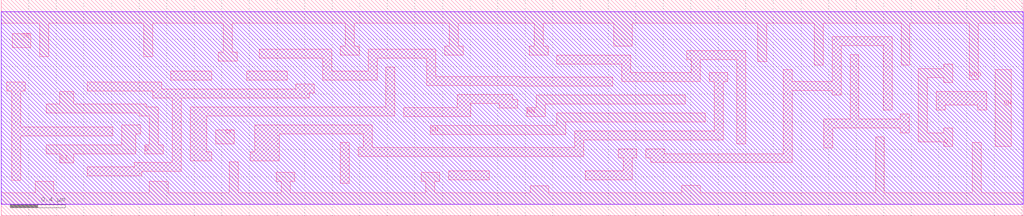
<source format=lef>
# 
# ******************************************************************************
# *                                                                            *
# *                   Copyright (C) 2004-2008, Nangate Inc.                    *
# *                           All rights reserved.                             *
# *                                                                            *
# * Nangate and the Nangate logo are trademarks of Nangate Inc.                *
# *                                                                            *
# * All trademarks, logos, software marks, and trade names (collectively the   *
# * "Marks") in this program are proprietary to Nangate or other respective    *
# * owners that have granted Nangate the right and license to use such Marks.  *
# * You are not permitted to use the Marks without the prior written consent   *
# * of Nangate or such third party that may own the Marks.                     *
# *                                                                            *
# * This file has been provided pursuant to a License Agreement containing     *
# * restrictions on its use.  This file contains valuable trade secrets and    *
# * proprietary information of Nangate Inc., and is protected by U.S. and      *
# * international laws and/or treaties.                                        *
# *                                                                            *
# * The copyright notice(s) in this file does not indicate actual or intended  *
# * publication of this file.                                                  *
# *                                                                            *
# *          NGLibraryCreator Development_version build 200801281737           *
# *                                                                            *
# ******************************************************************************
# 
# 
# Running on server08.nangate.com for user Paulo Butzen (pbu).
# Local time is now Fri, 22 Feb 2008, 21:19:06.
# Main process id is 11136.

VERSION 5.6 ;
NAMESCASESENSITIVE ON ;
BUSBITCHARS "[]" ;
DIVIDERCHAR "/" ;

UNITS
  DATABASE MICRONS 2000 ;
END UNITS

MANUFACTURINGGRID 0.0005 ;

LAYER M1
  TYPE ROUTING ;
  WIDTH 0.065 ;
  SPACING 0.065 ;
  PITCH 0.14 ;
  DIRECTION HORIZONTAL ;
  RESISTANCE RPERSQ 0.38 ;
  THICKNESS 0.13 ;
  CAPACITANCE CPERSQDIST 0.001 ;
  EDGECAPACITANCE 5.00e-04 ;
END M1

LAYER V1
  TYPE CUT ;
  SPACING 0.075 ;
  WIDTH 0.065 ;
END V1

LAYER M2
  TYPE ROUTING ;
  WIDTH 0.07 ;
  SPACING 0.07 ;
  PITCH 0.19 ;
  DIRECTION VERTICAL ;
  RESISTANCE RPERSQ 0.25 ;
  THICKNESS 0.14 ;
  CAPACITANCE CPERSQDIST 0.001 ;
  EDGECAPACITANCE 5.00e-04 ;
END M2

LAYER V2
  TYPE CUT ;
  SPACING 0.075 ;
  WIDTH 0.065 ;
END V2

LAYER M3
  TYPE ROUTING ;
  WIDTH 0.07 ;
  SPACING 0.07 ;
  PITCH 0.14 ;
  DIRECTION HORIZONTAL ;
  RESISTANCE RPERSQ 0.25 ;
  THICKNESS 0.14 ;
  CAPACITANCE CPERSQDIST 0.001 ;
  EDGECAPACITANCE 5.00e-04 ;
END M3

LAYER V3
  TYPE CUT ;
  SPACING 0.075 ;
  WIDTH 0.065 ;
END V3

LAYER M4
  TYPE ROUTING ;
  WIDTH 0.07 ;
  SPACING 0.07 ;
  PITCH 0.14 ;
  DIRECTION VERTICAL ;
  RESISTANCE RPERSQ 0.25 ;
  THICKNESS 0.14 ;
  CAPACITANCE CPERSQDIST 0.001 ;
  EDGECAPACITANCE 5.00e-04 ;
END M4

LAYER OVERLAP
  TYPE OVERLAP ;
END OVERLAP

VIA Via1 DEFAULT
  RESISTANCE 1 ;
  LAYER M1 ;
    RECT -0.065 -0.035 0.065 0.035 ;
  LAYER V1 ;
    RECT -0.035 -0.035 0.035 0.035 ;
  LAYER M2 ;
    RECT -0.065 -0.035 0.065 0.035 ;
END Via1

VIA Via1_cross DEFAULT
  RESISTANCE 1 ;
  LAYER M1 ;
    RECT -0.035 -0.065 0.035 0.065 ;
  LAYER V1 ;
    RECT -0.035 -0.035 0.035 0.035 ;
  LAYER M2 ;
    RECT -0.035 -0.065 0.035 0.065 ;
END Via1_cross

VIA Via2 DEFAULT
  RESISTANCE 1 ;
  LAYER M2 ;
    RECT -0.065 -0.035 0.065 0.035 ;
  LAYER V2 ;
    RECT -0.035 -0.035 0.035 0.035 ;
  LAYER M3 ;
    RECT -0.065 -0.035 0.065 0.035 ;
END Via2

VIA Via2_cross DEFAULT
  RESISTANCE 1 ;
  LAYER M2 ;
    RECT -0.035 -0.065 0.035 0.065 ;
  LAYER V2 ;
    RECT -0.035 -0.035 0.035 0.035 ;
  LAYER M3 ;
    RECT -0.035 -0.065 0.035 0.065 ;
END Via2_cross

VIA Via3 DEFAULT
  RESISTANCE 1 ;
  LAYER M3 ;
    RECT -0.065 -0.035 0.065 0.035 ;
  LAYER V3 ;
    RECT -0.035 -0.035 0.035 0.035 ;
  LAYER M4 ;
    RECT -0.065 -0.035 0.065 0.035 ;
END Via3

VIA Via3_cross DEFAULT
  RESISTANCE 1 ;
  LAYER M3 ;
    RECT -0.035 -0.065 0.035 0.065 ;
  LAYER V3 ;
    RECT -0.035 -0.035 0.035 0.035 ;
  LAYER M4 ;
    RECT -0.035 -0.065 0.035 0.065 ;
END Via3_cross

VIARULE Via1Array GENERATE
  LAYER M1 ;
    ENCLOSURE 0.035 0.035 ;
  LAYER M2 ;
    ENCLOSURE 0.035 0.035 ;
  LAYER V1 ;
    RECT -0.03 -0.03 0.035 0.035 ;
    SPACING 0.14 BY 0.14 ;
END Via1Array

VIARULE Via2Array GENERATE
  LAYER M2 ;
    ENCLOSURE 0.035 0.035 ;
  LAYER M3 ;
    ENCLOSURE 0.035 0.035 ;
  LAYER V2 ;
    RECT -0.03 -0.03 0.035 0.035 ;
    SPACING 0.14 BY 0.14 ;
END Via2Array

VIARULE Via3Array GENERATE
  LAYER M3 ;
    ENCLOSURE 0.035 0.035 ;
  LAYER M4 ;
    ENCLOSURE 0.035 0.035 ;
  LAYER V3 ;
    RECT -0.03 -0.03 0.035 0.035 ;
    SPACING 0.14 BY 0.14 ;
END Via3Array

VIARULE TURNM1 GENERATE
  LAYER M1 ;
    DIRECTION vertical ;
  LAYER M1 ;
    DIRECTION horizontal ;
END TURNM1

VIARULE TURNM2 GENERATE
  LAYER M2 ;
    DIRECTION vertical ;
  LAYER M2 ;
    DIRECTION horizontal ;
END TURNM2

VIARULE TURNM3 GENERATE
  LAYER M3 ;
    DIRECTION vertical ;
  LAYER M3 ;
    DIRECTION horizontal ;
END TURNM3

VIARULE TURNM4 GENERATE
  LAYER M4 ;
    DIRECTION vertical ;
  LAYER M4 ;
    DIRECTION horizontal ;
END TURNM4

SITE Free_OMC_Si2_PDK45nm
  SYMMETRY y ;
  CLASS core ;
  SIZE 0.19 BY 1.4 ;
END Free_OMC_Si2_PDK45nm

MACRO XNOR2_X1_HVT
  CLASS core ;
  FOREIGN XNOR2_X1_HVT 0.0 0.0 ;
  ORIGIN 0 0 ;
  SYMMETRY X Y ;
  SITE Free_OMC_Si2_PDK45nm ;
  SIZE 1.9 BY 1.4 ;
  PIN A
    DIRECTION INPUT ;
    PORT
      LAYER M1 ;
        POLYGON 0.205 0.57 0.695 0.57 0.695 0.5 0.76 0.5 0.76 0.635 0.27 0.635 0.27 0.705 0.205 0.705  ;
    END
  END A
  PIN VDD
    DIRECTION INOUT ;
    USE power ;
    SHAPE ABUTMENT ;
    PORT
      LAYER M1 ;
        POLYGON 0 1.315 0.31 1.315 0.31 1.125 0.375 1.125 0.375 1.315 1.41 1.315 1.41 1.125 1.475 1.125 1.475 1.315 1.9 1.315 1.9 1.485 0 1.485  ;
    END
  END VDD
  PIN VSS
    DIRECTION INOUT ;
    USE ground ;
    SHAPE ABUTMENT ;
    PORT
      LAYER M1 ;
        POLYGON 0 -0.085 1.9 -0.085 1.9 0.085 1.575 0.085 1.575 0.15 1.51 0.15 1.51 0.365 1.445 0.365 1.445 0.085 0.3 0.085 0.3 0.33 0.235 0.33 0.235 0.085 0 0.085  ;
    END
  END VSS
  PIN B
    DIRECTION INPUT ;
    PORT
      LAYER M1 ;
        POLYGON 0.355 0.37 0.49 0.37 0.49 0.505 0.355 0.505  ;
    END
  END B
  PIN ZN
    DIRECTION OUTPUT ;
    PORT
      LAYER M1 ;
        POLYGON 1.58 0.245 1.73 0.245 1.73 1.155 1.58 1.155  ;
    END
  END ZN
  OBS
      LAYER M1 ;
        POLYGON 0.555 0.86 0.62 0.86 0.62 1.155 0.555 1.155  ;
        POLYGON 0.05 0.21 0.115 0.21 0.115 0.77 0.33 0.77 0.33 0.73 0.855 0.73 0.855 0.475 0.92 0.475 0.92 0.795 0.78 0.795 0.78 0.995 0.715 0.995 0.715 0.795 0.39 0.795 0.39 0.835 0.19 0.835 0.19 1.155 0.05 1.155  ;
        POLYGON 1.08 1.055 1.115 1.055 1.115 0.345 1.115 0.28 1.25 0.28 1.25 0.345 1.215 0.345 1.215 0.38 1.18 0.38 1.18 1.055 1.215 1.055 1.215 1.12 1.08 1.12  ;
        POLYGON 0.555 0.15 1.38 0.15 1.38 0.54 1.315 0.54 1.315 0.215 0.62 0.215 0.62 0.505 0.555 0.505  ;
        POLYGON 0.98 1.055 1.015 1.055 1.015 1.185 1.28 1.185 1.28 0.93 1.45 0.93 1.45 0.86 1.515 0.86 1.515 0.995 1.345 0.995 1.345 1.25 0.95 1.25 0.95 1.155 0.915 1.155 0.915 0.86 0.985 0.86 0.985 0.41 0.85 0.41 0.85 0.345 0.815 0.345 0.815 0.28 0.95 0.28 0.95 0.345 1.05 0.345 1.05 0.925 0.98 0.925  ;
  END
END XNOR2_X1_HVT

MACRO XNOR2_X2_HVT
  CLASS core ;
  FOREIGN XNOR2_X2_HVT 0.0 0.0 ;
  ORIGIN 0 0 ;
  SYMMETRY X Y ;
  SITE Free_OMC_Si2_PDK45nm ;
  SIZE 1.9 BY 1.4 ;
  PIN A
    DIRECTION INPUT ;
    PORT
      LAYER M1 ;
        POLYGON 0.205 0.6 0.695 0.6 0.695 0.53 0.76 0.53 0.76 0.665 0.27 0.665 0.27 0.735 0.205 0.735  ;
    END
  END A
  PIN VDD
    DIRECTION INOUT ;
    USE power ;
    SHAPE ABUTMENT ;
    PORT
      LAYER M1 ;
        POLYGON 0 1.315 0.31 1.315 0.31 1.125 0.375 1.125 0.375 1.315 1.41 1.315 1.41 1.125 1.475 1.125 1.475 1.315 1.9 1.315 1.9 1.485 0 1.485  ;
    END
  END VDD
  PIN VSS
    DIRECTION INOUT ;
    USE ground ;
    SHAPE ABUTMENT ;
    PORT
      LAYER M1 ;
        POLYGON 0 -0.085 1.9 -0.085 1.9 0.085 1.575 0.085 1.575 0.15 1.51 0.15 1.51 0.365 1.445 0.365 1.445 0.085 0.3 0.085 0.3 0.36 0.235 0.36 0.235 0.085 0 0.085  ;
    END
  END VSS
  PIN B
    DIRECTION INPUT ;
    PORT
      LAYER M1 ;
        POLYGON 0.355 0.4 0.49 0.4 0.49 0.535 0.355 0.535  ;
    END
  END B
  PIN ZN
    DIRECTION OUTPUT ;
    PORT
      LAYER M1 ;
        POLYGON 1.595 0.335 1.695 0.335 1.695 1.065 1.595 1.065  ;
    END
  END ZN
  OBS
      LAYER M1 ;
        POLYGON 0.555 0.86 0.62 0.86 0.62 1.155 0.555 1.155  ;
        POLYGON 0.05 0.24 0.115 0.24 0.115 0.8 0.335 0.8 0.335 0.73 0.855 0.73 0.855 0.475 0.92 0.475 0.92 0.795 0.78 0.795 0.78 0.995 0.715 0.995 0.715 0.795 0.4 0.795 0.4 0.865 0.19 0.865 0.19 1.155 0.05 1.155  ;
        POLYGON 1.08 1.055 1.115 1.055 1.115 0.345 1.115 0.28 1.25 0.28 1.25 0.345 1.215 0.345 1.215 0.38 1.18 0.38 1.18 1.055 1.215 1.055 1.215 1.12 1.08 1.12  ;
        POLYGON 0.555 0.15 1.38 0.15 1.38 0.54 1.315 0.54 1.315 0.215 0.62 0.215 0.62 0.535 0.555 0.535  ;
        POLYGON 0.98 1.055 1.015 1.055 1.015 1.185 1.28 1.185 1.28 0.995 1.465 0.995 1.465 0.77 1.53 0.77 1.53 1.06 1.345 1.06 1.345 1.25 0.95 1.25 0.95 1.155 0.915 1.155 0.915 0.86 0.985 0.86 0.985 0.41 0.85 0.41 0.85 0.345 0.815 0.345 0.815 0.28 0.95 0.28 0.95 0.345 1.05 0.345 1.05 0.925 0.98 0.925  ;
  END
END XNOR2_X2_HVT

MACRO FILLCELL_X1_HVT
  CLASS core ;
  FOREIGN FILLCELL_X1_HVT 0.0 0.0 ;
  ORIGIN 0 0 ;
  SYMMETRY X Y ;
  SITE Free_OMC_Si2_PDK45nm ;
  SIZE 0.19 BY 1.4 ;
  PIN VDD
    DIRECTION INOUT ;
    USE power ;
    SHAPE ABUTMENT ;
    PORT
      LAYER M1 ;
        POLYGON 0 1.315 0.065 1.315 0.19 1.315 0.19 1.485 0 1.485  ;
    END
  END VDD
  PIN VSS
    DIRECTION INOUT ;
    USE ground ;
    SHAPE ABUTMENT ;
    PORT
      LAYER M1 ;
        POLYGON 0 -0.085 0.19 -0.085 0.19 0.085 0.065 0.085 0 0.085  ;
    END
  END VSS
END FILLCELL_X1_HVT

MACRO FILLCELL_X2_HVT
  CLASS core ;
  FOREIGN FILLCELL_X2_HVT 0.0 0.0 ;
  ORIGIN 0 0 ;
  SYMMETRY X Y ;
  SITE Free_OMC_Si2_PDK45nm ;
  SIZE 0.38 BY 1.4 ;
  PIN VDD
    DIRECTION INOUT ;
    USE power ;
    SHAPE ABUTMENT ;
    PORT
      LAYER M1 ;
        POLYGON 0 1.315 0.065 1.315 0.38 1.315 0.38 1.485 0 1.485  ;
    END
  END VDD
  PIN VSS
    DIRECTION INOUT ;
    USE ground ;
    SHAPE ABUTMENT ;
    PORT
      LAYER M1 ;
        POLYGON 0 -0.085 0.38 -0.085 0.38 0.085 0 0.085  ;
    END
  END VSS
END FILLCELL_X2_HVT

MACRO FILLCELL_X4_HVT
  CLASS core ;
  FOREIGN FILLCELL_X4_HVT 0.0 0.0 ;
  ORIGIN 0 0 ;
  SYMMETRY X Y ;
  SITE Free_OMC_Si2_PDK45nm ;
  SIZE 0.76 BY 1.4 ;
  PIN VDD
    DIRECTION INOUT ;
    USE power ;
    SHAPE ABUTMENT ;
    PORT
      LAYER M1 ;
        POLYGON 0 1.315 0.065 1.315 0.76 1.315 0.76 1.485 0 1.485  ;
    END
  END VDD
  PIN VSS
    DIRECTION INOUT ;
    USE ground ;
    SHAPE ABUTMENT ;
    PORT
      LAYER M1 ;
        POLYGON 0 -0.085 0.76 -0.085 0.76 0.085 0 0.085  ;
    END
  END VSS
END FILLCELL_X4_HVT

MACRO FILLCELL_X8_HVT
  CLASS core ;
  FOREIGN FILLCELL_X8_HVT 0.0 0.0 ;
  ORIGIN 0 0 ;
  SYMMETRY X Y ;
  SITE Free_OMC_Si2_PDK45nm ;
  SIZE 1.52 BY 1.4 ;
  PIN VDD
    DIRECTION INOUT ;
    USE power ;
    SHAPE ABUTMENT ;
    PORT
      LAYER M1 ;
        POLYGON 0 1.315 0.065 1.315 1.52 1.315 1.52 1.485 0 1.485  ;
    END
  END VDD
  PIN VSS
    DIRECTION INOUT ;
    USE ground ;
    SHAPE ABUTMENT ;
    PORT
      LAYER M1 ;
        POLYGON 0 -0.085 1.52 -0.085 1.52 0.085 0 0.085  ;
    END
  END VSS
END FILLCELL_X8_HVT

MACRO FILLCELL_X16_HVT
  CLASS core ;
  FOREIGN FILLCELL_X16_HVT 0.0 0.0 ;
  ORIGIN 0 0 ;
  SYMMETRY X Y ;
  SITE Free_OMC_Si2_PDK45nm ;
  SIZE 3.04 BY 1.4 ;
  PIN VDD
    DIRECTION INOUT ;
    USE power ;
    SHAPE ABUTMENT ;
    PORT
      LAYER M1 ;
        POLYGON 0 1.315 0.065 1.315 3.04 1.315 3.04 1.485 0 1.485  ;
    END
  END VDD
  PIN VSS
    DIRECTION INOUT ;
    USE ground ;
    SHAPE ABUTMENT ;
    PORT
      LAYER M1 ;
        POLYGON 0 -0.085 3.04 -0.085 3.04 0.085 0 0.085  ;
    END
  END VSS
END FILLCELL_X16_HVT

MACRO FILLCELL_X32
  CLASS core ;
  FOREIGN FILLCELL_X32 0.0 0.0 ;
  ORIGIN 0 0 ;
  SYMMETRY X Y ;
  SITE Free_OMC_Si2_PDK45nm ;
  SIZE 6.08 BY 1.4 ;
  PIN VDD
    DIRECTION INOUT ;
    USE power ;
    SHAPE ABUTMENT ;
    PORT
      LAYER M1 ;
        POLYGON 0 1.315 0.065 1.315 6.08 1.315 6.08 1.485 0 1.485  ;
    END
  END VDD
  PIN VSS
    DIRECTION INOUT ;
    USE ground ;
    SHAPE ABUTMENT ;
    PORT
      LAYER M1 ;
        POLYGON 0 -0.085 6.08 -0.085 6.08 0.085 0 0.085  ;
    END
  END VSS
END FILLCELL_X32

MACRO ANTENNA_X1_HVT
  CLASS core ;
  FOREIGN ANTENNA_X1_HVT 0.0 0.0 ;
  ORIGIN 0 0 ;
  SYMMETRY X Y ;
  SITE Free_OMC_Si2_PDK45nm ;
  SIZE 0.38 BY 1.4 ;
  PIN A
    DIRECTION INPUT ;
    PORT
      LAYER M1 ;
        POLYGON 0.04 0.42 0.175 0.42 0.175 0.76 0.04 0.76  ;
    END
  END A
  PIN VDD
    DIRECTION INOUT ;
    USE power ;
    SHAPE ABUTMENT ;
    PORT
      LAYER M1 ;
        POLYGON 0 1.315 0.065 1.315 0.38 1.315 0.38 1.485 0 1.485  ;
    END
  END VDD
  PIN VSS
    DIRECTION INOUT ;
    USE ground ;
    SHAPE ABUTMENT ;
    PORT
      LAYER M1 ;
        POLYGON 0 -0.085 0.38 -0.085 0.38 0.085 0.065 0.085 0 0.085  ;
    END
  END VSS
END ANTENNA_X1_HVT

MACRO LOGIC0_X1_HVT
  CLASS core ;
  FOREIGN LOGIC0_X1_HVT 0.0 0.0 ;
  ORIGIN 0 0 ;
  SYMMETRY X Y ;
  SITE Free_OMC_Si2_PDK45nm ;
  SIZE 0.38 BY 1.4 ;
  PIN Z
    DIRECTION OUTPUT ;
    PORT
      LAYER M1 ;
        POLYGON 0.07 0.265 0.17 0.265 0.17 0.4 0.07 0.4  ;
    END
  END Z
  PIN VDD
    DIRECTION INOUT ;
    USE power ;
    SHAPE ABUTMENT ;
    PORT
      LAYER M1 ;
        POLYGON 0 1.315 0.105 1.315 0.105 0.81 0.17 0.81 0.17 1.315 0.38 1.315 0.38 1.485 0 1.485  ;
    END
  END VDD
  PIN VSS
    DIRECTION INOUT ;
    USE ground ;
    SHAPE ABUTMENT ;
    PORT
      LAYER M1 ;
        POLYGON 0 -0.085 0.38 -0.085 0.38 0.085 0.17 0.085 0.17 0.2 0.135 0.2 0.07 0.2 0.07 0.085 0 0.085  ;
    END
  END VSS
  OBS
      LAYER M1 ;
        POLYGON 0.085 0.66 0.12 0.66 0.12 0.465 0.22 0.465 0.22 0.725 0.085 0.725  ;
  END
END LOGIC0_X1_HVT

MACRO LOGIC1_X1_HVT
  CLASS core ;
  FOREIGN LOGIC1_X1_HVT 0.0 0.0 ;
  ORIGIN 0 0 ;
  SYMMETRY X Y ;
  SITE Free_OMC_Si2_PDK45nm ;
  SIZE 0.38 BY 1.4 ;
  PIN Z
    DIRECTION OUTPUT ;
    PORT
      LAYER M1 ;
        POLYGON 0.07 0.825 0.17 0.825 0.17 0.96 0.07 0.96  ;
    END
  END Z
  PIN VDD
    DIRECTION INOUT ;
    USE power ;
    SHAPE ABUTMENT ;
    PORT
      LAYER M1 ;
        POLYGON 0 1.315 0.105 1.315 0.105 1.025 0.17 1.025 0.17 1.315 0.38 1.315 0.38 1.485 0 1.485  ;
    END
  END VDD
  PIN VSS
    DIRECTION INOUT ;
    USE ground ;
    SHAPE ABUTMENT ;
    PORT
      LAYER M1 ;
        POLYGON 0 -0.085 0.38 -0.085 0.38 0.085 0.215 0.085 0.215 0.37 0.15 0.37 0.15 0.085 0 0.085  ;
    END
  END VSS
  OBS
      LAYER M1 ;
        POLYGON 0.13 0.455 0.265 0.455 0.265 0.715 0.165 0.715 0.165 0.555 0.13 0.555  ;
  END
END LOGIC1_X1_HVT

MACRO MUX2_X1_HVT
  CLASS core ;
  FOREIGN MUX2_X1_HVT 0.0 0.0 ;
  ORIGIN 0 0 ;
  SYMMETRY X Y ;
  SITE Free_OMC_Si2_PDK45nm ;
  SIZE 1.52 BY 1.4 ;
  PIN Z
    DIRECTION OUTPUT ;
    PORT
      LAYER M1 ;
        POLYGON 1.35 0.905 1.42 0.905 1.42 0.54 1.375 0.54 1.375 0.44 1.375 0.38 1.35 0.38 1.35 0.245 1.45 0.245 1.45 0.28 1.485 0.28 1.485 1.005 1.45 1.005 1.45 1.04 1.35 1.04  ;
    END
  END Z
  PIN S
    DIRECTION INPUT ;
    PORT
      LAYER M1 ;
        POLYGON 0.215 0.545 0.35 0.545 0.35 0.68 0.215 0.68  ;
    END
  END S
  PIN A
    DIRECTION INPUT ;
    PORT
      LAYER M1 ;
        POLYGON 0.6 0.445 0.665 0.445 0.665 0.48 0.7 0.48 0.7 0.625 0.805 0.625 0.805 0.58 0.905 0.58 0.905 0.625 1.19 0.625 1.19 0.69 0.635 0.69 0.635 0.58 0.6 0.58  ;
    END
  END A
  PIN VDD
    DIRECTION INOUT ;
    USE power ;
    SHAPE ABUTMENT ;
    PORT
      LAYER M1 ;
        POLYGON 0 1.315 0.285 1.315 0.285 1.01 0.35 1.01 0.35 1.315 1.17 1.315 1.17 1.01 1.235 1.01 1.235 1.315 1.52 1.315 1.52 1.485 0 1.485  ;
    END
  END VDD
  PIN VSS
    DIRECTION INOUT ;
    USE ground ;
    SHAPE ABUTMENT ;
    PORT
      LAYER M1 ;
        POLYGON 0 -0.085 1.52 -0.085 1.52 0.085 1.265 0.085 1.265 0.15 1.2 0.15 1.2 0.275 1.135 0.275 1.135 0.085 0.365 0.085 0.365 0.275 0.3 0.275 0.3 0.085 0 0.085  ;
    END
  END VSS
  PIN B
    DIRECTION INPUT ;
    PORT
      LAYER M1 ;
        POLYGON 0.995 0.425 1.095 0.425 1.095 0.56 0.995 0.56  ;
    END
  END B
  OBS
      LAYER M1 ;
        POLYGON 0.05 0.245 0.15 0.245 0.15 0.78 0.34 0.78 0.34 0.745 0.405 0.745 0.405 0.88 0.34 0.88 0.34 0.845 0.2 0.845 0.2 1.04 0.05 1.04  ;
        POLYGON 0.495 1.01 0.56 1.01 0.56 1.105 0.985 1.105 0.985 1.01 1.05 1.01 1.05 1.17 0.495 1.17  ;
        POLYGON 0.535 0.81 0.705 0.81 0.705 0.815 1.225 0.815 1.225 0.745 1.29 0.745 1.29 0.88 0.745 0.88 0.745 1.04 0.68 1.04 0.68 0.875 0.47 0.875 0.47 0.28 0.68 0.28 0.68 0.245 0.745 0.245 0.745 0.38 0.68 0.38 0.68 0.345 0.535 0.345  ;
  END
END MUX2_X1_HVT

MACRO MUX2_X2_HVT
  CLASS core ;
  FOREIGN MUX2_X2_HVT 0.0 0.0 ;
  ORIGIN 0 0 ;
  SYMMETRY X Y ;
  SITE Free_OMC_Si2_PDK45nm ;
  SIZE 1.52 BY 1.4 ;
  PIN Z
    DIRECTION OUTPUT ;
    PORT
      LAYER M1 ;
        POLYGON 1.35 0.87 1.42 0.87 1.42 0.54 1.375 0.54 1.375 0.44 1.375 0.385 1.35 0.385 1.35 0.25 1.45 0.25 1.45 0.285 1.485 0.285 1.485 1.005 1.45 1.005 1.45 1.145 1.35 1.145  ;
    END
  END Z
  PIN S
    DIRECTION INPUT ;
    PORT
      LAYER M1 ;
        POLYGON 0.22 0.545 0.32 0.545 0.32 0.68 0.22 0.68  ;
    END
  END S
  PIN A
    DIRECTION INPUT ;
    PORT
      LAYER M1 ;
        POLYGON 0.6 0.445 0.665 0.445 0.665 0.48 0.81 0.48 0.81 0.61 1.09 0.61 1.09 0.575 1.155 0.575 1.155 0.71 1.09 0.71 1.09 0.675 0.745 0.675 0.745 0.545 0.665 0.545 0.665 0.58 0.6 0.58  ;
    END
  END A
  PIN VDD
    DIRECTION INOUT ;
    USE power ;
    SHAPE ABUTMENT ;
    PORT
      LAYER M1 ;
        POLYGON 0 1.315 0.26 1.315 0.26 0.975 0.325 0.975 0.325 1.315 1.2 1.315 1.2 0.925 1.265 0.925 1.265 1.315 1.52 1.315 1.52 1.485 0 1.485  ;
    END
  END VDD
  PIN VSS
    DIRECTION INOUT ;
    USE ground ;
    SHAPE ABUTMENT ;
    PORT
      LAYER M1 ;
        POLYGON 0 -0.085 1.52 -0.085 1.52 0.085 1.165 0.085 1.165 0.15 1.1 0.15 1.1 0.28 1.035 0.28 1.035 0.085 0.34 0.085 0.34 0.28 0.275 0.28 0.275 0.085 0 0.085  ;
    END
  END VSS
  PIN B
    DIRECTION INPUT ;
    PORT
      LAYER M1 ;
        POLYGON 0.92 0.41 1.02 0.41 1.02 0.545 0.92 0.545  ;
    END
  END B
  OBS
      LAYER M1 ;
        POLYGON 0.04 0.25 0.155 0.25 0.155 0.745 0.415 0.745 0.415 0.81 0.175 0.81 0.175 1.005 0.04 1.005  ;
        POLYGON 0.47 0.975 0.535 0.975 0.535 1.07 0.985 1.07 0.985 0.975 1.05 0.975 1.05 1.135 0.47 1.135  ;
        POLYGON 0.535 0.645 0.68 0.645 0.68 0.78 1.225 0.78 1.225 0.71 1.29 0.71 1.29 0.845 0.72 0.845 0.72 1.005 0.655 1.005 0.655 0.84 0.615 0.84 0.615 0.71 0.47 0.71 0.47 0.28 0.655 0.28 0.655 0.245 0.72 0.245 0.72 0.38 0.655 0.38 0.655 0.345 0.535 0.345  ;
  END
END MUX2_X2_HVT

MACRO OAI221_X1_HVT
  CLASS core ;
  FOREIGN OAI221_X1_HVT 0.0 0.0 ;
  ORIGIN 0 0 ;
  SYMMETRY X Y ;
  SITE Free_OMC_Si2_PDK45nm ;
  SIZE 1.14 BY 1.4 ;
  PIN A
    DIRECTION INPUT ;
    PORT
      LAYER M1 ;
        POLYGON 0.53 0.545 0.63 0.545 0.63 0.68 0.53 0.68  ;
    END
  END A
  PIN VDD
    DIRECTION INOUT ;
    USE power ;
    SHAPE ABUTMENT ;
    PORT
      LAYER M1 ;
        POLYGON 0 1.315 0.425 1.315 0.425 1.155 0.49 1.155 0.49 1.315 1.01 1.315 1.01 1.155 1.075 1.155 1.075 1.315 1.14 1.315 1.14 1.485 0 1.485  ;
    END
  END VDD
  PIN B1
    DIRECTION INPUT ;
    PORT
      LAYER M1 ;
        POLYGON 0.705 0.825 0.805 0.825 0.805 0.96 0.705 0.96  ;
    END
  END B1
  PIN ZN
    DIRECTION OUTPUT ;
    PORT
      LAYER M1 ;
        POLYGON 0.3 1.025 0.695 1.025 0.695 1.165 0.63 1.165 0.63 1.09 0.115 1.09 0.115 1.165 0.05 1.165 0.05 1.025 0.235 1.025 0.235 0.82 0.235 0.72 0.235 0.28 0.3 0.28 0.3 0.72 0.335 0.72 0.335 0.82 0.3 0.82  ;
    END
  END ZN
  PIN C1
    DIRECTION INPUT ;
    PORT
      LAYER M1 ;
        POLYGON 0.07 0.72 0.17 0.72 0.17 0.855 0.07 0.855  ;
    END
  END C1
  PIN VSS
    DIRECTION INOUT ;
    USE ground ;
    SHAPE ABUTMENT ;
    PORT
      LAYER M1 ;
        POLYGON 0 -0.085 1.14 -0.085 1.14 0.085 0.885 0.085 0.885 0.32 0.82 0.32 0.82 0.085 0 0.085  ;
    END
  END VSS
  PIN B2
    DIRECTION INPUT ;
    PORT
      LAYER M1 ;
        POLYGON 0.895 0.72 0.995 0.72 0.995 0.855 0.895 0.855  ;
    END
  END B2
  PIN C2
    DIRECTION INPUT ;
    PORT
      LAYER M1 ;
        POLYGON 0.365 0.44 0.465 0.44 0.465 0.575 0.365 0.575  ;
    END
  END C2
  OBS
      LAYER M1 ;
        POLYGON 0.05 0.15 0.49 0.15 0.49 0.32 0.425 0.32 0.425 0.215 0.115 0.215 0.115 0.32 0.05 0.32  ;
        POLYGON 0.635 0.28 0.7 0.28 0.7 0.385 1.01 0.385 1.01 0.28 1.075 0.28 1.075 0.45 0.635 0.45  ;
  END
END OAI221_X1_HVT

MACRO OAI221_X2_HVT
  CLASS core ;
  FOREIGN OAI221_X2_HVT 0.0 0.0 ;
  ORIGIN 0 0 ;
  SYMMETRY X Y ;
  SITE Free_OMC_Si2_PDK45nm ;
  SIZE 1.14 BY 1.4 ;
  PIN A
    DIRECTION INPUT ;
    PORT
      LAYER M1 ;
        POLYGON 0.53 0.58 0.63 0.58 0.63 0.715 0.53 0.715  ;
    END
  END A
  PIN VDD
    DIRECTION INOUT ;
    USE power ;
    SHAPE ABUTMENT ;
    PORT
      LAYER M1 ;
        POLYGON 0 1.315 0.425 1.315 0.425 1.025 0.49 1.025 0.49 1.315 1.01 1.315 1.01 1.025 1.075 1.025 1.075 1.315 1.14 1.315 1.14 1.485 0 1.485  ;
    END
  END VDD
  PIN B1
    DIRECTION INPUT ;
    PORT
      LAYER M1 ;
        POLYGON 0.705 0.685 0.805 0.685 0.805 0.82 0.705 0.82  ;
    END
  END B1
  PIN ZN
    DIRECTION OUTPUT ;
    PORT
      LAYER M1 ;
        POLYGON 0.3 0.885 0.695 0.885 0.695 1.16 0.63 1.16 0.63 0.95 0.115 0.95 0.115 1.16 0.05 1.16 0.05 0.885 0.235 0.885 0.235 0.54 0.235 0.44 0.235 0.375 0.3 0.375 0.3 0.44 0.335 0.44 0.335 0.54 0.3 0.54  ;
    END
  END ZN
  PIN C1
    DIRECTION INPUT ;
    PORT
      LAYER M1 ;
        POLYGON 0.07 0.58 0.17 0.58 0.17 0.715 0.07 0.715  ;
    END
  END C1
  PIN VSS
    DIRECTION INOUT ;
    USE ground ;
    SHAPE ABUTMENT ;
    PORT
      LAYER M1 ;
        POLYGON 0 -0.085 1.14 -0.085 1.14 0.085 0.885 0.085 0.885 0.385 0.82 0.385 0.82 0.085 0 0.085  ;
    END
  END VSS
  PIN B2
    DIRECTION INPUT ;
    PORT
      LAYER M1 ;
        POLYGON 0.895 0.58 0.995 0.58 0.995 0.715 0.895 0.715  ;
    END
  END B2
  PIN C2
    DIRECTION INPUT ;
    PORT
      LAYER M1 ;
        POLYGON 0.365 0.685 0.465 0.685 0.465 0.82 0.365 0.82  ;
    END
  END C2
  OBS
      LAYER M1 ;
        POLYGON 0.05 0.15 0.49 0.15 0.49 0.285 0.425 0.285 0.425 0.215 0.115 0.215 0.115 0.285 0.05 0.285  ;
        POLYGON 0.635 0.375 0.7 0.375 0.7 0.45 1.01 0.45 1.01 0.375 1.075 0.375 1.075 0.515 0.635 0.515  ;
  END
END OAI221_X2_HVT

MACRO OAI221_X4_HVT
  CLASS core ;
  FOREIGN OAI221_X4_HVT 0.0 0.0 ;
  ORIGIN 0 0 ;
  SYMMETRY X Y ;
  SITE Free_OMC_Si2_PDK45nm ;
  SIZE 1.71 BY 1.4 ;
  PIN A
    DIRECTION INPUT ;
    PORT
      LAYER M1 ;
        POLYGON 0.45 0.685 0.55 0.685 0.55 0.82 0.45 0.82  ;
    END
  END A
  PIN VDD
    DIRECTION INOUT ;
    USE power ;
    SHAPE ABUTMENT ;
    PORT
      LAYER M1 ;
        POLYGON 0 1.315 0.425 1.315 0.425 1.11 0.49 1.11 0.49 1.315 1.02 1.315 1.02 1.11 1.085 1.11 1.085 1.315 1.395 1.315 1.395 1.01 1.46 1.01 1.46 1.315 1.71 1.315 1.71 1.485 0 1.485  ;
    END
  END VDD
  PIN B1
    DIRECTION INPUT ;
    PORT
      LAYER M1 ;
        POLYGON 0.745 0.69 0.845 0.69 0.845 0.825 0.745 0.825  ;
    END
  END B1
  PIN ZN
    DIRECTION OUTPUT ;
    PORT
      LAYER M1 ;
        POLYGON 1.545 0.365 1.58 0.365 1.58 0.225 1.645 0.225 1.645 0.58 1.665 0.58 1.665 0.68 1.645 0.68 1.645 0.96 1.58 0.96 1.58 0.82 1.545 0.82  ;
    END
  END ZN
  PIN C1
    DIRECTION INPUT ;
    PORT
      LAYER M1 ;
        POLYGON 0.07 0.58 0.17 0.58 0.17 0.715 0.07 0.715  ;
    END
  END C1
  PIN VSS
    DIRECTION INOUT ;
    USE ground ;
    SHAPE ABUTMENT ;
    PORT
      LAYER M1 ;
        POLYGON 0 -0.085 1.71 -0.085 1.71 0.085 1.46 0.085 1.46 0.355 1.395 0.355 1.395 0.085 0.895 0.085 0.895 0.32 0.83 0.32 0.83 0.085 0 0.085  ;
    END
  END VSS
  PIN B2
    DIRECTION INPUT ;
    PORT
      LAYER M1 ;
        POLYGON 0.915 0.825 1.015 0.825 1.015 0.96 0.915 0.96  ;
    END
  END B2
  PIN C2
    DIRECTION INPUT ;
    PORT
      LAYER M1 ;
        POLYGON 0.365 0.44 0.5 0.44 0.5 0.575 0.365 0.575  ;
    END
  END C2
  OBS
      LAYER M1 ;
        POLYGON 0.05 0.15 0.49 0.15 0.49 0.32 0.425 0.32 0.425 0.215 0.115 0.215 0.115 0.32 0.05 0.32  ;
        POLYGON 0.645 0.28 0.71 0.28 0.71 0.385 1.02 0.385 1.02 0.28 1.085 0.28 1.085 0.45 0.645 0.45  ;
        POLYGON 0.05 0.975 0.235 0.975 0.235 0.28 0.3 0.28 0.3 0.975 0.615 0.975 0.615 0.56 1.08 0.56 1.08 0.525 1.145 0.525 1.145 0.66 1.08 0.66 1.08 0.625 0.68 0.625 0.68 0.985 0.705 0.985 0.705 1.12 0.64 1.12 0.64 1.04 0.115 1.04 0.115 1.12 0.05 1.12  ;
        POLYGON 1.175 0.72 1.21 0.72 1.21 0.465 1.175 0.465 1.175 0.33 1.24 0.33 1.24 0.405 1.275 0.405 1.275 0.56 1.415 0.56 1.415 0.525 1.48 0.525 1.48 0.66 1.415 0.66 1.415 0.625 1.275 0.625 1.275 0.78 1.24 0.78 1.24 0.995 1.175 0.995  ;
  END
END OAI221_X4_HVT

MACRO AOI222_X1_HVT
  CLASS core ;
  FOREIGN AOI222_X1_HVT 0.0 0.0 ;
  ORIGIN 0 0 ;
  SYMMETRY X Y ;
  SITE Free_OMC_Si2_PDK45nm ;
  SIZE 1.52 BY 1.4 ;
  PIN VDD
    DIRECTION INOUT ;
    USE power ;
    SHAPE ABUTMENT ;
    PORT
      LAYER M1 ;
        POLYGON 0 1.315 0.05 1.315 0.05 0.875 0.115 0.875 0.115 1.315 0.425 1.315 0.425 0.875 0.49 0.875 0.49 1.315 1.52 1.315 1.52 1.485 0 1.485  ;
    END
  END VDD
  PIN B1
    DIRECTION INPUT ;
    PORT
      LAYER M1 ;
        POLYGON 0.805 0.44 0.905 0.44 0.905 0.575 0.805 0.575  ;
    END
  END B1
  PIN A1
    DIRECTION INPUT ;
    PORT
      LAYER M1 ;
        POLYGON 0.98 0.58 1.08 0.58 1.08 0.715 0.98 0.715  ;
    END
  END A1
  PIN A2
    DIRECTION INPUT ;
    PORT
      LAYER M1 ;
        POLYGON 1.275 0.44 1.375 0.44 1.375 0.575 1.275 0.575  ;
    END
  END A2
  PIN ZN
    DIRECTION OUTPUT ;
    PORT
      LAYER M1 ;
        POLYGON 0.115 0.165 0.18 0.165 0.18 0.31 0.875 0.31 0.875 0.165 0.94 0.165 0.94 0.31 1.21 0.31 1.21 0.72 1.285 0.72 1.285 0.82 1.21 0.82 1.21 1.105 1.145 1.105 1.145 0.375 0.115 0.375  ;
    END
  END ZN
  PIN C1
    DIRECTION INPUT ;
    PORT
      LAYER M1 ;
        POLYGON 0.15 0.545 0.25 0.545 0.25 0.68 0.15 0.68  ;
    END
  END C1
  PIN VSS
    DIRECTION INOUT ;
    USE ground ;
    SHAPE ABUTMENT ;
    PORT
      LAYER M1 ;
        POLYGON 0 -0.085 1.52 -0.085 1.52 0.085 1.38 0.085 1.38 0.15 1.315 0.15 1.315 0.245 1.25 0.245 1.25 0.085 0.555 0.085 0.555 0.245 0.49 0.245 0.49 0.085 0 0.085  ;
    END
  END VSS
  PIN B2
    DIRECTION INPUT ;
    PORT
      LAYER M1 ;
        POLYGON 0.615 0.545 0.715 0.545 0.715 0.68 0.615 0.68  ;
    END
  END B2
  PIN C2
    DIRECTION INPUT ;
    PORT
      LAYER M1 ;
        POLYGON 0.35 0.44 0.45 0.44 0.45 0.575 0.35 0.575  ;
    END
  END C2
  OBS
      LAYER M1 ;
        POLYGON 0.24 0.745 0.83 0.745 0.83 1.105 0.765 1.105 0.765 0.81 0.305 0.81 0.305 1.105 0.24 1.105  ;
        POLYGON 0.58 0.875 0.645 0.875 0.645 1.17 0.955 1.17 0.955 0.875 1.02 0.875 1.02 1.17 1.335 1.17 1.335 0.875 1.4 0.875 1.4 1.235 0.58 1.235  ;
  END
END AOI222_X1_HVT

MACRO AOI222_X2_HVT
  CLASS core ;
  FOREIGN AOI222_X2_HVT 0.0 0.0 ;
  ORIGIN 0 0 ;
  SYMMETRY X Y ;
  SITE Free_OMC_Si2_PDK45nm ;
  SIZE 1.52 BY 1.4 ;
  PIN VDD
    DIRECTION INOUT ;
    USE power ;
    SHAPE ABUTMENT ;
    PORT
      LAYER M1 ;
        POLYGON 0 1.315 0.05 1.315 0.05 1.045 0.115 1.045 0.115 1.315 0.425 1.315 0.425 1.045 0.49 1.045 0.49 1.315 1.52 1.315 1.52 1.485 0 1.485  ;
    END
  END VDD
  PIN B1
    DIRECTION INPUT ;
    PORT
      LAYER M1 ;
        POLYGON 0.805 0.58 0.905 0.58 0.905 0.715 0.805 0.715  ;
    END
  END B1
  PIN A1
    DIRECTION INPUT ;
    PORT
      LAYER M1 ;
        POLYGON 0.98 0.58 1.08 0.58 1.08 0.715 0.98 0.715  ;
    END
  END A1
  PIN A2
    DIRECTION INPUT ;
    PORT
      LAYER M1 ;
        POLYGON 1.275 0.545 1.375 0.545 1.375 0.68 1.275 0.68  ;
    END
  END A2
  PIN ZN
    DIRECTION OUTPUT ;
    PORT
      LAYER M1 ;
        POLYGON 0.115 0.155 0.18 0.155 0.18 0.45 0.875 0.45 0.875 0.155 0.94 0.155 0.94 0.45 1.21 0.45 1.21 1.015 1.145 1.015 1.145 0.515 0.115 0.515  ;
    END
  END ZN
  PIN C1
    DIRECTION INPUT ;
    PORT
      LAYER M1 ;
        POLYGON 0.15 0.58 0.25 0.58 0.25 0.715 0.15 0.715  ;
    END
  END C1
  PIN VSS
    DIRECTION INOUT ;
    USE ground ;
    SHAPE ABUTMENT ;
    PORT
      LAYER M1 ;
        POLYGON 0 -0.085 1.52 -0.085 1.52 0.085 1.38 0.085 1.38 0.15 1.315 0.15 1.315 0.385 1.25 0.385 1.25 0.085 0.555 0.085 0.555 0.385 0.49 0.385 0.49 0.085 0 0.085  ;
    END
  END VSS
  PIN B2
    DIRECTION INPUT ;
    PORT
      LAYER M1 ;
        POLYGON 0.615 0.58 0.715 0.58 0.715 0.715 0.615 0.715  ;
    END
  END B2
  PIN C2
    DIRECTION INPUT ;
    PORT
      LAYER M1 ;
        POLYGON 0.35 0.58 0.45 0.58 0.45 0.715 0.35 0.715  ;
    END
  END C2
  OBS
      LAYER M1 ;
        POLYGON 0.24 0.78 0.83 0.78 0.83 1.055 0.765 1.055 0.765 0.845 0.305 0.845 0.305 1.055 0.24 1.055  ;
        POLYGON 0.58 0.91 0.645 0.91 0.645 1.12 0.955 1.12 0.955 0.91 1.02 0.91 1.02 1.12 1.335 1.12 1.335 0.91 1.4 0.91 1.4 1.185 0.58 1.185  ;
  END
END AOI222_X2_HVT

MACRO AOI222_X4_HVT
  CLASS core ;
  FOREIGN AOI222_X4_HVT 0.0 0.0 ;
  ORIGIN 0 0 ;
  SYMMETRY X Y ;
  SITE Free_OMC_Si2_PDK45nm ;
  SIZE 2.09 BY 1.4 ;
  PIN VDD
    DIRECTION INOUT ;
    USE power ;
    SHAPE ABUTMENT ;
    PORT
      LAYER M1 ;
        POLYGON 0 1.315 0.05 1.315 0.05 0.875 0.115 0.875 0.115 1.315 0.425 1.315 0.425 0.875 0.49 0.875 0.49 1.315 1.735 1.315 1.735 1 1.8 1 1.8 1.315 2.09 1.315 2.09 1.485 0 1.485  ;
    END
  END VDD
  PIN B1
    DIRECTION INPUT ;
    PORT
      LAYER M1 ;
        POLYGON 0.805 0.44 0.905 0.44 0.905 0.575 0.805 0.575  ;
    END
  END B1
  PIN A1
    DIRECTION INPUT ;
    PORT
      LAYER M1 ;
        POLYGON 0.975 0.58 1.11 0.58 1.11 0.715 0.975 0.715  ;
    END
  END A1
  PIN A2
    DIRECTION INPUT ;
    PORT
      LAYER M1 ;
        POLYGON 1.305 0.655 1.405 0.655 1.405 0.79 1.305 0.79  ;
    END
  END A2
  PIN ZN
    DIRECTION OUTPUT ;
    PORT
      LAYER M1 ;
        POLYGON 1.885 0.355 1.92 0.355 1.92 0.215 1.985 0.215 1.985 0.3 2.045 0.3 2.045 0.4 1.985 0.4 1.985 0.95 1.92 0.95 1.92 0.81 1.885 0.81  ;
    END
  END ZN
  PIN C1
    DIRECTION INPUT ;
    PORT
      LAYER M1 ;
        POLYGON 0.15 0.545 0.25 0.545 0.25 0.68 0.15 0.68  ;
    END
  END C1
  PIN VSS
    DIRECTION INOUT ;
    USE ground ;
    SHAPE ABUTMENT ;
    PORT
      LAYER M1 ;
        POLYGON 0 -0.085 2.09 -0.085 2.09 0.085 1.8 0.085 1.8 0.345 1.735 0.345 1.735 0.085 1.335 0.085 1.335 0.245 1.27 0.245 1.27 0.085 0.555 0.085 0.555 0.245 0.49 0.245 0.49 0.085 0 0.085  ;
    END
  END VSS
  PIN B2
    DIRECTION INPUT ;
    PORT
      LAYER M1 ;
        POLYGON 0.615 0.545 0.715 0.545 0.715 0.68 0.615 0.68  ;
    END
  END B2
  PIN C2
    DIRECTION INPUT ;
    PORT
      LAYER M1 ;
        POLYGON 0.35 0.44 0.45 0.44 0.45 0.575 0.35 0.575  ;
    END
  END C2
  OBS
      LAYER M1 ;
        POLYGON 0.24 0.745 0.83 0.745 0.83 1.105 0.765 1.105 0.765 0.81 0.305 0.81 0.305 1.105 0.24 1.105  ;
        POLYGON 0.115 0.165 0.18 0.165 0.18 0.31 0.895 0.31 0.895 0.165 0.96 0.165 0.96 0.31 1.24 0.31 1.24 0.525 1.36 0.525 1.36 0.455 1.425 0.455 1.425 0.59 1.24 0.59 1.24 1.105 1.175 1.105 1.175 0.375 0.115 0.375  ;
        POLYGON 0.58 0.875 0.645 0.875 0.645 1.17 0.955 1.17 0.955 0.875 1.02 0.875 1.02 1.17 1.36 1.17 1.36 0.875 1.425 0.875 1.425 1.235 0.58 1.235  ;
        POLYGON 1.515 0.355 1.58 0.355 1.58 0.55 1.755 0.55 1.755 0.515 1.82 0.515 1.82 0.65 1.755 0.65 1.755 0.615 1.58 0.615 1.58 0.95 1.515 0.95  ;
  END
END AOI222_X4_HVT

MACRO AND2_X1_HVT
  CLASS core ;
  FOREIGN AND2_X1_HVT 0.0 0.0 ;
  ORIGIN 0 0 ;
  SYMMETRY X Y ;
  SITE Free_OMC_Si2_PDK45nm ;
  SIZE 0.76 BY 1.4 ;
  PIN VDD
    DIRECTION INOUT ;
    USE power ;
    SHAPE ABUTMENT ;
    PORT
      LAYER M1 ;
        POLYGON 0 1.315 0.25 1.315 0.25 0.95 0.315 0.95 0.315 1.315 0.645 1.315 0.645 0.95 0.71 0.95 0.71 1.315 0.76 1.315 0.76 1.485 0 1.485  ;
    END
  END VDD
  PIN A1
    DIRECTION INPUT ;
    PORT
      LAYER M1 ;
        POLYGON 0.48 0.565 0.58 0.565 0.58 0.7 0.48 0.7  ;
    END
  END A1
  PIN VSS
    DIRECTION INOUT ;
    USE ground ;
    SHAPE ABUTMENT ;
    PORT
      LAYER M1 ;
        POLYGON 0 -0.085 0.76 -0.085 0.76 0.085 0.335 0.085 0.335 0.36 0.27 0.36 0.27 0.085 0 0.085  ;
    END
  END VSS
  PIN A2
    DIRECTION INPUT ;
    PORT
      LAYER M1 ;
        POLYGON 0.285 0.44 0.42 0.44 0.42 0.54 0.285 0.54  ;
    END
  END A2
  PIN ZN
    DIRECTION OUTPUT ;
    PORT
      LAYER M1 ;
        POLYGON 0.05 0.89 0.085 0.89 0.085 0.54 0.045 0.54 0.045 0.44 0.05 0.44 0.05 0.415 0.05 0.28 0.115 0.28 0.115 0.315 0.15 0.315 0.15 0.99 0.115 0.99 0.115 1.025 0.05 1.025  ;
    END
  END ZN
  OBS
      LAYER M1 ;
        POLYGON 0.215 0.73 0.28 0.73 0.28 0.765 0.645 0.765 0.645 0.28 0.71 0.28 0.71 0.83 0.525 0.83 0.525 1.025 0.46 1.025 0.46 0.83 0.28 0.83 0.28 0.865 0.215 0.865  ;
  END
END AND2_X1_HVT

MACRO AND2_X2_HVT
  CLASS core ;
  FOREIGN AND2_X2_HVT 0.0 0.0 ;
  ORIGIN 0 0 ;
  SYMMETRY X Y ;
  SITE Free_OMC_Si2_PDK45nm ;
  SIZE 0.76 BY 1.4 ;
  PIN VDD
    DIRECTION INOUT ;
    USE power ;
    SHAPE ABUTMENT ;
    PORT
      LAYER M1 ;
        POLYGON 0 1.315 0.235 1.315 0.235 0.925 0.3 0.925 0.3 1.315 0.645 1.315 0.645 0.93 0.71 0.93 0.71 1.315 0.76 1.315 0.76 1.485 0 1.485  ;
    END
  END VDD
  PIN A1
    DIRECTION INPUT ;
    PORT
      LAYER M1 ;
        POLYGON 0.48 0.545 0.58 0.545 0.58 0.68 0.48 0.68  ;
    END
  END A1
  PIN VSS
    DIRECTION INOUT ;
    USE ground ;
    SHAPE ABUTMENT ;
    PORT
      LAYER M1 ;
        POLYGON 0 -0.085 0.76 -0.085 0.76 0.085 0.3 0.085 0.3 0.31 0.235 0.31 0.235 0.085 0 0.085  ;
    END
  END VSS
  PIN A2
    DIRECTION INPUT ;
    PORT
      LAYER M1 ;
        POLYGON 0.315 0.44 0.415 0.44 0.415 0.575 0.315 0.575  ;
    END
  END A2
  PIN ZN
    DIRECTION OUTPUT ;
    PORT
      LAYER M1 ;
        POLYGON 0.05 0.87 0.085 0.87 0.085 0.54 0.045 0.54 0.045 0.44 0.05 0.44 0.05 0.415 0.05 0.28 0.115 0.28 0.115 0.315 0.15 0.315 0.15 1.005 0.115 1.005 0.115 1.145 0.05 1.145  ;
    END
  END ZN
  OBS
      LAYER M1 ;
        POLYGON 0.215 0.71 0.28 0.71 0.28 0.745 0.645 0.745 0.645 0.28 0.71 0.28 0.71 0.81 0.525 0.81 0.525 1.005 0.46 1.005 0.46 0.81 0.28 0.81 0.28 0.845 0.215 0.845  ;
  END
END AND2_X2_HVT

MACRO AND2_X4_HVT
  CLASS core ;
  FOREIGN AND2_X4_HVT 0.0 0.0 ;
  ORIGIN 0 0 ;
  SYMMETRY X Y ;
  SITE Free_OMC_Si2_PDK45nm ;
  SIZE 0.76 BY 1.4 ;
  PIN VDD
    DIRECTION INOUT ;
    USE power ;
    SHAPE ABUTMENT ;
    PORT
      LAYER M1 ;
        POLYGON 0 1.315 0.235 1.315 0.235 1.06 0.3 1.06 0.3 1.315 0.645 1.315 0.645 1.015 0.71 1.015 0.71 1.315 0.76 1.315 0.76 1.485 0 1.485  ;
    END
  END VDD
  PIN A1
    DIRECTION INPUT ;
    PORT
      LAYER M1 ;
        POLYGON 0.48 0.685 0.58 0.685 0.58 0.82 0.48 0.82  ;
    END
  END A1
  PIN VSS
    DIRECTION INOUT ;
    USE ground ;
    SHAPE ABUTMENT ;
    PORT
      LAYER M1 ;
        POLYGON 0 -0.085 0.76 -0.085 0.76 0.085 0.3 0.085 0.3 0.265 0.235 0.265 0.235 0.085 0 0.085  ;
    END
  END VSS
  PIN A2
    DIRECTION INPUT ;
    PORT
      LAYER M1 ;
        POLYGON 0.34 0.44 0.475 0.44 0.475 0.54 0.34 0.54  ;
    END
  END A2
  PIN ZN
    DIRECTION OUTPUT ;
    PORT
      LAYER M1 ;
        POLYGON 0.045 0.58 0.05 0.58 0.05 0.55 0.05 0.275 0.115 0.275 0.115 0.415 0.15 0.415 0.15 0.87 0.115 0.87 0.115 1.01 0.05 1.01 0.05 0.735 0.05 0.68 0.045 0.68  ;
    END
  END ZN
  OBS
      LAYER M1 ;
        POLYGON 0.215 0.575 0.28 0.575 0.28 0.885 0.645 0.885 0.645 0.185 0.71 0.185 0.71 0.95 0.525 0.95 0.525 1.09 0.46 1.09 0.46 0.95 0.215 0.95  ;
  END
END AND2_X4_HVT

MACRO XOR2_X1_HVT
  CLASS core ;
  FOREIGN XOR2_X1_HVT 0.0 0.0 ;
  ORIGIN 0 0 ;
  SYMMETRY X Y ;
  SITE Free_OMC_Si2_PDK45nm ;
  SIZE 1.33 BY 1.4 ;
  PIN Z
    DIRECTION OUTPUT ;
    PORT
      LAYER M1 ;
        POLYGON 0.775 0.88 0.845 0.88 0.845 0.505 0.6 0.505 0.6 0.44 0.91 0.44 0.91 0.945 0.775 0.945  ;
    END
  END Z
  PIN A
    DIRECTION INPUT ;
    PORT
      LAYER M1 ;
        POLYGON 0.285 0.685 0.385 0.685 0.385 0.82 0.285 0.82  ;
    END
  END A
  PIN VDD
    DIRECTION INOUT ;
    USE power ;
    SHAPE ABUTMENT ;
    PORT
      LAYER M1 ;
        POLYGON 0 1.315 0.425 1.315 0.425 0.97 0.49 0.97 0.49 1.315 1.33 1.315 1.33 1.485 0 1.485  ;
    END
  END VDD
  PIN VSS
    DIRECTION INOUT ;
    USE ground ;
    SHAPE ABUTMENT ;
    PORT
      LAYER M1 ;
        POLYGON 0 -0.085 1.33 -0.085 1.33 0.085 1.14 0.085 1.14 0.15 1.075 0.15 1.075 0.49 1.01 0.49 1.01 0.085 0.49 0.085 0.49 0.49 0.425 0.49 0.425 0.085 0.115 0.085 0.115 0.49 0.05 0.49 0.05 0.085 0 0.085  ;
    END
  END VSS
  PIN B
    DIRECTION INPUT ;
    PORT
      LAYER M1 ;
        POLYGON 0.68 0.57 0.78 0.57 0.78 0.705 0.68 0.705  ;
    END
  END B
  OBS
      LAYER M1 ;
        POLYGON 0.05 0.555 0.24 0.555 0.24 0.37 0.305 0.37 0.305 0.555 0.555 0.555 0.555 0.69 0.49 0.69 0.49 0.62 0.115 0.62 0.115 0.98 0.05 0.98  ;
        POLYGON 0.62 0.94 0.685 0.94 0.685 1.01 1.01 1.01 1.01 0.94 1.075 0.94 1.075 1.075 0.62 1.075  ;
  END
END XOR2_X1_HVT

MACRO XOR2_X2_HVT
  CLASS core ;
  FOREIGN XOR2_X2_HVT 0.0 0.0 ;
  ORIGIN 0 0 ;
  SYMMETRY X Y ;
  SITE Free_OMC_Si2_PDK45nm ;
  SIZE 1.33 BY 1.4 ;
  PIN Z
    DIRECTION OUTPUT ;
    PORT
      LAYER M1 ;
        POLYGON 0.775 0.74 0.81 0.74 0.81 0.705 0.845 0.705 0.845 0.455 0.62 0.455 0.62 0.32 0.685 0.32 0.685 0.39 0.805 0.39 0.805 0.3 0.905 0.3 0.905 0.39 0.91 0.39 0.91 0.74 0.91 0.945 0.775 0.945  ;
    END
  END Z
  PIN A
    DIRECTION INPUT ;
    PORT
      LAYER M1 ;
        POLYGON 0.295 0.545 0.395 0.545 0.395 0.68 0.295 0.68  ;
    END
  END A
  PIN VDD
    DIRECTION INOUT ;
    USE power ;
    SHAPE ABUTMENT ;
    PORT
      LAYER M1 ;
        POLYGON 0 1.315 0.425 1.315 0.425 0.885 0.49 0.885 0.49 1.315 1.33 1.315 1.33 1.485 0 1.485  ;
    END
  END VDD
  PIN VSS
    DIRECTION INOUT ;
    USE ground ;
    SHAPE ABUTMENT ;
    PORT
      LAYER M1 ;
        POLYGON 0 -0.085 1.33 -0.085 1.33 0.085 1.125 0.085 1.125 0.15 1.06 0.15 1.06 0.335 0.995 0.335 0.995 0.085 0.49 0.085 0.49 0.35 0.425 0.35 0.425 0.085 0.115 0.085 0.115 0.35 0.05 0.35 0.05 0.085 0 0.085  ;
    END
  END VSS
  PIN B
    DIRECTION INPUT ;
    PORT
      LAYER M1 ;
        POLYGON 0.65 0.545 0.75 0.545 0.75 0.68 0.65 0.68  ;
    END
  END B
  OBS
      LAYER M1 ;
        POLYGON 0.05 0.415 0.235 0.415 0.235 0.32 0.3 0.32 0.3 0.415 0.555 0.415 0.555 0.615 0.49 0.615 0.49 0.48 0.115 0.48 0.115 0.98 0.05 0.98  ;
        POLYGON 0.62 0.8 0.685 0.8 0.685 1.01 0.995 1.01 0.995 0.8 1.06 0.8 1.06 1.075 0.62 1.075  ;
  END
END XOR2_X2_HVT

MACRO NOR2_X1_HVT
  CLASS core ;
  FOREIGN NOR2_X1_HVT 0.0 0.0 ;
  ORIGIN 0 0 ;
  SYMMETRY X Y ;
  SITE Free_OMC_Si2_PDK45nm ;
  SIZE 0.57 BY 1.4 ;
  PIN VDD
    DIRECTION INOUT ;
    USE power ;
    SHAPE ABUTMENT ;
    PORT
      LAYER M1 ;
        POLYGON 0 1.315 0.05 1.315 0.05 0.865 0.115 0.865 0.115 1.315 0.57 1.315 0.57 1.485 0 1.485  ;
    END
  END VDD
  PIN A1
    DIRECTION INPUT ;
    PORT
      LAYER M1 ;
        POLYGON 0.37 0.58 0.505 0.58 0.505 0.68 0.37 0.68  ;
    END
  END A1
  PIN VSS
    DIRECTION INOUT ;
    USE ground ;
    SHAPE ABUTMENT ;
    PORT
      LAYER M1 ;
        POLYGON 0 -0.085 0.57 -0.085 0.57 0.085 0.49 0.085 0.49 0.515 0.425 0.515 0.425 0.085 0.115 0.085 0.115 0.515 0.05 0.515 0.05 0.085 0 0.085  ;
    END
  END VSS
  PIN A2
    DIRECTION INPUT ;
    PORT
      LAYER M1 ;
        POLYGON 0.075 0.58 0.175 0.58 0.175 0.715 0.075 0.715  ;
    END
  END A2
  PIN ZN
    DIRECTION OUTPUT ;
    PORT
      LAYER M1 ;
        POLYGON 0.24 0.4 0.305 0.4 0.305 0.745 0.49 0.745 0.49 0.86 0.525 0.86 0.525 0.96 0.425 0.96 0.425 0.88 0.425 0.86 0.425 0.81 0.24 0.81  ;
    END
  END ZN
END NOR2_X1_HVT

MACRO NOR2_X2_HVT
  CLASS core ;
  FOREIGN NOR2_X2_HVT 0.0 0.0 ;
  ORIGIN 0 0 ;
  SYMMETRY X Y ;
  SITE Free_OMC_Si2_PDK45nm ;
  SIZE 0.57 BY 1.4 ;
  PIN VDD
    DIRECTION INOUT ;
    USE power ;
    SHAPE ABUTMENT ;
    PORT
      LAYER M1 ;
        POLYGON 0 1.315 0.05 1.315 0.05 0.885 0.115 0.885 0.115 1.315 0.57 1.315 0.57 1.485 0 1.485  ;
    END
  END VDD
  PIN A1
    DIRECTION INPUT ;
    PORT
      LAYER M1 ;
        POLYGON 0.37 0.545 0.47 0.545 0.47 0.68 0.37 0.68  ;
    END
  END A1
  PIN VSS
    DIRECTION INOUT ;
    USE ground ;
    SHAPE ABUTMENT ;
    PORT
      LAYER M1 ;
        POLYGON 0 -0.085 0.57 -0.085 0.57 0.085 0.49 0.085 0.49 0.31 0.425 0.31 0.425 0.085 0.115 0.085 0.115 0.31 0.05 0.31 0.05 0.15 0.05 0.085 0 0.085  ;
    END
  END VSS
  PIN A2
    DIRECTION INPUT ;
    PORT
      LAYER M1 ;
        POLYGON 0.075 0.44 0.175 0.44 0.175 0.575 0.075 0.575  ;
    END
  END A2
  PIN ZN
    DIRECTION OUTPUT ;
    PORT
      LAYER M1 ;
        POLYGON 0.24 0.28 0.305 0.28 0.305 0.745 0.49 0.745 0.49 0.86 0.525 0.86 0.525 0.96 0.49 0.96 0.49 1.02 0.425 1.02 0.425 0.96 0.425 0.86 0.425 0.81 0.24 0.81  ;
    END
  END ZN
END NOR2_X2_HVT

MACRO NOR2_X4_HVT
  CLASS core ;
  FOREIGN NOR2_X4_HVT 0.0 0.0 ;
  ORIGIN 0 0 ;
  SYMMETRY X Y ;
  SITE Free_OMC_Si2_PDK45nm ;
  SIZE 0.95 BY 1.4 ;
  PIN VDD
    DIRECTION INOUT ;
    USE power ;
    SHAPE ABUTMENT ;
    PORT
      LAYER M1 ;
        POLYGON 0 1.315 0.615 1.315 0.615 0.885 0.68 0.885 0.68 1.315 0.95 1.315 0.95 1.485 0 1.485  ;
    END
  END VDD
  PIN A1
    DIRECTION INPUT ;
    PORT
      LAYER M1 ;
        POLYGON 0.365 0.545 0.465 0.545 0.465 0.68 0.365 0.68  ;
    END
  END A1
  PIN VSS
    DIRECTION INOUT ;
    USE ground ;
    SHAPE ABUTMENT ;
    PORT
      LAYER M1 ;
        POLYGON 0 -0.085 0.95 -0.085 0.95 0.085 0.87 0.085 0.87 0.285 0.805 0.285 0.805 0.085 0.49 0.085 0.49 0.285 0.425 0.285 0.425 0.085 0.115 0.085 0.115 0.285 0.05 0.285 0.05 0.085 0 0.085  ;
    END
  END VSS
  PIN A2
    DIRECTION INPUT ;
    PORT
      LAYER M1 ;
        POLYGON 0.74 0.44 0.84 0.44 0.84 0.575 0.74 0.575  ;
    END
  END A2
  PIN ZN
    DIRECTION OUTPUT ;
    PORT
      LAYER M1 ;
        POLYGON 0.235 0.255 0.3 0.255 0.3 0.35 0.615 0.35 0.615 0.255 0.68 0.255 0.68 0.415 0.3 0.415 0.3 0.98 0.235 0.98  ;
    END
  END ZN
  OBS
      LAYER M1 ;
        POLYGON 0.05 0.835 0.115 0.835 0.115 1.045 0.425 1.045 0.425 0.755 0.87 0.755 0.87 1.03 0.805 1.03 0.805 0.82 0.49 0.82 0.49 1.11 0.05 1.11  ;
  END
END NOR2_X4_HVT

MACRO INV_X1_HVT
  CLASS core ;
  FOREIGN INV_X1_HVT 0.0 0.0 ;
  ORIGIN 0 0 ;
  SYMMETRY X Y ;
  SITE Free_OMC_Si2_PDK45nm ;
  SIZE 0.38 BY 1.4 ;
  PIN A
    DIRECTION INPUT ;
    PORT
      LAYER M1 ;
        POLYGON 0.04 0.465 0.14 0.465 0.14 0.6 0.04 0.6  ;
    END
  END A
  PIN VDD
    DIRECTION INOUT ;
    USE power ;
    SHAPE ABUTMENT ;
    PORT
      LAYER M1 ;
        POLYGON 0 1.315 0.055 1.315 0.055 0.685 0.12 0.685 0.12 1.315 0.38 1.315 0.38 1.485 0 1.485  ;
    END
  END VDD
  PIN VSS
    DIRECTION INOUT ;
    USE ground ;
    SHAPE ABUTMENT ;
    PORT
      LAYER M1 ;
        POLYGON 0 -0.085 0.38 -0.085 0.38 0.085 0.115 0.085 0.115 0.16 0.18 0.16 0.18 0.225 0.115 0.225 0.115 0.4 0.05 0.4 0.05 0.085 0 0.085  ;
    END
  END VSS
  PIN ZN
    DIRECTION OUTPUT ;
    PORT
      LAYER M1 ;
        POLYGON 0.205 0.285 0.34 0.285 0.34 0.76 0.205 0.76  ;
    END
  END ZN
END INV_X1_HVT

MACRO INV_X2_HVT
  CLASS core ;
  FOREIGN INV_X2_HVT 0.0 0.0 ;
  ORIGIN 0 0 ;
  SYMMETRY X Y ;
  SITE Free_OMC_Si2_PDK45nm ;
  SIZE 0.38 BY 1.4 ;
  PIN A
    DIRECTION INPUT ;
    PORT
      LAYER M1 ;
        POLYGON 0.07 0.465 0.17 0.465 0.17 0.6 0.07 0.6  ;
    END
  END A
  PIN VDD
    DIRECTION INOUT ;
    USE power ;
    SHAPE ABUTMENT ;
    PORT
      LAYER M1 ;
        POLYGON 0 1.315 0.05 1.315 0.05 0.68 0.115 0.68 0.115 1.315 0.38 1.315 0.38 1.485 0 1.485  ;
    END
  END VDD
  PIN VSS
    DIRECTION INOUT ;
    USE ground ;
    SHAPE ABUTMENT ;
    PORT
      LAYER M1 ;
        POLYGON 0 -0.085 0.38 -0.085 0.38 0.085 0.18 0.085 0.18 0.15 0.115 0.15 0.115 0.335 0.05 0.335 0.05 0.085 0 0.085  ;
    END
  END VSS
  PIN ZN
    DIRECTION OUTPUT ;
    PORT
      LAYER M1 ;
        POLYGON 0.235 0.305 0.335 0.305 0.335 0.9 0.235 0.9  ;
    END
  END ZN
END INV_X2_HVT

MACRO INV_X4_HVT
  CLASS core ;
  FOREIGN INV_X4_HVT 0.0 0.0 ;
  ORIGIN 0 0 ;
  SYMMETRY X Y ;
  SITE Free_OMC_Si2_PDK45nm ;
  SIZE 0.38 BY 1.4 ;
  PIN A
    DIRECTION INPUT ;
    PORT
      LAYER M1 ;
        POLYGON 0.07 0.545 0.17 0.545 0.17 0.68 0.07 0.68  ;
    END
  END A
  PIN VDD
    DIRECTION INOUT ;
    USE power ;
    SHAPE ABUTMENT ;
    PORT
      LAYER M1 ;
        POLYGON 0 1.315 0.05 1.315 0.05 1.03 0.115 1.03 0.115 1.315 0.38 1.315 0.38 1.485 0 1.485  ;
    END
  END VDD
  PIN VSS
    DIRECTION INOUT ;
    USE ground ;
    SHAPE ABUTMENT ;
    PORT
      LAYER M1 ;
        POLYGON 0 -0.085 0.38 -0.085 0.38 0.085 0.18 0.085 0.18 0.15 0.115 0.15 0.115 0.375 0.05 0.375 0.05 0.085 0 0.085  ;
    END
  END VSS
  PIN ZN
    DIRECTION OUTPUT ;
    PORT
      LAYER M1 ;
        POLYGON 0.235 0.245 0.335 0.245 0.335 0.98 0.235 0.98  ;
    END
  END ZN
END INV_X4_HVT

MACRO INV_X8_HVT
  CLASS core ;
  FOREIGN INV_X8_HVT 0.0 0.0 ;
  ORIGIN 0 0 ;
  SYMMETRY X Y ;
  SITE Free_OMC_Si2_PDK45nm ;
  SIZE 0.57 BY 1.4 ;
  PIN A
    DIRECTION INPUT ;
    PORT
      LAYER M1 ;
        POLYGON 0.365 0.545 0.465 0.545 0.465 0.68 0.365 0.68  ;
    END
  END A
  PIN VDD
    DIRECTION INOUT ;
    USE power ;
    SHAPE ABUTMENT ;
    PORT
      LAYER M1 ;
        POLYGON 0 1.315 0.05 1.315 0.05 1.03 0.115 1.03 0.115 1.315 0.425 1.315 0.425 1.03 0.49 1.03 0.49 1.315 0.57 1.315 0.57 1.485 0 1.485  ;
    END
  END VDD
  PIN VSS
    DIRECTION INOUT ;
    USE ground ;
    SHAPE ABUTMENT ;
    PORT
      LAYER M1 ;
        POLYGON 0 -0.085 0.57 -0.085 0.57 0.085 0.49 0.085 0.49 0.375 0.425 0.375 0.425 0.085 0.115 0.085 0.115 0.375 0.05 0.375 0.05 0.085 0 0.085  ;
    END
  END VSS
  PIN ZN
    DIRECTION OUTPUT ;
    PORT
      LAYER M1 ;
        POLYGON 0.2 0.245 0.3 0.245 0.3 0.98 0.2 0.98  ;
    END
  END ZN
END INV_X8_HVT

MACRO INV_X16_HVT
  CLASS core ;
  FOREIGN INV_X16_HVT 0.0 0.0 ;
  ORIGIN 0 0 ;
  SYMMETRY X Y ;
  SITE Free_OMC_Si2_PDK45nm ;
  SIZE 0.95 BY 1.4 ;
  PIN A
    DIRECTION INPUT ;
    PORT
      LAYER M1 ;
        POLYGON 0.425 0.545 0.525 0.545 0.525 0.68 0.425 0.68  ;
    END
  END A
  PIN VDD
    DIRECTION INOUT ;
    USE power ;
    SHAPE ABUTMENT ;
    PORT
      LAYER M1 ;
        POLYGON 0 1.315 0.05 1.315 0.05 1.03 0.115 1.03 0.115 1.315 0.425 1.315 0.425 1.03 0.49 1.03 0.49 1.315 0.805 1.315 0.805 1.03 0.87 1.03 0.87 1.315 0.95 1.315 0.95 1.485 0 1.485  ;
    END
  END VDD
  PIN VSS
    DIRECTION INOUT ;
    USE ground ;
    SHAPE ABUTMENT ;
    PORT
      LAYER M1 ;
        POLYGON 0 -0.085 0.95 -0.085 0.95 0.085 0.87 0.085 0.87 0.35 0.805 0.35 0.805 0.085 0.49 0.085 0.49 0.35 0.425 0.35 0.425 0.085 0.115 0.085 0.115 0.35 0.05 0.35 0.05 0.085 0 0.085  ;
    END
  END VSS
  PIN ZN
    DIRECTION OUTPUT ;
    PORT
      LAYER M1 ;
        POLYGON 0.24 0.205 0.305 0.205 0.305 0.415 0.615 0.415 0.615 0.4 0.615 0.3 0.615 0.205 0.68 0.205 0.68 0.3 0.715 0.3 0.715 0.4 0.68 0.4 0.68 0.48 0.305 0.48 0.305 0.745 0.68 0.745 0.68 1.02 0.615 1.02 0.615 0.81 0.305 0.81 0.305 1.02 0.24 1.02  ;
    END
  END ZN
END INV_X16_HVT

MACRO INV_X32
  CLASS core ;
  FOREIGN INV_X32 0.0 0.0 ;
  ORIGIN 0 0 ;
  SYMMETRY X Y ;
  SITE Free_OMC_Si2_PDK45nm ;
  SIZE 1.71 BY 1.4 ;
  PIN A
    DIRECTION INPUT ;
    PORT
      LAYER M1 ;
        POLYGON 0.04 0.3 0.175 0.3 0.175 0.435 0.04 0.435  ;
    END
  END A
  PIN VDD
    DIRECTION INOUT ;
    USE power ;
    SHAPE ABUTMENT ;
    PORT
      LAYER M1 ;
        POLYGON 0 1.315 0.425 1.315 0.425 1.03 0.49 1.03 0.49 1.315 0.805 1.315 0.805 1.03 0.87 1.03 0.87 1.315 1.185 1.315 1.185 1.03 1.25 1.03 1.25 1.315 1.565 1.315 1.565 1.03 1.63 1.03 1.63 1.315 1.71 1.315 1.71 1.485 0 1.485  ;
    END
  END VDD
  PIN VSS
    DIRECTION INOUT ;
    USE ground ;
    SHAPE ABUTMENT ;
    PORT
      LAYER M1 ;
        POLYGON 0 -0.085 1.71 -0.085 1.71 0.085 1.63 0.085 1.63 0.345 1.565 0.345 1.565 0.085 1.25 0.085 1.25 0.345 1.185 0.345 1.185 0.085 0.87 0.085 0.87 0.345 0.805 0.345 0.805 0.085 0.49 0.085 0.49 0.345 0.425 0.345 0.425 0.085 0 0.085  ;
    END
  END VSS
  PIN ZN
    DIRECTION OUTPUT ;
    PORT
      LAYER M1 ;
        POLYGON 0.24 0.265 0.305 0.265 0.305 0.63 0.425 0.63 0.425 0.58 0.525 0.58 0.525 0.63 0.615 0.63 0.615 0.265 0.68 0.265 0.68 0.475 0.995 0.475 0.995 0.265 1.06 0.265 1.06 0.475 1.375 0.475 1.375 0.265 1.44 0.265 1.44 0.905 1.375 0.905 1.375 0.54 1.06 0.54 1.06 0.905 0.995 0.905 0.995 0.54 0.68 0.54 0.68 0.905 0.615 0.905 0.615 0.695 0.305 0.695 0.305 0.905 0.24 0.905  ;
    END
  END ZN
END INV_X32

MACRO AOI22_X1_HVT
  CLASS core ;
  FOREIGN AOI22_X1_HVT 0.0 0.0 ;
  ORIGIN 0 0 ;
  SYMMETRY X Y ;
  SITE Free_OMC_Si2_PDK45nm ;
  SIZE 0.95 BY 1.4 ;
  PIN VDD
    DIRECTION INOUT ;
    USE power ;
    SHAPE ABUTMENT ;
    PORT
      LAYER M1 ;
        POLYGON 0 1.315 0.615 1.315 0.615 1.015 0.68 1.015 0.68 1.315 0.95 1.315 0.95 1.485 0 1.485  ;
    END
  END VDD
  PIN B1
    DIRECTION INPUT ;
    PORT
      LAYER M1 ;
        POLYGON 0.525 0.44 0.625 0.44 0.625 0.575 0.525 0.575  ;
    END
  END B1
  PIN A1
    DIRECTION INPUT ;
    PORT
      LAYER M1 ;
        POLYGON 0.37 0.685 0.47 0.685 0.47 0.82 0.37 0.82  ;
    END
  END A1
  PIN VSS
    DIRECTION INOUT ;
    USE ground ;
    SHAPE ABUTMENT ;
    PORT
      LAYER M1 ;
        POLYGON 0 -0.085 0.95 -0.085 0.95 0.085 0.87 0.085 0.87 0.36 0.805 0.36 0.805 0.085 0.115 0.085 0.115 0.36 0.05 0.36 0.05 0.085 0 0.085  ;
    END
  END VSS
  PIN B2
    DIRECTION INPUT ;
    PORT
      LAYER M1 ;
        POLYGON 0.69 0.545 0.79 0.545 0.79 0.68 0.69 0.68  ;
    END
  END B2
  PIN A2
    DIRECTION INPUT ;
    PORT
      LAYER M1 ;
        POLYGON 0.075 0.58 0.175 0.58 0.175 0.715 0.075 0.715  ;
    END
  END A2
  PIN ZN
    DIRECTION OUTPUT ;
    PORT
      LAYER M1 ;
        POLYGON 0.235 0.3 0.335 0.3 0.335 0.32 0.425 0.32 0.425 0.25 0.49 0.25 0.49 0.385 0.335 0.385 0.335 0.4 0.305 0.4 0.305 1.025 0.24 1.025 0.24 0.4 0.235 0.4  ;
    END
  END ZN
  OBS
      LAYER M1 ;
        POLYGON 0.05 1.015 0.115 1.015 0.115 1.09 0.43 1.09 0.43 0.885 0.87 0.885 0.87 1.025 0.805 1.025 0.805 0.95 0.495 0.95 0.495 1.155 0.05 1.155  ;
  END
END AOI22_X1_HVT

MACRO AOI22_X2_HVT
  CLASS core ;
  FOREIGN AOI22_X2_HVT 0.0 0.0 ;
  ORIGIN 0 0 ;
  SYMMETRY X Y ;
  SITE Free_OMC_Si2_PDK45nm ;
  SIZE 0.95 BY 1.4 ;
  PIN VDD
    DIRECTION INOUT ;
    USE power ;
    SHAPE ABUTMENT ;
    PORT
      LAYER M1 ;
        POLYGON 0 1.315 0.615 1.315 0.615 0.885 0.68 0.885 0.68 1.315 0.95 1.315 0.95 1.485 0 1.485  ;
    END
  END VDD
  PIN B1
    DIRECTION INPUT ;
    PORT
      LAYER M1 ;
        POLYGON 0.535 0.545 0.635 0.545 0.635 0.68 0.535 0.68  ;
    END
  END B1
  PIN A1
    DIRECTION INPUT ;
    PORT
      LAYER M1 ;
        POLYGON 0.37 0.545 0.47 0.545 0.47 0.68 0.37 0.68  ;
    END
  END A1
  PIN VSS
    DIRECTION INOUT ;
    USE ground ;
    SHAPE ABUTMENT ;
    PORT
      LAYER M1 ;
        POLYGON 0 -0.085 0.95 -0.085 0.95 0.085 0.87 0.085 0.87 0.475 0.805 0.475 0.805 0.085 0.115 0.085 0.115 0.475 0.05 0.475 0.05 0.085 0 0.085  ;
    END
  END VSS
  PIN B2
    DIRECTION INPUT ;
    PORT
      LAYER M1 ;
        POLYGON 0.7 0.545 0.8 0.545 0.8 0.68 0.7 0.68  ;
    END
  END B2
  PIN A2
    DIRECTION INPUT ;
    PORT
      LAYER M1 ;
        POLYGON 0.075 0.545 0.175 0.545 0.175 0.68 0.075 0.68  ;
    END
  END A2
  PIN ZN
    DIRECTION OUTPUT ;
    PORT
      LAYER M1 ;
        POLYGON 0.24 0.415 0.425 0.415 0.425 0.4 0.425 0.3 0.425 0.205 0.49 0.205 0.49 0.3 0.525 0.3 0.525 0.4 0.49 0.4 0.49 0.48 0.305 0.48 0.305 0.98 0.24 0.98  ;
    END
  END ZN
  OBS
      LAYER M1 ;
        POLYGON 0.05 0.835 0.115 0.835 0.115 1.045 0.425 1.045 0.425 0.755 0.87 0.755 0.87 1.03 0.805 1.03 0.805 0.82 0.49 0.82 0.49 1.11 0.05 1.11  ;
  END
END AOI22_X2_HVT

MACRO AOI22_X4_HVT
  CLASS core ;
  FOREIGN AOI22_X4_HVT 0.0 0.0 ;
  ORIGIN 0 0 ;
  SYMMETRY X Y ;
  SITE Free_OMC_Si2_PDK45nm ;
  SIZE 1.52 BY 1.4 ;
  PIN VDD
    DIRECTION INOUT ;
    USE power ;
    SHAPE ABUTMENT ;
    PORT
      LAYER M1 ;
        POLYGON 0 1.315 0.615 1.315 0.615 1.015 0.68 1.015 0.68 1.315 1.21 1.315 1.21 1 1.275 1 1.275 1.315 1.52 1.315 1.52 1.485 0 1.485  ;
    END
  END VDD
  PIN B1
    DIRECTION INPUT ;
    PORT
      LAYER M1 ;
        POLYGON 0.535 0.545 0.635 0.545 0.635 0.68 0.535 0.68  ;
    END
  END B1
  PIN A1
    DIRECTION INPUT ;
    PORT
      LAYER M1 ;
        POLYGON 0.37 0.44 0.47 0.44 0.47 0.575 0.37 0.575  ;
    END
  END A1
  PIN VSS
    DIRECTION INOUT ;
    USE ground ;
    SHAPE ABUTMENT ;
    PORT
      LAYER M1 ;
        POLYGON 0 -0.085 1.52 -0.085 1.52 0.085 1.275 0.085 1.275 0.345 1.21 0.345 1.21 0.085 0.87 0.085 0.87 0.245 0.805 0.245 0.805 0.085 0.115 0.085 0.115 0.245 0.05 0.245 0.05 0.085 0 0.085  ;
    END
  END VSS
  PIN B2
    DIRECTION INPUT ;
    PORT
      LAYER M1 ;
        POLYGON 0.7 0.685 0.8 0.685 0.8 0.82 0.7 0.82  ;
    END
  END B2
  PIN A2
    DIRECTION INPUT ;
    PORT
      LAYER M1 ;
        POLYGON 0.075 0.72 0.175 0.72 0.175 0.855 0.075 0.855  ;
    END
  END A2
  PIN ZN
    DIRECTION OUTPUT ;
    PORT
      LAYER M1 ;
        POLYGON 1.36 0.355 1.395 0.355 1.395 0.215 1.46 0.215 1.46 0.95 1.395 0.95 1.395 0.81 1.36 0.81  ;
    END
  END ZN
  OBS
      LAYER M1 ;
        POLYGON 0.05 1.015 0.115 1.015 0.115 1.09 0.43 1.09 0.43 0.885 0.87 0.885 0.87 1.025 0.805 1.025 0.805 0.95 0.495 0.95 0.495 1.155 0.05 1.155  ;
        POLYGON 0.24 0.31 0.43 0.31 0.43 0.165 0.495 0.165 0.495 0.31 0.925 0.31 0.925 0.63 0.86 0.63 0.86 0.375 0.305 0.375 0.305 1.025 0.24 1.025  ;
        POLYGON 0.99 0.675 1.025 0.675 1.025 0.49 0.99 0.49 0.99 0.355 1.055 0.355 1.055 0.39 1.09 0.39 1.09 0.55 1.23 0.55 1.23 0.515 1.295 0.515 1.295 0.65 1.23 0.65 1.23 0.615 1.09 0.615 1.09 0.81 1.055 0.81 1.055 0.95 0.99 0.95  ;
  END
END AOI22_X4_HVT

MACRO OAI22_X1_HVT
  CLASS core ;
  FOREIGN OAI22_X1_HVT 0.0 0.0 ;
  ORIGIN 0 0 ;
  SYMMETRY X Y ;
  SITE Free_OMC_Si2_PDK45nm ;
  SIZE 0.95 BY 1.4 ;
  PIN VDD
    DIRECTION INOUT ;
    USE power ;
    SHAPE ABUTMENT ;
    PORT
      LAYER M1 ;
        POLYGON 0 1.315 0.05 1.315 0.05 1.11 0.115 1.11 0.115 1.315 0.805 1.315 0.805 1.11 0.87 1.11 0.87 1.315 0.95 1.315 0.95 1.485 0 1.485  ;
    END
  END VDD
  PIN B1
    DIRECTION INPUT ;
    PORT
      LAYER M1 ;
        POLYGON 0.53 0.685 0.63 0.685 0.63 0.82 0.53 0.82  ;
    END
  END B1
  PIN A1
    DIRECTION INPUT ;
    PORT
      LAYER M1 ;
        POLYGON 0.365 0.555 0.465 0.555 0.465 0.69 0.365 0.69  ;
    END
  END A1
  PIN VSS
    DIRECTION INOUT ;
    USE ground ;
    SHAPE ABUTMENT ;
    PORT
      LAYER M1 ;
        POLYGON 0 -0.085 0.95 -0.085 0.95 0.085 0.68 0.085 0.68 0.36 0.615 0.36 0.615 0.085 0 0.085  ;
    END
  END VSS
  PIN B2
    DIRECTION INPUT ;
    PORT
      LAYER M1 ;
        POLYGON 0.695 0.825 0.795 0.825 0.795 0.96 0.695 0.96  ;
    END
  END B2
  PIN A2
    DIRECTION INPUT ;
    PORT
      LAYER M1 ;
        POLYGON 0.07 0.44 0.17 0.44 0.17 0.575 0.07 0.575  ;
    END
  END A2
  PIN ZN
    DIRECTION OUTPUT ;
    PORT
      LAYER M1 ;
        POLYGON 0.235 0.28 0.3 0.28 0.3 0.875 0.49 0.875 0.49 1.12 0.425 1.12 0.425 0.94 0.235 0.94  ;
    END
  END ZN
  OBS
      LAYER M1 ;
        POLYGON 0.05 0.15 0.49 0.15 0.49 0.425 0.805 0.425 0.805 0.28 0.87 0.28 0.87 0.49 0.425 0.49 0.425 0.215 0.115 0.215 0.115 0.36 0.05 0.36  ;
  END
END OAI22_X1_HVT

MACRO OAI22_X2_HVT
  CLASS core ;
  FOREIGN OAI22_X2_HVT 0.0 0.0 ;
  ORIGIN 0 0 ;
  SYMMETRY X Y ;
  SITE Free_OMC_Si2_PDK45nm ;
  SIZE 0.95 BY 1.4 ;
  PIN VDD
    DIRECTION INOUT ;
    USE power ;
    SHAPE ABUTMENT ;
    PORT
      LAYER M1 ;
        POLYGON 0 1.315 0.05 1.315 0.05 1.045 0.115 1.045 0.115 1.315 0.805 1.315 0.805 1.045 0.87 1.045 0.87 1.315 0.95 1.315 0.95 1.485 0 1.485  ;
    END
  END VDD
  PIN B1
    DIRECTION INPUT ;
    PORT
      LAYER M1 ;
        POLYGON 0.53 0.705 0.63 0.705 0.63 0.84 0.53 0.84  ;
    END
  END B1
  PIN A1
    DIRECTION INPUT ;
    PORT
      LAYER M1 ;
        POLYGON 0.365 0.705 0.465 0.705 0.465 0.84 0.365 0.84  ;
    END
  END A1
  PIN VSS
    DIRECTION INOUT ;
    USE ground ;
    SHAPE ABUTMENT ;
    PORT
      LAYER M1 ;
        POLYGON 0 -0.085 0.95 -0.085 0.95 0.085 0.68 0.085 0.68 0.51 0.615 0.51 0.615 0.085 0 0.085  ;
    END
  END VSS
  PIN B2
    DIRECTION INPUT ;
    PORT
      LAYER M1 ;
        POLYGON 0.695 0.705 0.795 0.705 0.795 0.84 0.695 0.84  ;
    END
  END B2
  PIN A2
    DIRECTION INPUT ;
    PORT
      LAYER M1 ;
        POLYGON 0.07 0.58 0.17 0.58 0.17 0.715 0.07 0.715  ;
    END
  END A2
  PIN ZN
    DIRECTION OUTPUT ;
    PORT
      LAYER M1 ;
        POLYGON 0.235 0.28 0.3 0.28 0.3 0.905 0.49 0.905 0.49 1 0.525 1 0.525 1.1 0.49 1.1 0.49 1.18 0.425 1.18 0.425 1.1 0.425 1 0.425 0.97 0.235 0.97  ;
    END
  END ZN
  OBS
      LAYER M1 ;
        POLYGON 0.05 0.15 0.49 0.15 0.49 0.575 0.805 0.575 0.805 0.28 0.87 0.28 0.87 0.64 0.425 0.64 0.425 0.215 0.115 0.215 0.115 0.51 0.05 0.51  ;
  END
END OAI22_X2_HVT

MACRO OAI22_X4_HVT
  CLASS core ;
  FOREIGN OAI22_X4_HVT 0.0 0.0 ;
  ORIGIN 0 0 ;
  SYMMETRY X Y ;
  SITE Free_OMC_Si2_PDK45nm ;
  SIZE 1.52 BY 1.4 ;
  PIN VDD
    DIRECTION INOUT ;
    USE power ;
    SHAPE ABUTMENT ;
    PORT
      LAYER M1 ;
        POLYGON 0 1.315 0.05 1.315 0.05 1.2 0.115 1.2 0.115 1.315 0.83 1.315 0.83 1.2 0.895 1.2 0.895 1.315 1.19 1.315 1.19 1.04 1.255 1.04 1.255 1.315 1.52 1.315 1.52 1.485 0 1.485  ;
    END
  END VDD
  PIN B1
    DIRECTION INPUT ;
    PORT
      LAYER M1 ;
        POLYGON 0.555 0.915 0.69 0.915 0.69 1.05 0.555 1.05  ;
    END
  END B1
  PIN A1
    DIRECTION INPUT ;
    PORT
      LAYER M1 ;
        POLYGON 0.26 0.725 0.36 0.725 0.36 0.86 0.26 0.86  ;
    END
  END A1
  PIN VSS
    DIRECTION INOUT ;
    USE ground ;
    SHAPE ABUTMENT ;
    PORT
      LAYER M1 ;
        POLYGON 0 -0.085 1.52 -0.085 1.52 0.085 1.255 0.085 1.255 0.385 1.19 0.385 1.19 0.085 0.705 0.085 0.705 0.4 0.64 0.4 0.64 0.085 0 0.085  ;
    END
  END VSS
  PIN B2
    DIRECTION INPUT ;
    PORT
      LAYER M1 ;
        POLYGON 0.725 0.725 0.825 0.725 0.825 0.86 0.725 0.86  ;
    END
  END B2
  PIN A2
    DIRECTION INPUT ;
    PORT
      LAYER M1 ;
        POLYGON 0.075 0.48 0.175 0.48 0.175 0.615 0.075 0.615  ;
    END
  END A2
  PIN ZN
    DIRECTION OUTPUT ;
    PORT
      LAYER M1 ;
        POLYGON 1.375 0.255 1.475 0.255 1.475 0.99 1.375 0.99  ;
    END
  END ZN
  OBS
      LAYER M1 ;
        POLYGON 0.05 0.19 0.52 0.19 0.52 0.465 0.83 0.465 0.83 0.32 0.895 0.32 0.895 0.53 0.455 0.53 0.455 0.255 0.115 0.255 0.115 0.4 0.05 0.4  ;
        POLYGON 0.24 0.32 0.305 0.32 0.305 0.595 0.985 0.595 0.985 0.66 0.49 0.66 0.49 1.21 0.425 1.21 0.425 0.66 0.24 0.66  ;
        POLYGON 0.985 0.725 1.05 0.725 1.05 0.53 0.985 0.53 0.985 0.395 1.05 0.395 1.05 0.43 1.115 0.43 1.115 0.59 1.245 0.59 1.245 0.555 1.31 0.555 1.31 0.69 1.245 0.69 1.245 0.655 1.115 0.655 1.115 0.86 1.05 0.86 1.05 1 0.985 1  ;
  END
END OAI22_X4_HVT

MACRO NAND4_X1_HVT
  CLASS core ;
  FOREIGN NAND4_X1_HVT 0.0 0.0 ;
  ORIGIN 0 0 ;
  SYMMETRY X Y ;
  SITE Free_OMC_Si2_PDK45nm ;
  SIZE 0.95 BY 1.4 ;
  PIN VDD
    DIRECTION INOUT ;
    USE power ;
    SHAPE ABUTMENT ;
    PORT
      LAYER M1 ;
        POLYGON 0 1.315 0.05 1.315 0.05 1.155 0.115 1.155 0.115 1.315 0.425 1.315 0.425 1.155 0.49 1.155 0.49 1.315 0.805 1.315 0.805 1.155 0.87 1.155 0.87 1.315 0.95 1.315 0.95 1.485 0 1.485  ;
    END
  END VDD
  PIN A3
    DIRECTION INPUT ;
    PORT
      LAYER M1 ;
        POLYGON 0.5 0.44 0.6 0.44 0.6 0.575 0.5 0.575  ;
    END
  END A3
  PIN A1
    DIRECTION INPUT ;
    PORT
      LAYER M1 ;
        POLYGON 0.18 0.685 0.28 0.685 0.28 0.82 0.18 0.82  ;
    END
  END A1
  PIN VSS
    DIRECTION INOUT ;
    USE ground ;
    SHAPE ABUTMENT ;
    PORT
      LAYER M1 ;
        POLYGON 0 -0.085 0.95 -0.085 0.95 0.085 0.87 0.085 0.87 0.275 0.805 0.275 0.805 0.085 0 0.085  ;
    END
  END VSS
  PIN A2
    DIRECTION INPUT ;
    PORT
      LAYER M1 ;
        POLYGON 0.345 0.825 0.445 0.825 0.445 0.96 0.345 0.96  ;
    END
  END A2
  PIN A4
    DIRECTION INPUT ;
    PORT
      LAYER M1 ;
        POLYGON 0.665 0.58 0.8 0.58 0.8 0.715 0.665 0.715  ;
    END
  END A4
  PIN ZN
    DIRECTION OUTPUT ;
    PORT
      LAYER M1 ;
        POLYGON 0.05 0.28 0.115 0.28 0.115 1.025 0.615 1.025 0.615 1 0.715 1 0.715 1.1 0.68 1.1 0.68 1.23 0.615 1.23 0.615 1.1 0.615 1.09 0.305 1.09 0.305 1.23 0.24 1.23 0.24 1.09 0.05 1.09  ;
    END
  END ZN
END NAND4_X1_HVT

MACRO NAND4_X2_HVT
  CLASS core ;
  FOREIGN NAND4_X2_HVT 0.0 0.0 ;
  ORIGIN 0 0 ;
  SYMMETRY X Y ;
  SITE Free_OMC_Si2_PDK45nm ;
  SIZE 0.95 BY 1.4 ;
  PIN VDD
    DIRECTION INOUT ;
    USE power ;
    SHAPE ABUTMENT ;
    PORT
      LAYER M1 ;
        POLYGON 0 1.315 0.05 1.315 0.05 1.015 0.115 1.015 0.115 1.315 0.425 1.315 0.425 1.015 0.49 1.015 0.49 1.315 0.815 1.315 0.815 1.015 0.88 1.015 0.88 1.315 0.95 1.315 0.95 1.485 0 1.485  ;
    END
  END VDD
  PIN A3
    DIRECTION INPUT ;
    PORT
      LAYER M1 ;
        POLYGON 0.51 0.58 0.61 0.58 0.61 0.715 0.51 0.715  ;
    END
  END A3
  PIN A1
    DIRECTION INPUT ;
    PORT
      LAYER M1 ;
        POLYGON 0.18 0.58 0.28 0.58 0.28 0.715 0.18 0.715  ;
    END
  END A1
  PIN VSS
    DIRECTION INOUT ;
    USE ground ;
    SHAPE ABUTMENT ;
    PORT
      LAYER M1 ;
        POLYGON 0 -0.085 0.95 -0.085 0.95 0.085 0.88 0.085 0.88 0.345 0.815 0.345 0.815 0.085 0 0.085  ;
    END
  END VSS
  PIN A2
    DIRECTION INPUT ;
    PORT
      LAYER M1 ;
        POLYGON 0.345 0.685 0.445 0.685 0.445 0.82 0.345 0.82  ;
    END
  END A2
  PIN A4
    DIRECTION INPUT ;
    PORT
      LAYER M1 ;
        POLYGON 0.675 0.685 0.81 0.685 0.81 0.82 0.675 0.82  ;
    END
  END A4
  PIN ZN
    DIRECTION OUTPUT ;
    PORT
      LAYER M1 ;
        POLYGON 0.05 0.28 0.115 0.28 0.115 0.885 0.68 0.885 0.68 1.235 0.615 1.235 0.615 0.95 0.335 0.95 0.335 1 0.335 1.1 0.3 1.1 0.3 1.235 0.235 1.235 0.235 1.1 0.235 1 0.235 0.95 0.05 0.95  ;
    END
  END ZN
END NAND4_X2_HVT

MACRO NAND4_X4_HVT
  CLASS core ;
  FOREIGN NAND4_X4_HVT 0.0 0.0 ;
  ORIGIN 0 0 ;
  SYMMETRY X Y ;
  SITE Free_OMC_Si2_PDK45nm ;
  SIZE 1.9 BY 1.4 ;
  PIN VDD
    DIRECTION INOUT ;
    USE power ;
    SHAPE ABUTMENT ;
    PORT
      LAYER M1 ;
        POLYGON 0 1.315 0.08 1.315 0.08 1.06 0.145 1.06 0.145 1.315 0.42 1.315 0.42 1.235 0.555 1.235 0.555 1.315 0.8 1.315 0.8 1.235 0.935 1.235 0.935 1.315 1.18 1.315 1.18 1.235 1.315 1.235 1.315 1.315 1.56 1.315 1.56 1.235 1.695 1.235 1.695 1.315 1.9 1.315 1.9 1.485 0 1.485  ;
    END
  END VDD
  PIN A3
    DIRECTION INPUT ;
    PORT
      LAYER M1 ;
        POLYGON 0.565 0.715 1.175 0.715 1.175 0.85 1.11 0.85 1.11 0.78 0.63 0.78 0.63 0.85 0.565 0.85  ;
    END
  END A3
  PIN A1
    DIRECTION INPUT ;
    PORT
      LAYER M1 ;
        POLYGON 0.185 0.455 1.525 0.455 1.525 0.715 1.46 0.715 1.46 0.52 0.25 0.52 0.25 0.715 0.185 0.715  ;
    END
  END A1
  PIN VSS
    DIRECTION INOUT ;
    USE ground ;
    SHAPE ABUTMENT ;
    PORT
      LAYER M1 ;
        POLYGON 0 -0.085 1.9 -0.085 1.9 0.085 1.715 0.085 1.715 0.26 1.58 0.26 1.58 0.085 0.115 0.085 0.115 0.34 0.05 0.34 0.05 0.085 0 0.085  ;
    END
  END VSS
  PIN A2
    DIRECTION INPUT ;
    PORT
      LAYER M1 ;
        POLYGON 0.375 0.585 1.365 0.585 1.365 0.72 1.3 0.72 1.3 0.65 0.44 0.65 0.44 0.72 0.375 0.72  ;
    END
  END A2
  PIN A4
    DIRECTION INPUT ;
    PORT
      LAYER M1 ;
        POLYGON 0.695 0.845 0.795 0.845 0.795 0.98 0.695 0.98  ;
    END
  END A4
  PIN ZN
    DIRECTION OUTPUT ;
    PORT
      LAYER M1 ;
        POLYGON 0.27 1.045 0.425 1.045 0.425 1 0.525 1 0.525 1.045 1.59 1.045 1.59 0.39 1.46 0.39 1.46 0.355 0.94 0.355 0.94 0.39 0.805 0.39 0.805 0.325 0.84 0.325 0.84 0.29 1.52 0.29 1.52 0.325 1.655 0.325 1.655 1.11 1.47 1.11 1.47 1.18 1.405 1.18 1.405 1.11 1.09 1.11 1.09 1.18 1.025 1.18 1.025 1.11 0.71 1.11 0.71 1.18 0.645 1.18 0.645 1.11 0.335 1.11 0.335 1.18 0.27 1.18  ;
    END
  END ZN
END NAND4_X4_HVT

MACRO OR3_X1_HVT
  CLASS core ;
  FOREIGN OR3_X1_HVT 0.0 0.0 ;
  ORIGIN 0 0 ;
  SYMMETRY X Y ;
  SITE Free_OMC_Si2_PDK45nm ;
  SIZE 0.95 BY 1.4 ;
  PIN VDD
    DIRECTION INOUT ;
    USE power ;
    SHAPE ABUTMENT ;
    PORT
      LAYER M1 ;
        POLYGON 0 1.315 0.27 1.315 0.27 1.015 0.335 1.015 0.335 1.315 0.95 1.315 0.95 1.485 0 1.485  ;
    END
  END VDD
  PIN A3
    DIRECTION INPUT ;
    PORT
      LAYER M1 ;
        POLYGON 0.345 0.58 0.445 0.58 0.445 0.715 0.345 0.715  ;
    END
  END A3
  PIN A1
    DIRECTION INPUT ;
    PORT
      LAYER M1 ;
        POLYGON 0.72 0.58 0.82 0.58 0.82 0.715 0.72 0.715  ;
    END
  END A1
  PIN VSS
    DIRECTION INOUT ;
    USE ground ;
    SHAPE ABUTMENT ;
    PORT
      LAYER M1 ;
        POLYGON 0 -0.085 0.95 -0.085 0.95 0.085 0.71 0.085 0.71 0.35 0.645 0.35 0.645 0.085 0.315 0.085 0.315 0.35 0.25 0.35 0.25 0.085 0 0.085  ;
    END
  END VSS
  PIN A2
    DIRECTION INPUT ;
    PORT
      LAYER M1 ;
        POLYGON 0.53 0.685 0.63 0.685 0.63 0.82 0.53 0.82  ;
    END
  END A2
  PIN ZN
    DIRECTION OUTPUT ;
    PORT
      LAYER M1 ;
        POLYGON 0.05 0.97 0.085 0.97 0.085 0.54 0.045 0.54 0.045 0.44 0.085 0.44 0.085 0.37 0.05 0.37 0.05 0.235 0.115 0.235 0.115 0.27 0.15 0.27 0.15 1.07 0.115 1.07 0.115 1.105 0.05 1.105  ;
    END
  END ZN
  OBS
      LAYER M1 ;
        POLYGON 0.28 0.885 0.9 0.885 0.9 1.245 0.835 1.245 0.835 0.95 0.215 0.95 0.215 0.415 0.28 0.415 0.28 0.45 0.46 0.45 0.46 0.235 0.525 0.235 0.525 0.45 0.835 0.45 0.835 0.235 0.9 0.235 0.9 0.515 0.28 0.515  ;
  END
END OR3_X1_HVT

MACRO OR3_X2_HVT
  CLASS core ;
  FOREIGN OR3_X2_HVT 0.0 0.0 ;
  ORIGIN 0 0 ;
  SYMMETRY X Y ;
  SITE Free_OMC_Si2_PDK45nm ;
  SIZE 0.95 BY 1.4 ;
  PIN VDD
    DIRECTION INOUT ;
    USE power ;
    SHAPE ABUTMENT ;
    PORT
      LAYER M1 ;
        POLYGON 0 1.315 0.235 1.315 0.235 1.015 0.3 1.015 0.3 1.315 0.95 1.315 0.95 1.485 0 1.485  ;
    END
  END VDD
  PIN A3
    DIRECTION INPUT ;
    PORT
      LAYER M1 ;
        POLYGON 0.345 0.58 0.445 0.58 0.445 0.715 0.345 0.715  ;
    END
  END A3
  PIN A1
    DIRECTION INPUT ;
    PORT
      LAYER M1 ;
        POLYGON 0.72 0.58 0.82 0.58 0.82 0.715 0.72 0.715  ;
    END
  END A1
  PIN VSS
    DIRECTION INOUT ;
    USE ground ;
    SHAPE ABUTMENT ;
    PORT
      LAYER M1 ;
        POLYGON 0 -0.085 0.95 -0.085 0.95 0.085 0.71 0.085 0.71 0.37 0.645 0.37 0.645 0.085 0.3 0.085 0.3 0.285 0.235 0.285 0.235 0.085 0 0.085  ;
    END
  END VSS
  PIN A2
    DIRECTION INPUT ;
    PORT
      LAYER M1 ;
        POLYGON 0.53 0.685 0.63 0.685 0.63 0.82 0.53 0.82  ;
    END
  END A2
  PIN ZN
    DIRECTION OUTPUT ;
    PORT
      LAYER M1 ;
        POLYGON 0.05 0.96 0.085 0.96 0.085 0.54 0.045 0.54 0.045 0.44 0.05 0.44 0.05 0.39 0.05 0.255 0.115 0.255 0.115 0.29 0.15 0.29 0.15 1.095 0.115 1.095 0.115 1.235 0.05 1.235  ;
    END
  END ZN
  OBS
      LAYER M1 ;
        POLYGON 0.28 0.885 0.9 0.885 0.9 1.235 0.835 1.235 0.835 0.95 0.215 0.95 0.215 0.415 0.28 0.415 0.28 0.45 0.46 0.45 0.46 0.255 0.525 0.255 0.525 0.45 0.835 0.45 0.835 0.255 0.9 0.255 0.9 0.515 0.28 0.515  ;
  END
END OR3_X2_HVT

MACRO OR3_X4_HVT
  CLASS core ;
  FOREIGN OR3_X4_HVT 0.0 0.0 ;
  ORIGIN 0 0 ;
  SYMMETRY X Y ;
  SITE Free_OMC_Si2_PDK45nm ;
  SIZE 0.95 BY 1.4 ;
  PIN VDD
    DIRECTION INOUT ;
    USE power ;
    SHAPE ABUTMENT ;
    PORT
      LAYER M1 ;
        POLYGON 0 1.315 0.2 1.315 0.2 1.18 0.335 1.18 0.335 1.315 0.95 1.315 0.95 1.485 0 1.485  ;
    END
  END VDD
  PIN A3
    DIRECTION INPUT ;
    PORT
      LAYER M1 ;
        POLYGON 0.345 0.685 0.445 0.685 0.445 0.82 0.345 0.82  ;
    END
  END A3
  PIN A1
    DIRECTION INPUT ;
    PORT
      LAYER M1 ;
        POLYGON 0.72 0.685 0.82 0.685 0.82 0.82 0.72 0.82  ;
    END
  END A1
  PIN VSS
    DIRECTION INOUT ;
    USE ground ;
    SHAPE ABUTMENT ;
    PORT
      LAYER M1 ;
        POLYGON 0 -0.085 0.95 -0.085 0.95 0.085 0.71 0.085 0.71 0.475 0.645 0.475 0.645 0.085 0.3 0.085 0.3 0.35 0.235 0.35 0.235 0.085 0 0.085  ;
    END
  END VSS
  PIN A2
    DIRECTION INPUT ;
    PORT
      LAYER M1 ;
        POLYGON 0.53 0.685 0.63 0.685 0.63 0.82 0.53 0.82  ;
    END
  END A2
  PIN ZN
    DIRECTION OUTPUT ;
    PORT
      LAYER M1 ;
        POLYGON 0.045 0.58 0.085 0.58 0.085 0.495 0.05 0.495 0.05 0.22 0.115 0.22 0.115 0.36 0.15 0.36 0.15 0.815 0.115 0.815 0.115 0.955 0.05 0.955 0.05 0.68 0.045 0.68  ;
    END
  END ZN
  OBS
      LAYER M1 ;
        POLYGON 0.28 0.885 0.9 0.885 0.9 1.16 0.835 1.16 0.835 0.95 0.215 0.95 0.215 0.52 0.28 0.52 0.28 0.555 0.46 0.555 0.46 0.36 0.525 0.36 0.525 0.555 0.835 0.555 0.835 0.36 0.9 0.36 0.9 0.62 0.28 0.62  ;
  END
END OR3_X4_HVT

MACRO AOI21_X1_HVT
  CLASS core ;
  FOREIGN AOI21_X1_HVT 0.0 0.0 ;
  ORIGIN 0 0 ;
  SYMMETRY X Y ;
  SITE Free_OMC_Si2_PDK45nm ;
  SIZE 0.76 BY 1.4 ;
  PIN A
    DIRECTION INPUT ;
    PORT
      LAYER M1 ;
        POLYGON 0.58 0.58 0.715 0.58 0.715 0.715 0.58 0.715  ;
    END
  END A
  PIN VDD
    DIRECTION INOUT ;
    USE power ;
    SHAPE ABUTMENT ;
    PORT
      LAYER M1 ;
        POLYGON 0 1.315 0.645 1.315 0.645 0.97 0.71 0.97 0.71 1.315 0.76 1.315 0.76 1.485 0 1.485  ;
    END
  END VDD
  PIN B1
    DIRECTION INPUT ;
    PORT
      LAYER M1 ;
        POLYGON 0.37 0.685 0.505 0.685 0.505 0.82 0.37 0.82  ;
    END
  END B1
  PIN VSS
    DIRECTION INOUT ;
    USE ground ;
    SHAPE ABUTMENT ;
    PORT
      LAYER M1 ;
        POLYGON 0 -0.085 0.76 -0.085 0.76 0.085 0.71 0.085 0.71 0.395 0.645 0.395 0.645 0.085 0.12 0.085 0.12 0.36 0.055 0.36 0.055 0.085 0 0.085  ;
    END
  END VSS
  PIN B2
    DIRECTION INPUT ;
    PORT
      LAYER M1 ;
        POLYGON 0.075 0.44 0.175 0.44 0.175 0.575 0.075 0.575  ;
    END
  END B2
  PIN ZN
    DIRECTION OUTPUT ;
    PORT
      LAYER M1 ;
        POLYGON 0.235 0.3 0.335 0.3 0.335 0.35 0.43 0.35 0.43 0.28 0.495 0.28 0.495 0.415 0.305 0.415 0.305 0.98 0.24 0.98 0.24 0.4 0.235 0.4  ;
    END
  END ZN
  OBS
      LAYER M1 ;
        POLYGON 0.055 0.97 0.12 0.97 0.12 1.045 0.43 1.045 0.43 0.97 0.495 0.97 0.495 1.11 0.055 1.11  ;
  END
END AOI21_X1_HVT

MACRO AOI21_X2_HVT
  CLASS core ;
  FOREIGN AOI21_X2_HVT 0.0 0.0 ;
  ORIGIN 0 0 ;
  SYMMETRY X Y ;
  SITE Free_OMC_Si2_PDK45nm ;
  SIZE 0.76 BY 1.4 ;
  PIN A
    DIRECTION INPUT ;
    PORT
      LAYER M1 ;
        POLYGON 0.535 0.545 0.635 0.545 0.635 0.68 0.535 0.68  ;
    END
  END A
  PIN VDD
    DIRECTION INOUT ;
    USE power ;
    SHAPE ABUTMENT ;
    PORT
      LAYER M1 ;
        POLYGON 0 1.315 0.615 1.315 0.615 0.885 0.68 0.885 0.68 1.315 0.76 1.315 0.76 1.485 0 1.485  ;
    END
  END VDD
  PIN B1
    DIRECTION INPUT ;
    PORT
      LAYER M1 ;
        POLYGON 0.37 0.545 0.47 0.545 0.47 0.68 0.37 0.68  ;
    END
  END B1
  PIN VSS
    DIRECTION INOUT ;
    USE ground ;
    SHAPE ABUTMENT ;
    PORT
      LAYER M1 ;
        POLYGON 0 -0.085 0.76 -0.085 0.76 0.085 0.695 0.085 0.695 0.415 0.63 0.415 0.63 0.085 0.115 0.085 0.115 0.475 0.05 0.475 0.05 0.085 0 0.085  ;
    END
  END VSS
  PIN B2
    DIRECTION INPUT ;
    PORT
      LAYER M1 ;
        POLYGON 0.075 0.545 0.175 0.545 0.175 0.68 0.075 0.68  ;
    END
  END B2
  PIN ZN
    DIRECTION OUTPUT ;
    PORT
      LAYER M1 ;
        POLYGON 0.24 0.415 0.425 0.415 0.425 0.4 0.425 0.3 0.425 0.205 0.49 0.205 0.49 0.3 0.525 0.3 0.525 0.4 0.49 0.4 0.49 0.48 0.305 0.48 0.305 0.98 0.24 0.98  ;
    END
  END ZN
  OBS
      LAYER M1 ;
        POLYGON 0.05 0.835 0.115 0.835 0.115 1.045 0.425 1.045 0.425 0.835 0.49 0.835 0.49 1.11 0.05 1.11  ;
  END
END AOI21_X2_HVT

MACRO AOI21_X4_HVT
  CLASS core ;
  FOREIGN AOI21_X4_HVT 0.0 0.0 ;
  ORIGIN 0 0 ;
  SYMMETRY X Y ;
  SITE Free_OMC_Si2_PDK45nm ;
  SIZE 1.33 BY 1.4 ;
  PIN A
    DIRECTION INPUT ;
    PORT
      LAYER M1 ;
        POLYGON 0.475 0.735 0.575 0.735 0.575 0.87 0.475 0.87  ;
    END
  END A
  PIN VDD
    DIRECTION INOUT ;
    USE power ;
    SHAPE ABUTMENT ;
    PORT
      LAYER M1 ;
        POLYGON 0 1.315 0.615 1.315 0.615 1.02 0.68 1.02 0.68 1.315 0.99 1.315 0.99 1 1.055 1 1.055 1.315 1.33 1.315 1.33 1.485 0 1.485  ;
    END
  END VDD
  PIN B1
    DIRECTION INPUT ;
    PORT
      LAYER M1 ;
        POLYGON 0.31 0.405 0.41 0.405 0.41 0.54 0.31 0.54  ;
    END
  END B1
  PIN VSS
    DIRECTION INOUT ;
    USE ground ;
    SHAPE ABUTMENT ;
    PORT
      LAYER M1 ;
        POLYGON 0 -0.085 1.33 -0.085 1.33 0.085 1.055 0.085 1.055 0.345 0.99 0.345 0.99 0.085 0.68 0.085 0.68 0.325 0.615 0.325 0.615 0.085 0.115 0.085 0.115 0.325 0.05 0.325 0.05 0.085 0 0.085  ;
    END
  END VSS
  PIN B2
    DIRECTION INPUT ;
    PORT
      LAYER M1 ;
        POLYGON 0.08 0.44 0.18 0.44 0.18 0.575 0.08 0.575  ;
    END
  END B2
  PIN ZN
    DIRECTION OUTPUT ;
    PORT
      LAYER M1 ;
        POLYGON 1.14 0.355 1.175 0.355 1.175 0.215 1.24 0.215 1.24 0.3 1.285 0.3 1.285 0.4 1.24 0.4 1.24 0.95 1.175 0.95 1.175 0.81 1.14 0.81  ;
    END
  END ZN
  OBS
      LAYER M1 ;
        POLYGON 0.05 1.02 0.115 1.02 0.115 1.095 0.425 1.095 0.425 1.02 0.49 1.02 0.49 1.16 0.05 1.16  ;
        POLYGON 0.24 0.605 0.475 0.605 0.475 0.34 0.43 0.34 0.43 0.205 0.495 0.205 0.495 0.275 0.54 0.275 0.54 0.515 0.74 0.515 0.74 0.65 0.675 0.65 0.675 0.58 0.54 0.58 0.54 0.67 0.305 0.67 0.305 1.03 0.24 1.03  ;
        POLYGON 0.77 0.71 0.805 0.71 0.805 0.455 0.77 0.455 0.77 0.32 0.835 0.32 0.835 0.355 0.87 0.355 0.87 0.55 1.01 0.55 1.01 0.515 1.075 0.515 1.075 0.65 1.01 0.65 1.01 0.615 0.87 0.615 0.87 0.845 0.835 0.845 0.835 0.985 0.77 0.985  ;
  END
END AOI21_X4_HVT

MACRO NOR3_X1_HVT
  CLASS core ;
  FOREIGN NOR3_X1_HVT 0.0 0.0 ;
  ORIGIN 0 0 ;
  SYMMETRY X Y ;
  SITE Free_OMC_Si2_PDK45nm ;
  SIZE 0.76 BY 1.4 ;
  PIN VDD
    DIRECTION INOUT ;
    USE power ;
    SHAPE ABUTMENT ;
    PORT
      LAYER M1 ;
        POLYGON 0 1.315 0.615 1.315 0.615 0.89 0.68 0.89 0.68 1.315 0.76 1.315 0.76 1.485 0 1.485  ;
    END
  END VDD
  PIN A3
    DIRECTION INPUT ;
    PORT
      LAYER M1 ;
        POLYGON 0.51 0.685 0.645 0.685 0.645 0.82 0.51 0.82  ;
    END
  END A3
  PIN A1
    DIRECTION INPUT ;
    PORT
      LAYER M1 ;
        POLYGON 0.18 0.685 0.28 0.685 0.28 0.82 0.18 0.82  ;
    END
  END A1
  PIN VSS
    DIRECTION INOUT ;
    USE ground ;
    SHAPE ABUTMENT ;
    PORT
      LAYER M1 ;
        POLYGON 0 -0.085 0.76 -0.085 0.76 0.085 0.68 0.085 0.68 0.385 0.615 0.385 0.615 0.085 0.3 0.085 0.3 0.385 0.235 0.385 0.235 0.085 0 0.085  ;
    END
  END VSS
  PIN A2
    DIRECTION INPUT ;
    PORT
      LAYER M1 ;
        POLYGON 0.345 0.58 0.445 0.58 0.445 0.715 0.345 0.715  ;
    END
  END A2
  PIN ZN
    DIRECTION OUTPUT ;
    PORT
      LAYER M1 ;
        POLYGON 0.05 0.27 0.115 0.27 0.115 0.45 0.425 0.45 0.425 0.27 0.49 0.27 0.49 0.515 0.115 0.515 0.115 1.12 0.05 1.12  ;
    END
  END ZN
END NOR3_X1_HVT

MACRO NOR3_X2_HVT
  CLASS core ;
  FOREIGN NOR3_X2_HVT 0.0 0.0 ;
  ORIGIN 0 0 ;
  SYMMETRY X Y ;
  SITE Free_OMC_Si2_PDK45nm ;
  SIZE 0.76 BY 1.4 ;
  PIN VDD
    DIRECTION INOUT ;
    USE power ;
    SHAPE ABUTMENT ;
    PORT
      LAYER M1 ;
        POLYGON 0 1.315 0.615 1.315 0.615 1.01 0.68 1.01 0.68 1.315 0.76 1.315 0.76 1.485 0 1.485  ;
    END
  END VDD
  PIN A3
    DIRECTION INPUT ;
    PORT
      LAYER M1 ;
        POLYGON 0.535 0.44 0.635 0.44 0.635 0.575 0.535 0.575  ;
    END
  END A3
  PIN A1
    DIRECTION INPUT ;
    PORT
      LAYER M1 ;
        POLYGON 0.18 0.44 0.28 0.44 0.28 0.575 0.18 0.575  ;
    END
  END A1
  PIN VSS
    DIRECTION INOUT ;
    USE ground ;
    SHAPE ABUTMENT ;
    PORT
      LAYER M1 ;
        POLYGON 0 -0.085 0.76 -0.085 0.76 0.085 0.68 0.085 0.68 0.245 0.615 0.245 0.615 0.085 0.3 0.085 0.3 0.245 0.235 0.245 0.235 0.085 0 0.085  ;
    END
  END VSS
  PIN A2
    DIRECTION INPUT ;
    PORT
      LAYER M1 ;
        POLYGON 0.345 0.545 0.445 0.545 0.445 0.68 0.345 0.68  ;
    END
  END A2
  PIN ZN
    DIRECTION OUTPUT ;
    PORT
      LAYER M1 ;
        POLYGON 0.05 0.215 0.115 0.215 0.115 0.31 0.425 0.31 0.425 0.215 0.49 0.215 0.49 0.375 0.115 0.375 0.115 0.98 0.05 0.98  ;
    END
  END ZN
END NOR3_X2_HVT

MACRO NOR3_X4_HVT
  CLASS core ;
  FOREIGN NOR3_X4_HVT 0.0 0.0 ;
  ORIGIN 0 0 ;
  SYMMETRY X Y ;
  SITE Free_OMC_Si2_PDK45nm ;
  SIZE 1.33 BY 1.4 ;
  PIN VDD
    DIRECTION INOUT ;
    USE power ;
    SHAPE ABUTMENT ;
    PORT
      LAYER M1 ;
        POLYGON 0.14 1.315 1.21 1.315 1.21 0.96 1.275 0.96 1.275 1.315 1.33 1.315 1.33 1.485 0 1.485 0 1.315 0.075 1.315 0.075 1.2 0.04 1.2 0.04 0.995 0.175 0.995 0.175 1.2 0.14 1.2  ;
    END
  END VDD
  PIN A3
    DIRECTION INPUT ;
    PORT
      LAYER M1 ;
        POLYGON 0.21 0.495 0.275 0.495 0.275 0.735 1.105 0.735 1.105 0.495 1.17 0.495 1.17 0.8 0.21 0.8  ;
    END
  END A3
  PIN A1
    DIRECTION INPUT ;
    PORT
      LAYER M1 ;
        POLYGON 0.37 0.495 0.435 0.495 0.435 0.605 0.915 0.605 0.915 0.495 0.98 0.495 0.98 0.67 0.37 0.67  ;
    END
  END A1
  PIN VSS
    DIRECTION INOUT ;
    USE ground ;
    SHAPE ABUTMENT ;
    PORT
      LAYER M1 ;
        POLYGON 0 -0.085 1.33 -0.085 1.33 0.085 1.275 0.085 1.275 0.245 1.21 0.245 1.21 0.085 0.93 0.085 0.93 0.21 0.795 0.21 0.795 0.085 0.55 0.085 0.55 0.21 0.415 0.21 0.415 0.085 0.175 0.085 0.175 0.21 0.04 0.21 0.04 0.085 0 0.085  ;
    END
  END VSS
  PIN A2
    DIRECTION INPUT ;
    PORT
      LAYER M1 ;
        POLYGON 0.615 0.405 0.715 0.405 0.715 0.54 0.615 0.54  ;
    END
  END A2
  PIN ZN
    DIRECTION OUTPUT ;
    PORT
      LAYER M1 ;
        POLYGON 0.045 0.44 0.08 0.44 0.08 0.275 0.26 0.275 0.26 0.205 0.325 0.205 0.325 0.275 0.64 0.275 0.64 0.205 0.705 0.205 0.705 0.275 1.02 0.275 1.02 0.205 1.085 0.205 1.085 0.34 0.145 0.34 0.145 0.44 0.145 0.54 0.145 0.865 0.705 0.865 0.705 0.9 0.74 0.9 0.74 0.965 0.605 0.965 0.605 0.93 0.08 0.93 0.08 0.54 0.045 0.54  ;
    END
  END ZN
END NOR3_X4_HVT

MACRO NAND2_X1_HVT
  CLASS core ;
  FOREIGN NAND2_X1_HVT 0.0 0.0 ;
  ORIGIN 0 0 ;
  SYMMETRY X Y ;
  SITE Free_OMC_Si2_PDK45nm ;
  SIZE 0.57 BY 1.4 ;
  PIN VDD
    DIRECTION INOUT ;
    USE power ;
    SHAPE ABUTMENT ;
    PORT
      LAYER M1 ;
        POLYGON 0 1.315 0.05 1.315 0.05 1 0.115 1 0.115 1.315 0.425 1.315 0.425 1 0.49 1 0.49 1.315 0.57 1.315 0.57 1.485 0 1.485  ;
    END
  END VDD
  PIN A1
    DIRECTION INPUT ;
    PORT
      LAYER M1 ;
        POLYGON 0.18 0.58 0.28 0.58 0.28 0.715 0.18 0.715  ;
    END
  END A1
  PIN VSS
    DIRECTION INOUT ;
    USE ground ;
    SHAPE ABUTMENT ;
    PORT
      LAYER M1 ;
        POLYGON 0 -0.085 0.57 -0.085 0.57 0.085 0.49 0.085 0.49 0.5 0.425 0.5 0.425 0.085 0 0.085  ;
    END
  END VSS
  PIN A2
    DIRECTION INPUT ;
    PORT
      LAYER M1 ;
        POLYGON 0.345 0.685 0.445 0.685 0.445 0.82 0.345 0.82  ;
    END
  END A2
  PIN ZN
    DIRECTION OUTPUT ;
    PORT
      LAYER M1 ;
        POLYGON 0.05 0.42 0.115 0.42 0.115 0.87 0.3 0.87 0.3 1 0.335 1 0.335 1.1 0.235 1.1 0.235 1.075 0.235 1 0.235 0.935 0.05 0.935  ;
    END
  END ZN
END NAND2_X1_HVT

MACRO NAND2_X2_HVT
  CLASS core ;
  FOREIGN NAND2_X2_HVT 0.0 0.0 ;
  ORIGIN 0 0 ;
  SYMMETRY X Y ;
  SITE Free_OMC_Si2_PDK45nm ;
  SIZE 0.57 BY 1.4 ;
  PIN VDD
    DIRECTION INOUT ;
    USE power ;
    SHAPE ABUTMENT ;
    PORT
      LAYER M1 ;
        POLYGON 0 1.315 0.05 1.315 0.05 1.015 0.115 1.015 0.115 1.315 0.425 1.315 0.425 1.015 0.49 1.015 0.49 1.315 0.57 1.315 0.57 1.485 0 1.485  ;
    END
  END VDD
  PIN A1
    DIRECTION INPUT ;
    PORT
      LAYER M1 ;
        POLYGON 0.18 0.685 0.28 0.685 0.28 0.82 0.18 0.82  ;
    END
  END A1
  PIN VSS
    DIRECTION INOUT ;
    USE ground ;
    SHAPE ABUTMENT ;
    PORT
      LAYER M1 ;
        POLYGON 0 -0.085 0.57 -0.085 0.57 0.085 0.49 0.085 0.49 0.51 0.425 0.51 0.425 0.085 0 0.085  ;
    END
  END VSS
  PIN A2
    DIRECTION INPUT ;
    PORT
      LAYER M1 ;
        POLYGON 0.345 0.58 0.445 0.58 0.445 0.715 0.345 0.715  ;
    END
  END A2
  PIN ZN
    DIRECTION OUTPUT ;
    PORT
      LAYER M1 ;
        POLYGON 0.05 0.28 0.115 0.28 0.115 0.885 0.3 0.885 0.3 1 0.335 1 0.335 1.1 0.3 1.1 0.3 1.235 0.235 1.235 0.235 1.1 0.235 1 0.235 0.95 0.05 0.95  ;
    END
  END ZN
END NAND2_X2_HVT

MACRO NAND2_X4_HVT
  CLASS core ;
  FOREIGN NAND2_X4_HVT 0.0 0.0 ;
  ORIGIN 0 0 ;
  SYMMETRY X Y ;
  SITE Free_OMC_Si2_PDK45nm ;
  SIZE 0.95 BY 1.4 ;
  PIN VDD
    DIRECTION INOUT ;
    USE power ;
    SHAPE ABUTMENT ;
    PORT
      LAYER M1 ;
        POLYGON 0 1.315 0.05 1.315 0.05 0.92 0.115 0.92 0.115 1.315 0.425 1.315 0.425 0.92 0.49 0.92 0.49 1.315 0.805 1.315 0.805 0.92 0.87 0.92 0.87 1.315 0.95 1.315 0.95 1.485 0 1.485  ;
    END
  END VDD
  PIN A1
    DIRECTION INPUT ;
    PORT
      LAYER M1 ;
        POLYGON 0.075 0.58 0.175 0.58 0.175 0.715 0.075 0.715  ;
    END
  END A1
  PIN VSS
    DIRECTION INOUT ;
    USE ground ;
    SHAPE ABUTMENT ;
    PORT
      LAYER M1 ;
        POLYGON 0 -0.085 0.95 -0.085 0.95 0.085 0.68 0.085 0.68 0.51 0.615 0.51 0.615 0.085 0 0.085  ;
    END
  END VSS
  PIN A2
    DIRECTION INPUT ;
    PORT
      LAYER M1 ;
        POLYGON 0.745 0.705 0.845 0.705 0.845 0.84 0.745 0.84  ;
    END
  END A2
  PIN ZN
    DIRECTION OUTPUT ;
    PORT
      LAYER M1 ;
        POLYGON 0.24 0.42 0.305 0.42 0.305 0.79 0.68 0.79 0.68 1 0.715 1 0.715 1.1 0.68 1.1 0.68 1.14 0.615 1.14 0.615 1.1 0.615 1 0.615 0.855 0.305 0.855 0.305 1.14 0.24 1.14  ;
    END
  END ZN
  OBS
      LAYER M1 ;
        POLYGON 0.05 0.24 0.49 0.24 0.49 0.575 0.805 0.575 0.805 0.28 0.87 0.28 0.87 0.64 0.425 0.64 0.425 0.305 0.115 0.305 0.115 0.515 0.05 0.515  ;
  END
END NAND2_X4_HVT

MACRO OR2_X1_HVT
  CLASS core ;
  FOREIGN OR2_X1_HVT 0.0 0.0 ;
  ORIGIN 0 0 ;
  SYMMETRY X Y ;
  SITE Free_OMC_Si2_PDK45nm ;
  SIZE 0.76 BY 1.4 ;
  PIN VDD
    DIRECTION INOUT ;
    USE power ;
    SHAPE ABUTMENT ;
    PORT
      LAYER M1 ;
        POLYGON 0 1.315 0.27 1.315 0.27 1.11 0.335 1.11 0.335 1.315 0.76 1.315 0.76 1.485 0 1.485  ;
    END
  END VDD
  PIN A1
    DIRECTION INPUT ;
    PORT
      LAYER M1 ;
        POLYGON 0.48 0.72 0.58 0.72 0.58 0.855 0.48 0.855  ;
    END
  END A1
  PIN VSS
    DIRECTION INOUT ;
    USE ground ;
    SHAPE ABUTMENT ;
    PORT
      LAYER M1 ;
        POLYGON 0 -0.085 0.76 -0.085 0.76 0.085 0.71 0.085 0.71 0.49 0.645 0.49 0.645 0.085 0.315 0.085 0.315 0.49 0.25 0.49 0.25 0.085 0 0.085  ;
    END
  END VSS
  PIN A2
    DIRECTION INPUT ;
    PORT
      LAYER M1 ;
        POLYGON 0.315 0.825 0.415 0.825 0.415 0.96 0.315 0.96  ;
    END
  END A2
  PIN ZN
    DIRECTION OUTPUT ;
    PORT
      LAYER M1 ;
        POLYGON 0.05 0.985 0.085 0.985 0.085 0.68 0.045 0.68 0.045 0.58 0.085 0.58 0.085 0.51 0.05 0.51 0.05 0.375 0.115 0.375 0.115 0.41 0.15 0.41 0.15 1.085 0.115 1.085 0.115 1.12 0.05 1.12  ;
    END
  END ZN
  OBS
      LAYER M1 ;
        POLYGON 0.215 0.555 0.28 0.555 0.28 0.59 0.455 0.59 0.455 0.375 0.52 0.375 0.52 0.59 0.71 0.59 0.71 1.12 0.645 1.12 0.645 0.655 0.28 0.655 0.28 0.69 0.215 0.69  ;
  END
END OR2_X1_HVT

MACRO OR2_X2_HVT
  CLASS core ;
  FOREIGN OR2_X2_HVT 0.0 0.0 ;
  ORIGIN 0 0 ;
  SYMMETRY X Y ;
  SITE Free_OMC_Si2_PDK45nm ;
  SIZE 0.76 BY 1.4 ;
  PIN VDD
    DIRECTION INOUT ;
    USE power ;
    SHAPE ABUTMENT ;
    PORT
      LAYER M1 ;
        POLYGON 0 1.315 0.235 1.315 0.235 0.9 0.3 0.9 0.3 1.315 0.76 1.315 0.76 1.485 0 1.485  ;
    END
  END VDD
  PIN A1
    DIRECTION INPUT ;
    PORT
      LAYER M1 ;
        POLYGON 0.48 0.58 0.58 0.58 0.58 0.715 0.48 0.715  ;
    END
  END A1
  PIN VSS
    DIRECTION INOUT ;
    USE ground ;
    SHAPE ABUTMENT ;
    PORT
      LAYER M1 ;
        POLYGON 0 -0.085 0.76 -0.085 0.76 0.085 0.71 0.085 0.71 0.37 0.645 0.37 0.645 0.085 0.3 0.085 0.3 0.285 0.235 0.285 0.235 0.085 0 0.085  ;
    END
  END VSS
  PIN A2
    DIRECTION INPUT ;
    PORT
      LAYER M1 ;
        POLYGON 0.315 0.685 0.415 0.685 0.415 0.82 0.315 0.82  ;
    END
  END A2
  PIN ZN
    DIRECTION OUTPUT ;
    PORT
      LAYER M1 ;
        POLYGON 0.05 0.845 0.085 0.845 0.085 0.54 0.045 0.54 0.045 0.44 0.05 0.44 0.05 0.39 0.05 0.255 0.115 0.255 0.115 0.29 0.15 0.29 0.15 0.98 0.115 0.98 0.115 1.12 0.05 1.12  ;
    END
  END ZN
  OBS
      LAYER M1 ;
        POLYGON 0.215 0.415 0.28 0.415 0.28 0.45 0.455 0.45 0.455 0.255 0.52 0.255 0.52 0.45 0.71 0.45 0.71 0.98 0.645 0.98 0.645 0.515 0.28 0.515 0.28 0.55 0.215 0.55  ;
  END
END OR2_X2_HVT

MACRO OR2_X4_HVT
  CLASS core ;
  FOREIGN OR2_X4_HVT 0.0 0.0 ;
  ORIGIN 0 0 ;
  SYMMETRY X Y ;
  SITE Free_OMC_Si2_PDK45nm ;
  SIZE 0.76 BY 1.4 ;
  PIN VDD
    DIRECTION INOUT ;
    USE power ;
    SHAPE ABUTMENT ;
    PORT
      LAYER M1 ;
        POLYGON 0 1.315 0.235 1.315 0.235 1.04 0.3 1.04 0.3 1.315 0.76 1.315 0.76 1.485 0 1.485  ;
    END
  END VDD
  PIN A1
    DIRECTION INPUT ;
    PORT
      LAYER M1 ;
        POLYGON 0.53 0.685 0.63 0.685 0.63 0.82 0.53 0.82  ;
    END
  END A1
  PIN VSS
    DIRECTION INOUT ;
    USE ground ;
    SHAPE ABUTMENT ;
    PORT
      LAYER M1 ;
        POLYGON 0 -0.085 0.76 -0.085 0.76 0.085 0.71 0.085 0.71 0.475 0.645 0.475 0.645 0.085 0.3 0.085 0.3 0.35 0.235 0.35 0.235 0.085 0 0.085  ;
    END
  END VSS
  PIN A2
    DIRECTION INPUT ;
    PORT
      LAYER M1 ;
        POLYGON 0.345 0.685 0.445 0.685 0.445 0.82 0.345 0.82  ;
    END
  END A2
  PIN ZN
    DIRECTION OUTPUT ;
    PORT
      LAYER M1 ;
        POLYGON 0.045 0.58 0.085 0.58 0.085 0.495 0.05 0.495 0.05 0.22 0.115 0.22 0.115 0.36 0.15 0.36 0.15 0.85 0.115 0.85 0.115 0.99 0.05 0.99 0.05 0.715 0.05 0.68 0.045 0.68  ;
    END
  END ZN
  OBS
      LAYER M1 ;
        POLYGON 0.28 0.91 0.37 0.91 0.37 0.92 0.645 0.92 0.645 0.885 0.71 0.885 0.71 1.02 0.645 1.02 0.645 0.985 0.335 0.985 0.335 0.975 0.215 0.975 0.215 0.52 0.28 0.52 0.28 0.555 0.455 0.555 0.455 0.36 0.52 0.36 0.52 0.62 0.28 0.62  ;
  END
END OR2_X4_HVT

MACRO AOI211_X1_HVT
  CLASS core ;
  FOREIGN AOI211_X1_HVT 0.0 0.0 ;
  ORIGIN 0 0 ;
  SYMMETRY X Y ;
  SITE Free_OMC_Si2_PDK45nm ;
  SIZE 0.95 BY 1.4 ;
  PIN A
    DIRECTION INPUT ;
    PORT
      LAYER M1 ;
        POLYGON 0.715 0.545 0.815 0.545 0.815 0.68 0.715 0.68  ;
    END
  END A
  PIN VDD
    DIRECTION INOUT ;
    USE power ;
    SHAPE ABUTMENT ;
    PORT
      LAYER M1 ;
        POLYGON 0 1.315 0.805 1.315 0.805 0.75 0.87 0.75 0.87 1.315 0.95 1.315 0.95 1.485 0 1.485  ;
    END
  END VDD
  PIN VSS
    DIRECTION INOUT ;
    USE ground ;
    SHAPE ABUTMENT ;
    PORT
      LAYER M1 ;
        POLYGON 0 -0.085 0.95 -0.085 0.95 0.085 0.76 0.085 0.76 0.15 0.695 0.15 0.695 0.35 0.63 0.35 0.63 0.085 0.115 0.085 0.115 0.35 0.05 0.35 0.05 0.085 0 0.085  ;
    END
  END VSS
  PIN B
    DIRECTION INPUT ;
    PORT
      LAYER M1 ;
        POLYGON 0.535 0.545 0.635 0.545 0.635 0.68 0.535 0.68  ;
    END
  END B
  PIN ZN
    DIRECTION OUTPUT ;
    PORT
      LAYER M1 ;
        POLYGON 0.24 0.415 0.425 0.415 0.425 0.27 0.49 0.27 0.49 0.415 0.82 0.415 0.82 0.235 0.885 0.235 0.885 0.48 0.305 0.48 0.305 0.98 0.24 0.98  ;
    END
  END ZN
  PIN C2
    DIRECTION INPUT ;
    PORT
      LAYER M1 ;
        POLYGON 0.075 0.44 0.175 0.44 0.175 0.575 0.075 0.575  ;
    END
  END C2
  PIN C1
    DIRECTION INPUT ;
    PORT
      LAYER M1 ;
        POLYGON 0.37 0.545 0.47 0.545 0.47 0.68 0.37 0.68  ;
    END
  END C1
  OBS
      LAYER M1 ;
        POLYGON 0.05 0.75 0.115 0.75 0.115 1.045 0.425 1.045 0.425 0.75 0.49 0.75 0.49 1.11 0.05 1.11  ;
  END
END AOI211_X1_HVT

MACRO AOI211_X2_HVT
  CLASS core ;
  FOREIGN AOI211_X2_HVT 0.0 0.0 ;
  ORIGIN 0 0 ;
  SYMMETRY X Y ;
  SITE Free_OMC_Si2_PDK45nm ;
  SIZE 0.95 BY 1.4 ;
  PIN A
    DIRECTION INPUT ;
    PORT
      LAYER M1 ;
        POLYGON 0.715 0.545 0.815 0.545 0.815 0.68 0.715 0.68  ;
    END
  END A
  PIN VDD
    DIRECTION INOUT ;
    USE power ;
    SHAPE ABUTMENT ;
    PORT
      LAYER M1 ;
        POLYGON 0 1.315 0.805 1.315 0.805 1.01 0.87 1.01 0.87 1.315 0.95 1.315 0.95 1.485 0 1.485  ;
    END
  END VDD
  PIN VSS
    DIRECTION INOUT ;
    USE ground ;
    SHAPE ABUTMENT ;
    PORT
      LAYER M1 ;
        POLYGON 0 -0.085 0.95 -0.085 0.95 0.085 0.695 0.085 0.695 0.215 0.76 0.215 0.76 0.28 0.695 0.28 0.695 0.35 0.63 0.35 0.63 0.085 0.115 0.085 0.115 0.475 0.05 0.475 0.05 0.085 0 0.085  ;
    END
  END VSS
  PIN B
    DIRECTION INPUT ;
    PORT
      LAYER M1 ;
        POLYGON 0.535 0.545 0.635 0.545 0.635 0.68 0.535 0.68  ;
    END
  END B
  PIN ZN
    DIRECTION OUTPUT ;
    PORT
      LAYER M1 ;
        POLYGON 0.24 0.415 0.425 0.415 0.425 0.4 0.425 0.3 0.425 0.205 0.49 0.205 0.49 0.3 0.525 0.3 0.525 0.4 0.525 0.415 0.82 0.415 0.82 0.32 0.885 0.32 0.885 0.48 0.305 0.48 0.305 0.98 0.24 0.98  ;
    END
  END ZN
  PIN C2
    DIRECTION INPUT ;
    PORT
      LAYER M1 ;
        POLYGON 0.075 0.545 0.175 0.545 0.175 0.68 0.075 0.68  ;
    END
  END C2
  PIN C1
    DIRECTION INPUT ;
    PORT
      LAYER M1 ;
        POLYGON 0.37 0.545 0.47 0.545 0.47 0.68 0.37 0.68  ;
    END
  END C1
  OBS
      LAYER M1 ;
        POLYGON 0.05 0.835 0.115 0.835 0.115 1.045 0.425 1.045 0.425 0.835 0.49 0.835 0.49 1.11 0.05 1.11  ;
  END
END AOI211_X2_HVT

MACRO AOI211_X4_HVT
  CLASS core ;
  FOREIGN AOI211_X4_HVT 0.0 0.0 ;
  ORIGIN 0 0 ;
  SYMMETRY X Y ;
  SITE Free_OMC_Si2_PDK45nm ;
  SIZE 1.52 BY 1.4 ;
  PIN A
    DIRECTION INPUT ;
    PORT
      LAYER M1 ;
        POLYGON 0.705 0.66 0.805 0.66 0.805 0.795 0.705 0.795  ;
    END
  END A
  PIN VDD
    DIRECTION INOUT ;
    USE power ;
    SHAPE ABUTMENT ;
    PORT
      LAYER M1 ;
        POLYGON 0 1.315 0.82 1.315 0.82 0.865 0.885 0.865 0.885 1.315 1.205 1.315 1.205 1 1.27 1 1.27 1.315 1.52 1.315 1.52 1.485 0 1.485  ;
    END
  END VDD
  PIN VSS
    DIRECTION INOUT ;
    USE ground ;
    SHAPE ABUTMENT ;
    PORT
      LAYER M1 ;
        POLYGON 0 -0.085 1.52 -0.085 1.52 0.085 1.27 0.085 1.27 0.345 1.205 0.345 1.205 0.085 0.695 0.085 0.695 0.27 0.63 0.27 0.63 0.085 0.115 0.085 0.115 0.27 0.05 0.27 0.05 0.085 0 0.085  ;
    END
  END VSS
  PIN B
    DIRECTION INPUT ;
    PORT
      LAYER M1 ;
        POLYGON 0.515 0.465 0.615 0.465 0.615 0.6 0.515 0.6  ;
    END
  END B
  PIN ZN
    DIRECTION OUTPUT ;
    PORT
      LAYER M1 ;
        POLYGON 1.355 0.355 1.39 0.355 1.39 0.215 1.455 0.215 1.455 0.95 1.39 0.95 1.39 0.81 1.355 0.81  ;
    END
  END ZN
  PIN C2
    DIRECTION INPUT ;
    PORT
      LAYER M1 ;
        POLYGON 0.09 0.58 0.19 0.58 0.19 0.715 0.09 0.715  ;
    END
  END C2
  PIN C1
    DIRECTION INPUT ;
    PORT
      LAYER M1 ;
        POLYGON 0.385 0.66 0.485 0.66 0.485 0.795 0.385 0.795  ;
    END
  END C1
  OBS
      LAYER M1 ;
        POLYGON 0.065 0.865 0.13 0.865 0.13 1.16 0.44 1.16 0.44 0.865 0.505 0.865 0.505 1.225 0.065 1.225  ;
        POLYGON 0.255 0.335 0.425 0.335 0.425 0.19 0.49 0.19 0.49 0.335 0.82 0.335 0.82 0.155 0.92 0.155 0.92 0.515 0.955 0.515 0.955 0.65 0.89 0.65 0.89 0.615 0.855 0.615 0.855 0.4 0.32 0.4 0.32 1.095 0.255 1.095  ;
        POLYGON 0.985 0.71 1.02 0.71 1.02 0.455 0.985 0.455 0.985 0.32 1.05 0.32 1.05 0.355 1.085 0.355 1.085 0.55 1.225 0.55 1.225 0.515 1.29 0.515 1.29 0.65 1.225 0.65 1.225 0.615 1.085 0.615 1.085 0.845 1.05 0.845 1.05 0.985 0.985 0.985  ;
  END
END AOI211_X4_HVT

MACRO BUF_X1_HVT
  CLASS core ;
  FOREIGN BUF_X1_HVT 0.0 0.0 ;
  ORIGIN 0 0 ;
  SYMMETRY X Y ;
  SITE Free_OMC_Si2_PDK45nm ;
  SIZE 0.57 BY 1.4 ;
  PIN Z
    DIRECTION OUTPUT ;
    PORT
      LAYER M1 ;
        POLYGON 0.05 0.845 0.085 0.845 0.085 0.54 0.045 0.54 0.045 0.44 0.05 0.44 0.05 0.305 0.115 0.305 0.115 0.34 0.15 0.34 0.15 0.945 0.115 0.945 0.115 0.98 0.05 0.98  ;
    END
  END Z
  PIN A
    DIRECTION INPUT ;
    PORT
      LAYER M1 ;
        POLYGON 0.255 0.685 0.39 0.685 0.39 0.82 0.255 0.82  ;
    END
  END A
  PIN VDD
    DIRECTION INOUT ;
    USE power ;
    SHAPE ABUTMENT ;
    PORT
      LAYER M1 ;
        POLYGON 0 1.315 0.235 1.315 0.235 0.905 0.3 0.905 0.3 1.315 0.57 1.315 0.57 1.485 0 1.485  ;
    END
  END VDD
  PIN VSS
    DIRECTION INOUT ;
    USE ground ;
    SHAPE ABUTMENT ;
    PORT
      LAYER M1 ;
        POLYGON 0 -0.085 0.57 -0.085 0.57 0.085 0.3 0.085 0.3 0.42 0.235 0.42 0.235 0.085 0 0.085  ;
    END
  END VSS
  OBS
      LAYER M1 ;
        POLYGON 0.215 0.485 0.28 0.485 0.28 0.52 0.455 0.52 0.455 0.305 0.52 0.305 0.52 0.98 0.455 0.98 0.455 0.585 0.28 0.585 0.28 0.62 0.215 0.62  ;
  END
END BUF_X1_HVT

MACRO BUF_X2_HVT
  CLASS core ;
  FOREIGN BUF_X2_HVT 0.0 0.0 ;
  ORIGIN 0 0 ;
  SYMMETRY X Y ;
  SITE Free_OMC_Si2_PDK45nm ;
  SIZE 0.57 BY 1.4 ;
  PIN Z
    DIRECTION OUTPUT ;
    PORT
      LAYER M1 ;
        POLYGON 0.05 0.845 0.085 0.845 0.085 0.68 0.045 0.68 0.045 0.58 0.085 0.58 0.085 0.46 0.05 0.46 0.05 0.325 0.115 0.325 0.115 0.36 0.15 0.36 0.15 0.98 0.115 0.98 0.115 1.12 0.05 1.12  ;
    END
  END Z
  PIN A
    DIRECTION INPUT ;
    PORT
      LAYER M1 ;
        POLYGON 0.255 0.685 0.39 0.685 0.39 0.82 0.255 0.82  ;
    END
  END A
  PIN VDD
    DIRECTION INOUT ;
    USE power ;
    SHAPE ABUTMENT ;
    PORT
      LAYER M1 ;
        POLYGON 0 1.315 0.235 1.315 0.235 0.9 0.3 0.9 0.3 1.315 0.57 1.315 0.57 1.485 0 1.485  ;
    END
  END VDD
  PIN VSS
    DIRECTION INOUT ;
    USE ground ;
    SHAPE ABUTMENT ;
    PORT
      LAYER M1 ;
        POLYGON 0 -0.085 0.57 -0.085 0.57 0.085 0.3 0.085 0.3 0.355 0.235 0.355 0.235 0.085 0 0.085  ;
    END
  END VSS
  OBS
      LAYER M1 ;
        POLYGON 0.215 0.485 0.28 0.485 0.28 0.52 0.455 0.52 0.455 0.325 0.52 0.325 0.52 0.98 0.455 0.98 0.455 0.585 0.28 0.585 0.28 0.62 0.215 0.62  ;
  END
END BUF_X2_HVT

MACRO BUF_X4_HVT
  CLASS core ;
  FOREIGN BUF_X4_HVT 0.0 0.0 ;
  ORIGIN 0 0 ;
  SYMMETRY X Y ;
  SITE Free_OMC_Si2_PDK45nm ;
  SIZE 0.57 BY 1.4 ;
  PIN Z
    DIRECTION OUTPUT ;
    PORT
      LAYER M1 ;
        POLYGON 0.045 0.58 0.05 0.58 0.05 0.55 0.05 0.275 0.115 0.275 0.115 0.415 0.15 0.415 0.15 0.87 0.115 0.87 0.115 1.01 0.05 1.01 0.05 0.735 0.05 0.68 0.045 0.68  ;
    END
  END Z
  PIN A
    DIRECTION INPUT ;
    PORT
      LAYER M1 ;
        POLYGON 0.39 0.965 0.525 0.965 0.525 1.1 0.39 1.1  ;
    END
  END A
  PIN VDD
    DIRECTION INOUT ;
    USE power ;
    SHAPE ABUTMENT ;
    PORT
      LAYER M1 ;
        POLYGON 0 1.315 0.235 1.315 0.235 1.06 0.3 1.06 0.3 1.315 0.57 1.315 0.57 1.485 0 1.485  ;
    END
  END VDD
  PIN VSS
    DIRECTION INOUT ;
    USE ground ;
    SHAPE ABUTMENT ;
    PORT
      LAYER M1 ;
        POLYGON 0 -0.085 0.57 -0.085 0.57 0.085 0.3 0.085 0.3 0.405 0.235 0.405 0.235 0.085 0 0.085  ;
    END
  END VSS
  OBS
      LAYER M1 ;
        POLYGON 0.215 0.575 0.28 0.575 0.28 0.61 0.455 0.61 0.455 0.415 0.52 0.415 0.52 0.87 0.455 0.87 0.455 0.675 0.28 0.675 0.28 0.71 0.215 0.71  ;
  END
END BUF_X4_HVT

MACRO BUF_X8_HVT
  CLASS core ;
  FOREIGN BUF_X8_HVT 0.0 0.0 ;
  ORIGIN 0 0 ;
  SYMMETRY X Y ;
  SITE Free_OMC_Si2_PDK45nm ;
  SIZE 0.76 BY 1.4 ;
  PIN Z
    DIRECTION OUTPUT ;
    PORT
      LAYER M1 ;
        POLYGON 0.455 0.86 0.51 0.86 0.51 0.495 0.455 0.495 0.455 0.22 0.52 0.22 0.52 0.43 0.575 0.43 0.575 0.925 0.52 0.925 0.52 1.135 0.455 1.135  ;
    END
  END Z
  PIN A
    DIRECTION INPUT ;
    PORT
      LAYER M1 ;
        POLYGON 0.18 0.545 0.28 0.545 0.28 0.68 0.18 0.68  ;
    END
  END A
  PIN VDD
    DIRECTION INOUT ;
    USE power ;
    SHAPE ABUTMENT ;
    PORT
      LAYER M1 ;
        POLYGON 0 1.315 0.265 1.315 0.265 1.045 0.33 1.045 0.33 1.315 0.64 1.315 0.64 1.045 0.705 1.045 0.705 1.315 0.76 1.315 0.76 1.485 0 1.485  ;
    END
  END VDD
  PIN VSS
    DIRECTION INOUT ;
    USE ground ;
    SHAPE ABUTMENT ;
    PORT
      LAYER M1 ;
        POLYGON 0 -0.085 0.76 -0.085 0.76 0.085 0.705 0.085 0.705 0.39 0.64 0.39 0.64 0.085 0.33 0.085 0.33 0.39 0.265 0.39 0.265 0.085 0 0.085  ;
    END
  END VSS
  OBS
      LAYER M1 ;
        POLYGON 0.05 0.385 0.115 0.385 0.115 0.745 0.345 0.745 0.345 0.595 0.38 0.595 0.38 0.56 0.445 0.56 0.445 0.695 0.41 0.695 0.41 0.81 0.115 0.81 0.115 0.88 0.05 0.88  ;
  END
END BUF_X8_HVT

MACRO BUF_X16_HVT
  CLASS core ;
  FOREIGN BUF_X16_HVT 0.0 0.0 ;
  ORIGIN 0 0 ;
  SYMMETRY X Y ;
  SITE Free_OMC_Si2_PDK45nm ;
  SIZE 1.14 BY 1.4 ;
  PIN Z
    DIRECTION OUTPUT ;
    PORT
      LAYER M1 ;
        POLYGON 0.445 0.275 0.51 0.275 0.51 0.485 0.82 0.485 0.82 0.275 0.885 0.275 0.885 0.58 0.905 0.58 0.905 0.68 0.885 0.68 0.885 1.01 0.82 1.01 0.82 0.68 0.805 0.68 0.805 0.58 0.805 0.55 0.51 0.55 0.51 1.01 0.445 1.01  ;
    END
  END Z
  PIN A
    DIRECTION INPUT ;
    PORT
      LAYER M1 ;
        POLYGON 0.06 0.965 0.16 0.965 0.16 1.1 0.06 1.1  ;
    END
  END A
  PIN VDD
    DIRECTION INOUT ;
    USE power ;
    SHAPE ABUTMENT ;
    PORT
      LAYER M1 ;
        POLYGON 0 1.315 0.255 1.315 0.255 1.06 0.32 1.06 0.32 1.315 0.635 1.315 0.635 1.06 0.7 1.06 0.7 1.315 1.01 1.315 1.01 1.06 1.075 1.06 1.075 1.315 1.14 1.315 1.14 1.485 0 1.485  ;
    END
  END VDD
  PIN VSS
    DIRECTION INOUT ;
    USE ground ;
    SHAPE ABUTMENT ;
    PORT
      LAYER M1 ;
        POLYGON 0 -0.085 1.14 -0.085 1.14 0.085 1.075 0.085 1.075 0.405 1.01 0.405 1.01 0.085 0.695 0.085 0.695 0.405 0.63 0.405 0.63 0.085 0.32 0.085 0.32 0.405 0.255 0.405 0.255 0.085 0 0.085  ;
    END
  END VSS
  OBS
      LAYER M1 ;
        POLYGON 0.05 0.415 0.115 0.415 0.115 0.61 0.315 0.61 0.315 0.575 0.38 0.575 0.38 0.71 0.315 0.71 0.315 0.675 0.115 0.675 0.115 0.87 0.05 0.87  ;
  END
END BUF_X16_HVT

MACRO BUF_X32
  CLASS core ;
  FOREIGN BUF_X32 0.0 0.0 ;
  ORIGIN 0 0 ;
  SYMMETRY X Y ;
  SITE Free_OMC_Si2_PDK45nm ;
  SIZE 1.9 BY 1.4 ;
  PIN Z
    DIRECTION OUTPUT ;
    PORT
      LAYER M1 ;
        POLYGON 0.715 0.58 0.715 0.645 1.785 0.645 1.785 0.92 1.72 0.92 1.72 0.71 1.405 0.71 1.405 0.92 1.34 0.92 1.34 0.71 1.025 0.71 1.025 0.92 0.96 0.92 0.96 0.71 0.65 0.71 0.65 0.92 0.585 0.92 0.585 0.28 0.65 0.28 0.65 0.49 0.96 0.49 0.96 0.28 1.025 0.28 1.025 0.49 1.34 0.49 1.34 0.28 1.405 0.28 1.405 0.49 1.72 0.49 1.72 0.28 1.785 0.28 1.785 0.555 0.715 0.555  ;
    END
  END Z
  PIN A
    DIRECTION INPUT ;
    PORT
      LAYER M1 ;
        POLYGON 0.27 0.31 0.37 0.31 0.37 1.09 0.27 1.09  ;
    END
  END A
  PIN VDD
    DIRECTION INOUT ;
    USE power ;
    SHAPE ABUTMENT ;
    PORT
      LAYER M1 ;
        POLYGON 0 1.315 0.395 1.315 0.395 1.185 0.46 1.185 0.46 1.315 0.77 1.315 0.77 1.045 0.835 1.045 0.835 1.315 1.15 1.315 1.15 1.045 1.215 1.045 1.215 1.315 1.53 1.315 1.53 1.045 1.595 1.045 1.595 1.315 1.9 1.315 1.9 1.485 0 1.485  ;
    END
  END VDD
  PIN VSS
    DIRECTION INOUT ;
    USE ground ;
    SHAPE ABUTMENT ;
    PORT
      LAYER M1 ;
        POLYGON 0 -0.085 1.9 -0.085 1.9 0.085 1.595 0.085 1.595 0.36 1.53 0.36 1.53 0.085 1.215 0.085 1.215 0.36 1.15 0.36 1.15 0.085 0.835 0.085 0.835 0.36 0.77 0.36 0.77 0.085 0.46 0.085 0.46 0.22 0.395 0.22 0.395 0.085 0 0.085  ;
    END
  END VSS
  OBS
      LAYER M1 ;
        POLYGON 0.115 1.115 0.21 1.115 0.21 1.25 0.145 1.25 0.145 1.215 0.05 1.215 0.05 0.185 0.145 0.185 0.145 0.15 0.21 0.15 0.21 0.285 0.115 0.285  ;
  END
END BUF_X32

MACRO OAI222_X1_HVT
  CLASS core ;
  FOREIGN OAI222_X1_HVT 0.0 0.0 ;
  ORIGIN 0 0 ;
  SYMMETRY X Y ;
  SITE Free_OMC_Si2_PDK45nm ;
  SIZE 1.52 BY 1.4 ;
  PIN VDD
    DIRECTION INOUT ;
    USE power ;
    SHAPE ABUTMENT ;
    PORT
      LAYER M1 ;
        POLYGON 0 1.315 0.425 1.315 0.425 1.155 0.49 1.155 0.49 1.315 1.325 1.315 1.325 1.155 1.39 1.155 1.39 1.315 1.52 1.315 1.52 1.485 0 1.485  ;
    END
  END VDD
  PIN B1
    DIRECTION INPUT ;
    PORT
      LAYER M1 ;
        POLYGON 0.895 0.44 0.995 0.44 0.995 0.575 0.895 0.575  ;
    END
  END B1
  PIN A1
    DIRECTION INPUT ;
    PORT
      LAYER M1 ;
        POLYGON 0.98 0.685 1.08 0.685 1.08 0.82 0.98 0.82  ;
    END
  END A1
  PIN A2
    DIRECTION INPUT ;
    PORT
      LAYER M1 ;
        POLYGON 1.275 0.58 1.41 0.58 1.41 0.715 1.275 0.715  ;
    END
  END A2
  PIN ZN
    DIRECTION OUTPUT ;
    PORT
      LAYER M1 ;
        POLYGON 0.05 1.025 1.145 1.025 1.145 0.28 1.21 0.28 1.21 0.86 1.285 0.86 1.285 0.96 1.21 0.96 1.21 1.09 1.01 1.09 1.01 1.165 0.945 1.165 0.945 1.09 0.115 1.09 0.115 1.165 0.05 1.165  ;
    END
  END ZN
  PIN C1
    DIRECTION INPUT ;
    PORT
      LAYER M1 ;
        POLYGON 0.095 0.685 0.195 0.685 0.195 0.82 0.095 0.82  ;
    END
  END C1
  PIN VSS
    DIRECTION INOUT ;
    USE ground ;
    SHAPE ABUTMENT ;
    PORT
      LAYER M1 ;
        POLYGON 0 -0.085 1.52 -0.085 1.52 0.085 0.49 0.085 0.49 0.385 0.425 0.385 0.425 0.085 0.115 0.085 0.115 0.385 0.05 0.385 0.05 0.085 0 0.085  ;
    END
  END VSS
  PIN B2
    DIRECTION INPUT ;
    PORT
      LAYER M1 ;
        POLYGON 0.615 0.825 0.715 0.825 0.715 0.96 0.615 0.96  ;
    END
  END B2
  PIN C2
    DIRECTION INPUT ;
    PORT
      LAYER M1 ;
        POLYGON 0.285 0.58 0.385 0.58 0.385 0.715 0.285 0.715  ;
    END
  END C2
  OBS
      LAYER M1 ;
        POLYGON 0.24 0.345 0.305 0.345 0.305 0.45 0.765 0.45 0.765 0.28 0.83 0.28 0.83 0.515 0.24 0.515  ;
        POLYGON 0.58 0.15 1.4 0.15 1.4 0.32 1.335 0.32 1.335 0.215 1.02 0.215 1.02 0.32 0.955 0.32 0.955 0.215 0.645 0.215 0.645 0.32 0.58 0.32  ;
  END
END OAI222_X1_HVT

MACRO OAI222_X2_HVT
  CLASS core ;
  FOREIGN OAI222_X2_HVT 0.0 0.0 ;
  ORIGIN 0 0 ;
  SYMMETRY X Y ;
  SITE Free_OMC_Si2_PDK45nm ;
  SIZE 1.52 BY 1.4 ;
  PIN VDD
    DIRECTION INOUT ;
    USE power ;
    SHAPE ABUTMENT ;
    PORT
      LAYER M1 ;
        POLYGON 0 1.315 0.425 1.315 0.425 1.025 0.49 1.025 0.49 1.315 1.325 1.315 1.325 1.025 1.39 1.025 1.39 1.315 1.52 1.315 1.52 1.485 0 1.485  ;
    END
  END VDD
  PIN B1
    DIRECTION INPUT ;
    PORT
      LAYER M1 ;
        POLYGON 0.805 0.685 0.905 0.685 0.905 0.82 0.805 0.82  ;
    END
  END B1
  PIN A1
    DIRECTION INPUT ;
    PORT
      LAYER M1 ;
        POLYGON 0.98 0.685 1.08 0.685 1.08 0.82 0.98 0.82  ;
    END
  END A1
  PIN A2
    DIRECTION INPUT ;
    PORT
      LAYER M1 ;
        POLYGON 1.275 0.58 1.375 0.58 1.375 0.715 1.275 0.715  ;
    END
  END A2
  PIN ZN
    DIRECTION OUTPUT ;
    PORT
      LAYER M1 ;
        POLYGON 0.05 0.885 1.145 0.885 1.145 0.28 1.21 0.28 1.21 0.95 1.095 0.95 1.095 1 1.095 1.1 1.01 1.1 1.01 1.16 0.945 1.16 0.945 0.95 0.115 0.95 0.115 1.16 0.05 1.16  ;
    END
  END ZN
  PIN C1
    DIRECTION INPUT ;
    PORT
      LAYER M1 ;
        POLYGON 0.075 0.58 0.175 0.58 0.175 0.715 0.075 0.715  ;
    END
  END C1
  PIN VSS
    DIRECTION INOUT ;
    USE ground ;
    SHAPE ABUTMENT ;
    PORT
      LAYER M1 ;
        POLYGON 0 -0.085 1.52 -0.085 1.52 0.085 0.49 0.085 0.49 0.43 0.425 0.43 0.425 0.085 0.115 0.085 0.115 0.43 0.05 0.43 0.05 0.085 0 0.085  ;
    END
  END VSS
  PIN B2
    DIRECTION INPUT ;
    PORT
      LAYER M1 ;
        POLYGON 0.615 0.685 0.715 0.685 0.715 0.82 0.615 0.82  ;
    END
  END B2
  PIN C2
    DIRECTION INPUT ;
    PORT
      LAYER M1 ;
        POLYGON 0.285 0.685 0.385 0.685 0.385 0.82 0.285 0.82  ;
    END
  END C2
  OBS
      LAYER M1 ;
        POLYGON 0.24 0.28 0.305 0.28 0.305 0.495 0.765 0.495 0.765 0.28 0.83 0.28 0.83 0.56 0.24 0.56  ;
        POLYGON 0.58 0.15 1.4 0.15 1.4 0.43 1.335 0.43 1.335 0.215 1.02 0.215 1.02 0.43 0.955 0.43 0.955 0.215 0.645 0.215 0.645 0.43 0.58 0.43  ;
  END
END OAI222_X2_HVT

MACRO OAI222_X4_HVT
  CLASS core ;
  FOREIGN OAI222_X4_HVT 0.0 0.0 ;
  ORIGIN 0 0 ;
  SYMMETRY X Y ;
  SITE Free_OMC_Si2_PDK45nm ;
  SIZE 2.09 BY 1.4 ;
  PIN VDD
    DIRECTION INOUT ;
    USE power ;
    SHAPE ABUTMENT ;
    PORT
      LAYER M1 ;
        POLYGON 0 1.315 0.49 1.315 0.49 1.155 0.555 1.155 0.555 1.315 1.36 1.315 1.36 1.155 1.425 1.155 1.425 1.315 1.775 1.315 1.775 1.06 1.84 1.06 1.84 1.315 2.09 1.315 2.09 1.485 0 1.485  ;
    END
  END VDD
  PIN B1
    DIRECTION INPUT ;
    PORT
      LAYER M1 ;
        POLYGON 0.84 0.825 0.94 0.825 0.94 0.96 0.84 0.96  ;
    END
  END B1
  PIN A1
    DIRECTION INPUT ;
    PORT
      LAYER M1 ;
        POLYGON 0.975 0.44 1.11 0.44 1.11 0.575 0.975 0.575  ;
    END
  END A1
  PIN A2
    DIRECTION INPUT ;
    PORT
      LAYER M1 ;
        POLYGON 1.305 0.545 1.405 0.545 1.405 0.68 1.305 0.68  ;
    END
  END A2
  PIN ZN
    DIRECTION OUTPUT ;
    PORT
      LAYER M1 ;
        POLYGON 1.925 0.415 1.96 0.415 1.96 0.275 2.025 0.275 2.025 0.58 2.045 0.58 2.045 0.68 2.025 0.68 2.025 1.01 1.96 1.01 1.96 0.87 1.925 0.87  ;
    END
  END ZN
  PIN C1
    DIRECTION INPUT ;
    PORT
      LAYER M1 ;
        POLYGON 0.075 0.44 0.175 0.44 0.175 0.575 0.075 0.575  ;
    END
  END C1
  PIN VSS
    DIRECTION INOUT ;
    USE ground ;
    SHAPE ABUTMENT ;
    PORT
      LAYER M1 ;
        POLYGON 0 -0.085 2.09 -0.085 2.09 0.085 1.84 0.085 1.84 0.405 1.775 0.405 1.775 0.085 0.49 0.085 0.49 0.32 0.425 0.32 0.425 0.085 0.115 0.085 0.115 0.32 0.05 0.32 0.05 0.085 0 0.085  ;
    END
  END VSS
  PIN B2
    DIRECTION INPUT ;
    PORT
      LAYER M1 ;
        POLYGON 0.615 0.685 0.715 0.685 0.715 0.82 0.615 0.82  ;
    END
  END B2
  PIN C2
    DIRECTION INPUT ;
    PORT
      LAYER M1 ;
        POLYGON 0.35 0.545 0.45 0.545 0.45 0.68 0.35 0.68  ;
    END
  END C2
  OBS
      LAYER M1 ;
        POLYGON 0.24 0.28 0.305 0.28 0.305 0.385 0.765 0.385 0.765 0.28 0.83 0.28 0.83 0.45 0.24 0.45  ;
        POLYGON 0.58 0.15 1.425 0.15 1.425 0.32 1.36 0.32 1.36 0.215 1.02 0.215 1.02 0.32 0.955 0.32 0.955 0.215 0.645 0.215 0.645 0.32 0.58 0.32  ;
        POLYGON 0.115 1.025 1.175 1.025 1.175 0.28 1.24 0.28 1.24 0.745 1.465 0.745 1.465 0.71 1.53 0.71 1.53 0.845 1.465 0.845 1.465 0.81 1.24 0.81 1.24 1.09 1.025 1.09 1.025 1.165 0.96 1.165 0.96 1.09 0.18 1.09 0.18 1.165 0.115 1.165  ;
        POLYGON 1.555 0.905 1.595 0.905 1.595 0.55 1.555 0.55 1.555 0.415 1.62 0.415 1.62 0.49 1.66 0.49 1.66 0.61 1.795 0.61 1.795 0.575 1.86 0.575 1.86 0.71 1.795 0.71 1.795 0.675 1.66 0.675 1.66 0.965 1.62 0.965 1.62 1.18 1.555 1.18  ;
  END
END OAI222_X4_HVT

MACRO AND3_X1_HVT
  CLASS core ;
  FOREIGN AND3_X1_HVT 0.0 0.0 ;
  ORIGIN 0 0 ;
  SYMMETRY X Y ;
  SITE Free_OMC_Si2_PDK45nm ;
  SIZE 0.95 BY 1.4 ;
  PIN VDD
    DIRECTION INOUT ;
    USE power ;
    SHAPE ABUTMENT ;
    PORT
      LAYER M1 ;
        POLYGON 0 1.315 0.25 1.315 0.25 1.07 0.315 1.07 0.315 1.315 0.645 1.315 0.645 1.07 0.71 1.07 0.71 1.315 0.95 1.315 0.95 1.485 0 1.485  ;
    END
  END VDD
  PIN A3
    DIRECTION INPUT ;
    PORT
      LAYER M1 ;
        POLYGON 0.34 0.44 0.44 0.44 0.44 0.575 0.34 0.575  ;
    END
  END A3
  PIN A1
    DIRECTION INPUT ;
    PORT
      LAYER M1 ;
        POLYGON 0.67 0.685 0.77 0.685 0.77 0.82 0.67 0.82  ;
    END
  END A1
  PIN VSS
    DIRECTION INOUT ;
    USE ground ;
    SHAPE ABUTMENT ;
    PORT
      LAYER M1 ;
        POLYGON 0 -0.085 0.95 -0.085 0.95 0.085 0.335 0.085 0.335 0.32 0.27 0.32 0.27 0.085 0 0.085  ;
    END
  END VSS
  PIN A2
    DIRECTION INPUT ;
    PORT
      LAYER M1 ;
        POLYGON 0.505 0.545 0.605 0.545 0.605 0.68 0.505 0.68  ;
    END
  END A2
  PIN ZN
    DIRECTION OUTPUT ;
    PORT
      LAYER M1 ;
        POLYGON 0.05 1.01 0.085 1.01 0.085 0.54 0.045 0.54 0.045 0.44 0.05 0.44 0.05 0.415 0.05 0.28 0.115 0.28 0.115 0.315 0.15 0.315 0.15 1.11 0.115 1.11 0.115 1.145 0.05 1.145  ;
    END
  END ZN
  OBS
      LAYER M1 ;
        POLYGON 0.215 0.85 0.28 0.85 0.28 0.885 0.835 0.885 0.835 0.28 0.9 0.28 0.9 1.145 0.835 1.145 0.835 0.95 0.525 0.95 0.525 1.145 0.46 1.145 0.46 0.95 0.28 0.95 0.28 0.985 0.215 0.985  ;
  END
END AND3_X1_HVT

MACRO AND3_X2_HVT
  CLASS core ;
  FOREIGN AND3_X2_HVT 0.0 0.0 ;
  ORIGIN 0 0 ;
  SYMMETRY X Y ;
  SITE Free_OMC_Si2_PDK45nm ;
  SIZE 0.95 BY 1.4 ;
  PIN VDD
    DIRECTION INOUT ;
    USE power ;
    SHAPE ABUTMENT ;
    PORT
      LAYER M1 ;
        POLYGON 0 1.315 0.235 1.315 0.235 0.925 0.3 0.925 0.3 1.315 0.645 1.315 0.645 0.93 0.71 0.93 0.71 1.315 0.95 1.315 0.95 1.485 0 1.485  ;
    END
  END VDD
  PIN A3
    DIRECTION INPUT ;
    PORT
      LAYER M1 ;
        POLYGON 0.315 0.44 0.415 0.44 0.415 0.575 0.315 0.575  ;
    END
  END A3
  PIN A1
    DIRECTION INPUT ;
    PORT
      LAYER M1 ;
        POLYGON 0.67 0.44 0.77 0.44 0.77 0.575 0.67 0.575  ;
    END
  END A1
  PIN VSS
    DIRECTION INOUT ;
    USE ground ;
    SHAPE ABUTMENT ;
    PORT
      LAYER M1 ;
        POLYGON 0 -0.085 0.95 -0.085 0.95 0.085 0.3 0.085 0.3 0.31 0.235 0.31 0.235 0.085 0 0.085  ;
    END
  END VSS
  PIN A2
    DIRECTION INPUT ;
    PORT
      LAYER M1 ;
        POLYGON 0.505 0.545 0.605 0.545 0.605 0.68 0.505 0.68  ;
    END
  END A2
  PIN ZN
    DIRECTION OUTPUT ;
    PORT
      LAYER M1 ;
        POLYGON 0.05 0.87 0.085 0.87 0.085 0.54 0.045 0.54 0.045 0.44 0.05 0.44 0.05 0.415 0.05 0.28 0.115 0.28 0.115 0.315 0.15 0.315 0.15 1.005 0.115 1.005 0.115 1.145 0.05 1.145  ;
    END
  END ZN
  OBS
      LAYER M1 ;
        POLYGON 0.215 0.71 0.28 0.71 0.28 0.745 0.835 0.745 0.835 0.28 0.9 0.28 0.9 1.005 0.835 1.005 0.835 0.81 0.525 0.81 0.525 1.005 0.46 1.005 0.46 0.81 0.28 0.81 0.28 0.845 0.215 0.845  ;
  END
END AND3_X2_HVT

MACRO AND3_X4_HVT
  CLASS core ;
  FOREIGN AND3_X4_HVT 0.0 0.0 ;
  ORIGIN 0 0 ;
  SYMMETRY X Y ;
  SITE Free_OMC_Si2_PDK45nm ;
  SIZE 0.95 BY 1.4 ;
  PIN VDD
    DIRECTION INOUT ;
    USE power ;
    SHAPE ABUTMENT ;
    PORT
      LAYER M1 ;
        POLYGON 0 1.315 0.235 1.315 0.235 1.06 0.3 1.06 0.3 1.315 0.645 1.315 0.645 1.015 0.71 1.015 0.71 1.315 0.95 1.315 0.95 1.485 0 1.485  ;
    END
  END VDD
  PIN A3
    DIRECTION INPUT ;
    PORT
      LAYER M1 ;
        POLYGON 0.375 0.405 0.475 0.405 0.475 0.54 0.375 0.54  ;
    END
  END A3
  PIN A1
    DIRECTION INPUT ;
    PORT
      LAYER M1 ;
        POLYGON 0.67 0.545 0.77 0.545 0.77 0.68 0.67 0.68  ;
    END
  END A1
  PIN VSS
    DIRECTION INOUT ;
    USE ground ;
    SHAPE ABUTMENT ;
    PORT
      LAYER M1 ;
        POLYGON 0 -0.085 0.95 -0.085 0.95 0.085 0.3 0.085 0.3 0.265 0.235 0.265 0.235 0.085 0 0.085  ;
    END
  END VSS
  PIN A2
    DIRECTION INPUT ;
    PORT
      LAYER M1 ;
        POLYGON 0.505 0.685 0.605 0.685 0.605 0.82 0.505 0.82  ;
    END
  END A2
  PIN ZN
    DIRECTION OUTPUT ;
    PORT
      LAYER M1 ;
        POLYGON 0.045 0.58 0.05 0.58 0.05 0.55 0.05 0.275 0.115 0.275 0.115 0.415 0.15 0.415 0.15 0.87 0.115 0.87 0.115 1.01 0.05 1.01 0.05 0.735 0.05 0.68 0.045 0.68  ;
    END
  END ZN
  OBS
      LAYER M1 ;
        POLYGON 0.215 0.575 0.28 0.575 0.28 0.885 0.835 0.885 0.835 0.225 0.9 0.225 0.9 1.09 0.835 1.09 0.835 0.95 0.525 0.95 0.525 1.09 0.46 1.09 0.46 0.95 0.215 0.95  ;
  END
END AND3_X4_HVT

MACRO AOI221_X1_HVT
  CLASS core ;
  FOREIGN AOI221_X1_HVT 0.0 0.0 ;
  ORIGIN 0 0 ;
  SYMMETRY X Y ;
  SITE Free_OMC_Si2_PDK45nm ;
  SIZE 1.14 BY 1.4 ;
  PIN A
    DIRECTION INPUT ;
    PORT
      LAYER M1 ;
        POLYGON 0.445 0.67 0.58 0.67 0.58 0.805 0.445 0.805  ;
    END
  END A
  PIN VDD
    DIRECTION INOUT ;
    USE power ;
    SHAPE ABUTMENT ;
    PORT
      LAYER M1 ;
        POLYGON 0 1.315 0.83 1.315 0.83 0.875 0.895 0.875 0.895 1.315 1.14 1.315 1.14 1.485 0 1.485  ;
    END
  END VDD
  PIN B1
    DIRECTION INPUT ;
    PORT
      LAYER M1 ;
        POLYGON 0.715 0.545 0.815 0.545 0.815 0.68 0.715 0.68  ;
    END
  END B1
  PIN ZN
    DIRECTION OUTPUT ;
    PORT
      LAYER M1 ;
        POLYGON 0.05 0.165 0.115 0.165 0.115 0.31 0.64 0.31 0.64 0.165 0.705 0.165 0.705 0.375 0.3 0.375 0.3 0.72 0.335 0.72 0.335 0.82 0.3 0.82 0.3 1.105 0.235 1.105 0.235 0.82 0.235 0.72 0.235 0.375 0.05 0.375  ;
    END
  END ZN
  PIN C1
    DIRECTION INPUT ;
    PORT
      LAYER M1 ;
        POLYGON 0.07 0.58 0.17 0.58 0.17 0.715 0.07 0.715  ;
    END
  END C1
  PIN VSS
    DIRECTION INOUT ;
    USE ground ;
    SHAPE ABUTMENT ;
    PORT
      LAYER M1 ;
        POLYGON 0 -0.085 1.14 -0.085 1.14 0.085 1.085 0.085 1.085 0.245 1.02 0.245 1.02 0.085 0.49 0.085 0.49 0.245 0.425 0.245 0.425 0.085 0 0.085  ;
    END
  END VSS
  PIN B2
    DIRECTION INPUT ;
    PORT
      LAYER M1 ;
        POLYGON 0.88 0.405 0.98 0.405 0.98 0.54 0.88 0.54  ;
    END
  END B2
  PIN C2
    DIRECTION INPUT ;
    PORT
      LAYER M1 ;
        POLYGON 0.365 0.44 0.5 0.44 0.5 0.575 0.365 0.575  ;
    END
  END C2
  OBS
      LAYER M1 ;
        POLYGON 0.05 0.875 0.115 0.875 0.115 1.17 0.425 1.17 0.425 0.875 0.49 0.875 0.49 1.235 0.05 1.235  ;
        POLYGON 0.645 0.745 1.085 0.745 1.085 1.105 1.02 1.105 1.02 0.81 0.71 0.81 0.71 1.105 0.645 1.105  ;
  END
END AOI221_X1_HVT

MACRO AOI221_X2_HVT
  CLASS core ;
  FOREIGN AOI221_X2_HVT 0.0 0.0 ;
  ORIGIN 0 0 ;
  SYMMETRY X Y ;
  SITE Free_OMC_Si2_PDK45nm ;
  SIZE 1.14 BY 1.4 ;
  PIN A
    DIRECTION INPUT ;
    PORT
      LAYER M1 ;
        POLYGON 0.53 0.58 0.665 0.58 0.665 0.68 0.53 0.68  ;
    END
  END A
  PIN VDD
    DIRECTION INOUT ;
    USE power ;
    SHAPE ABUTMENT ;
    PORT
      LAYER M1 ;
        POLYGON 0 1.315 0.82 1.315 0.82 1.035 0.885 1.035 0.885 1.315 1.14 1.315 1.14 1.485 0 1.485  ;
    END
  END VDD
  PIN B1
    DIRECTION INPUT ;
    PORT
      LAYER M1 ;
        POLYGON 0.73 0.57 0.83 0.57 0.83 0.705 0.73 0.705  ;
    END
  END B1
  PIN ZN
    DIRECTION OUTPUT ;
    PORT
      LAYER M1 ;
        POLYGON 0.05 0.255 0.115 0.255 0.115 0.41 0.63 0.41 0.63 0.255 0.695 0.255 0.695 0.475 0.3 0.475 0.3 0.86 0.335 0.86 0.335 0.96 0.3 0.96 0.3 1.005 0.235 1.005 0.235 0.96 0.235 0.86 0.235 0.475 0.05 0.475  ;
    END
  END ZN
  PIN C1
    DIRECTION INPUT ;
    PORT
      LAYER M1 ;
        POLYGON 0.07 0.57 0.17 0.57 0.17 0.705 0.07 0.705  ;
    END
  END C1
  PIN VSS
    DIRECTION INOUT ;
    USE ground ;
    SHAPE ABUTMENT ;
    PORT
      LAYER M1 ;
        POLYGON 0 -0.085 1.14 -0.085 1.14 0.085 1.075 0.085 1.075 0.345 1.01 0.345 1.01 0.085 0.49 0.085 0.49 0.345 0.425 0.345 0.425 0.085 0 0.085  ;
    END
  END VSS
  PIN B2
    DIRECTION INPUT ;
    PORT
      LAYER M1 ;
        POLYGON 0.87 0.415 1.005 0.415 1.005 0.515 0.87 0.515  ;
    END
  END B2
  PIN C2
    DIRECTION INPUT ;
    PORT
      LAYER M1 ;
        POLYGON 0.365 0.57 0.465 0.57 0.465 0.705 0.365 0.705  ;
    END
  END C2
  OBS
      LAYER M1 ;
        POLYGON 0.05 0.86 0.115 0.86 0.115 1.07 0.425 1.07 0.425 0.86 0.49 0.86 0.49 1.135 0.05 1.135  ;
        POLYGON 0.635 0.905 1.075 0.905 1.075 1.04 1.01 1.04 1.01 0.97 0.7 0.97 0.7 1.04 0.635 1.04  ;
  END
END AOI221_X2_HVT

MACRO AOI221_X4_HVT
  CLASS core ;
  FOREIGN AOI221_X4_HVT 0.0 0.0 ;
  ORIGIN 0 0 ;
  SYMMETRY X Y ;
  SITE Free_OMC_Si2_PDK45nm ;
  SIZE 1.71 BY 1.4 ;
  PIN A
    DIRECTION INPUT ;
    PORT
      LAYER M1 ;
        POLYGON 0.495 0.44 0.595 0.44 0.595 0.575 0.495 0.575  ;
    END
  END A
  PIN VDD
    DIRECTION INOUT ;
    USE power ;
    SHAPE ABUTMENT ;
    PORT
      LAYER M1 ;
        POLYGON 0 1.315 0.84 1.315 0.84 0.885 0.905 0.885 0.905 1.315 1.405 1.315 1.405 1.055 1.47 1.055 1.47 1.315 1.71 1.315 1.71 1.485 0 1.485  ;
    END
  END VDD
  PIN B1
    DIRECTION INPUT ;
    PORT
      LAYER M1 ;
        POLYGON 0.79 0.405 0.89 0.405 0.89 0.54 0.79 0.54  ;
    END
  END B1
  PIN ZN
    DIRECTION OUTPUT ;
    PORT
      LAYER M1 ;
        POLYGON 1.555 0.41 1.59 0.41 1.59 0.27 1.655 0.27 1.655 0.58 1.665 0.58 1.665 0.68 1.655 0.68 1.655 1.005 1.59 1.005 1.59 0.865 1.555 0.865  ;
    END
  END ZN
  PIN C1
    DIRECTION INPUT ;
    PORT
      LAYER M1 ;
        POLYGON 0.07 0.58 0.17 0.58 0.17 0.715 0.07 0.715  ;
    END
  END C1
  PIN VSS
    DIRECTION INOUT ;
    USE ground ;
    SHAPE ABUTMENT ;
    PORT
      LAYER M1 ;
        POLYGON 0 -0.085 1.71 -0.085 1.71 0.085 1.47 0.085 1.47 0.4 1.405 0.4 1.405 0.085 1.1 0.085 1.1 0.28 1.035 0.28 1.035 0.085 0.49 0.085 0.49 0.245 0.425 0.245 0.425 0.085 0 0.085  ;
    END
  END VSS
  PIN B2
    DIRECTION INPUT ;
    PORT
      LAYER M1 ;
        POLYGON 0.955 0.405 1.055 0.405 1.055 0.54 0.955 0.54  ;
    END
  END B2
  PIN C2
    DIRECTION INPUT ;
    PORT
      LAYER M1 ;
        POLYGON 0.365 0.64 0.5 0.64 0.5 0.775 0.365 0.775  ;
    END
  END C2
  OBS
      LAYER M1 ;
        POLYGON 0.05 0.885 0.115 0.885 0.115 1.18 0.425 1.18 0.425 0.885 0.49 0.885 0.49 1.245 0.05 1.245  ;
        POLYGON 0.655 0.755 1.095 0.755 1.095 1.115 1.03 1.115 1.03 0.82 0.72 0.82 0.72 1.115 0.655 1.115  ;
        POLYGON 0.05 0.165 0.115 0.165 0.115 0.31 0.66 0.31 0.66 0.2 0.725 0.2 0.725 0.605 1.14 0.605 1.14 0.57 1.205 0.57 1.205 0.705 1.14 0.705 1.14 0.67 0.66 0.67 0.66 0.375 0.3 0.375 0.3 1.115 0.235 1.115 0.235 0.375 0.05 0.375  ;
        POLYGON 1.185 0.77 1.27 0.77 1.27 0.505 1.185 0.505 1.185 0.37 1.25 0.37 1.25 0.405 1.335 0.405 1.335 0.605 1.425 0.605 1.425 0.57 1.49 0.57 1.49 0.705 1.425 0.705 1.425 0.67 1.335 0.67 1.335 0.905 1.25 0.905 1.25 1.045 1.185 1.045  ;
  END
END AOI221_X4_HVT

MACRO NOR4_X1_HVT
  CLASS core ;
  FOREIGN NOR4_X1_HVT 0.0 0.0 ;
  ORIGIN 0 0 ;
  SYMMETRY X Y ;
  SITE Free_OMC_Si2_PDK45nm ;
  SIZE 0.95 BY 1.4 ;
  PIN VDD
    DIRECTION INOUT ;
    USE power ;
    SHAPE ABUTMENT ;
    PORT
      LAYER M1 ;
        POLYGON 0 1.315 0.805 1.315 0.805 0.955 0.87 0.955 0.87 1.315 0.95 1.315 0.95 1.485 0 1.485  ;
    END
  END VDD
  PIN A3
    DIRECTION INPUT ;
    PORT
      LAYER M1 ;
        POLYGON 0.5 0.545 0.6 0.545 0.6 0.68 0.5 0.68  ;
    END
  END A3
  PIN A1
    DIRECTION INPUT ;
    PORT
      LAYER M1 ;
        POLYGON 0.18 0.685 0.28 0.685 0.28 0.82 0.18 0.82  ;
    END
  END A1
  PIN VSS
    DIRECTION INOUT ;
    USE ground ;
    SHAPE ABUTMENT ;
    PORT
      LAYER M1 ;
        POLYGON 0 -0.085 0.95 -0.085 0.95 0.085 0.87 0.085 0.87 0.29 0.805 0.29 0.805 0.085 0.49 0.085 0.49 0.29 0.425 0.29 0.425 0.085 0.115 0.085 0.115 0.29 0.05 0.29 0.05 0.085 0 0.085  ;
    END
  END VSS
  PIN A2
    DIRECTION INPUT ;
    PORT
      LAYER M1 ;
        POLYGON 0.285 0.485 0.385 0.485 0.385 0.62 0.285 0.62  ;
    END
  END A2
  PIN A4
    DIRECTION INPUT ;
    PORT
      LAYER M1 ;
        POLYGON 0.665 0.685 0.765 0.685 0.765 0.82 0.665 0.82  ;
    END
  END A4
  PIN ZN
    DIRECTION OUTPUT ;
    PORT
      LAYER M1 ;
        POLYGON 0.05 0.355 0.24 0.355 0.24 0.175 0.305 0.175 0.305 0.355 0.615 0.355 0.615 0.26 0.615 0.175 0.615 0.16 0.715 0.16 0.715 0.26 0.68 0.26 0.68 0.42 0.115 0.42 0.115 1.12 0.05 1.12  ;
    END
  END ZN
END NOR4_X1_HVT

MACRO NOR4_X2_HVT
  CLASS core ;
  FOREIGN NOR4_X2_HVT 0.0 0.0 ;
  ORIGIN 0 0 ;
  SYMMETRY X Y ;
  SITE Free_OMC_Si2_PDK45nm ;
  SIZE 0.95 BY 1.4 ;
  PIN VDD
    DIRECTION INOUT ;
    USE power ;
    SHAPE ABUTMENT ;
    PORT
      LAYER M1 ;
        POLYGON 0 1.315 0.805 1.315 0.805 1.06 0.87 1.06 0.87 1.315 0.95 1.315 0.95 1.485 0 1.485  ;
    END
  END VDD
  PIN A3
    DIRECTION INPUT ;
    PORT
      LAYER M1 ;
        POLYGON 0.51 0.44 0.61 0.44 0.61 0.575 0.51 0.575  ;
    END
  END A3
  PIN A1
    DIRECTION INPUT ;
    PORT
      LAYER M1 ;
        POLYGON 0.18 0.44 0.28 0.44 0.28 0.575 0.18 0.575  ;
    END
  END A1
  PIN VSS
    DIRECTION INOUT ;
    USE ground ;
    SHAPE ABUTMENT ;
    PORT
      LAYER M1 ;
        POLYGON 0 -0.085 0.95 -0.085 0.95 0.085 0.87 0.085 0.87 0.245 0.805 0.245 0.805 0.085 0.49 0.085 0.49 0.245 0.425 0.245 0.425 0.085 0.115 0.085 0.115 0.245 0.05 0.245 0.05 0.085 0 0.085  ;
    END
  END VSS
  PIN A2
    DIRECTION INPUT ;
    PORT
      LAYER M1 ;
        POLYGON 0.345 0.44 0.445 0.44 0.445 0.575 0.345 0.575  ;
    END
  END A2
  PIN A4
    DIRECTION INPUT ;
    PORT
      LAYER M1 ;
        POLYGON 0.725 0.44 0.825 0.44 0.825 0.575 0.725 0.575  ;
    END
  END A4
  PIN ZN
    DIRECTION OUTPUT ;
    PORT
      LAYER M1 ;
        POLYGON 0.05 0.31 0.24 0.31 0.24 0.215 0.305 0.215 0.305 0.31 0.615 0.31 0.615 0.215 0.68 0.215 0.68 0.375 0.115 0.375 0.115 0.9 0.05 0.9  ;
    END
  END ZN
END NOR4_X2_HVT

MACRO NOR4_X4_HVT
  CLASS core ;
  FOREIGN NOR4_X4_HVT 0.0 0.0 ;
  ORIGIN 0 0 ;
  SYMMETRY X Y ;
  SITE Free_OMC_Si2_PDK45nm ;
  SIZE 1.71 BY 1.4 ;
  PIN VDD
    DIRECTION INOUT ;
    USE power ;
    SHAPE ABUTMENT ;
    PORT
      LAYER M1 ;
        POLYGON 0 1.315 0.04 1.315 0.04 1.095 0.175 1.095 0.175 1.315 1.59 1.315 1.59 1.06 1.655 1.06 1.655 1.315 1.71 1.315 1.71 1.485 0 1.485  ;
    END
  END VDD
  PIN A3
    DIRECTION INPUT ;
    PORT
      LAYER M1 ;
        POLYGON 0.37 0.465 0.435 0.465 0.435 0.705 1.295 0.705 1.295 0.465 1.36 0.465 1.36 0.77 0.37 0.77  ;
    END
  END A3
  PIN A1
    DIRECTION INPUT ;
    PORT
      LAYER M1 ;
        POLYGON 0.77 0.375 0.905 0.375 0.905 0.51 0.77 0.51  ;
    END
  END A1
  PIN VSS
    DIRECTION INOUT ;
    USE ground ;
    SHAPE ABUTMENT ;
    PORT
      LAYER M1 ;
        POLYGON 0 -0.085 1.71 -0.085 1.71 0.085 1.655 0.085 1.655 0.215 1.59 0.215 1.59 0.085 1.31 0.085 1.31 0.18 1.175 0.18 1.175 0.085 0.93 0.085 0.93 0.18 0.795 0.18 0.795 0.085 0.55 0.085 0.55 0.18 0.415 0.18 0.415 0.085 0.175 0.085 0.175 0.18 0.04 0.18 0.04 0.085 0 0.085  ;
    END
  END VSS
  PIN A2
    DIRECTION INPUT ;
    PORT
      LAYER M1 ;
        POLYGON 0.56 0.465 0.625 0.465 0.625 0.575 1.105 0.575 1.105 0.465 1.17 0.465 1.17 0.64 0.56 0.64  ;
    END
  END A2
  PIN A4
    DIRECTION INPUT ;
    PORT
      LAYER M1 ;
        POLYGON 0.21 0.465 0.275 0.465 0.275 0.835 1.485 0.835 1.485 0.465 1.55 0.465 1.55 0.9 1.095 0.9 1.095 0.96 0.995 0.96 0.995 0.9 0.21 0.9  ;
    END
  END A4
  PIN ZN
    DIRECTION OUTPUT ;
    PORT
      LAYER M1 ;
        POLYGON 0.045 0.44 0.08 0.44 0.08 0.245 0.265 0.245 0.265 0.175 0.33 0.175 0.33 0.245 0.645 0.245 0.645 0.175 0.71 0.175 0.71 0.245 1.025 0.245 1.025 0.175 1.09 0.175 1.09 0.245 1.4 0.245 1.4 0.175 1.465 0.175 1.465 0.31 0.145 0.31 0.145 0.44 0.145 0.54 0.145 0.965 0.895 0.965 0.895 1 0.93 1 0.93 1.205 0.795 1.205 0.795 1.03 0.08 1.03 0.08 0.54 0.045 0.54  ;
    END
  END ZN
END NOR4_X4_HVT

MACRO OAI211_X1_HVT
  CLASS core ;
  FOREIGN OAI211_X1_HVT 0.0 0.0 ;
  ORIGIN 0 0 ;
  SYMMETRY X Y ;
  SITE Free_OMC_Si2_PDK45nm ;
  SIZE 0.95 BY 1.4 ;
  PIN A
    DIRECTION INPUT ;
    PORT
      LAYER M1 ;
        POLYGON 0.535 0.55 0.635 0.55 0.635 0.685 0.535 0.685  ;
    END
  END A
  PIN VDD
    DIRECTION INOUT ;
    USE power ;
    SHAPE ABUTMENT ;
    PORT
      LAYER M1 ;
        POLYGON 0 1.315 0.05 1.315 0.05 1.11 0.115 1.11 0.115 1.315 0.63 1.315 0.63 1.11 0.695 1.11 0.695 1.315 0.95 1.315 0.95 1.485 0 1.485  ;
    END
  END VDD
  PIN VSS
    DIRECTION INOUT ;
    USE ground ;
    SHAPE ABUTMENT ;
    PORT
      LAYER M1 ;
        POLYGON 0 -0.085 0.95 -0.085 0.95 0.085 0.87 0.085 0.87 0.32 0.805 0.32 0.805 0.085 0 0.085  ;
    END
  END VSS
  PIN B
    DIRECTION INPUT ;
    PORT
      LAYER M1 ;
        POLYGON 0.69 0.72 0.825 0.72 0.825 0.855 0.69 0.855  ;
    END
  END B
  PIN ZN
    DIRECTION OUTPUT ;
    PORT
      LAYER M1 ;
        POLYGON 0.235 1 0.24 1 0.24 0.28 0.305 0.28 0.305 0.98 0.895 0.98 0.895 1.185 0.83 1.185 0.83 1.045 0.49 1.045 0.49 1.12 0.425 1.12 0.425 1.045 0.335 1.045 0.335 1.1 0.235 1.1  ;
    END
  END ZN
  PIN C2
    DIRECTION INPUT ;
    PORT
      LAYER M1 ;
        POLYGON 0.075 0.825 0.175 0.825 0.175 0.96 0.075 0.96  ;
    END
  END C2
  PIN C1
    DIRECTION INPUT ;
    PORT
      LAYER M1 ;
        POLYGON 0.37 0.44 0.47 0.44 0.47 0.575 0.37 0.575  ;
    END
  END C1
  OBS
      LAYER M1 ;
        POLYGON 0.05 0.15 0.49 0.15 0.49 0.32 0.425 0.32 0.425 0.215 0.115 0.215 0.115 0.32 0.05 0.32  ;
  END
END OAI211_X1_HVT

MACRO OAI211_X2_HVT
  CLASS core ;
  FOREIGN OAI211_X2_HVT 0.0 0.0 ;
  ORIGIN 0 0 ;
  SYMMETRY X Y ;
  SITE Free_OMC_Si2_PDK45nm ;
  SIZE 0.95 BY 1.4 ;
  PIN A
    DIRECTION INPUT ;
    PORT
      LAYER M1 ;
        POLYGON 0.545 0.685 0.645 0.685 0.645 0.82 0.545 0.82  ;
    END
  END A
  PIN VDD
    DIRECTION INOUT ;
    USE power ;
    SHAPE ABUTMENT ;
    PORT
      LAYER M1 ;
        POLYGON 0 1.315 0.05 1.315 0.05 1.025 0.115 1.025 0.115 1.315 0.63 1.315 0.63 1.015 0.695 1.015 0.695 1.315 0.95 1.315 0.95 1.485 0 1.485  ;
    END
  END VDD
  PIN VSS
    DIRECTION INOUT ;
    USE ground ;
    SHAPE ABUTMENT ;
    PORT
      LAYER M1 ;
        POLYGON 0 -0.085 0.95 -0.085 0.95 0.085 0.885 0.085 0.885 0.43 0.82 0.43 0.82 0.085 0 0.085  ;
    END
  END VSS
  PIN B
    DIRECTION INPUT ;
    PORT
      LAYER M1 ;
        POLYGON 0.71 0.58 0.81 0.58 0.81 0.715 0.71 0.715  ;
    END
  END B
  PIN ZN
    DIRECTION OUTPUT ;
    PORT
      LAYER M1 ;
        POLYGON 0.25 0.28 0.315 0.28 0.315 0.885 0.885 0.885 0.885 1.235 0.82 1.235 0.82 0.95 0.525 0.95 0.525 1 0.525 1.1 0.49 1.1 0.49 1.16 0.425 1.16 0.425 1.1 0.425 1 0.425 0.95 0.25 0.95  ;
    END
  END ZN
  PIN C2
    DIRECTION INPUT ;
    PORT
      LAYER M1 ;
        POLYGON 0.085 0.685 0.185 0.685 0.185 0.82 0.085 0.82  ;
    END
  END C2
  PIN C1
    DIRECTION INPUT ;
    PORT
      LAYER M1 ;
        POLYGON 0.38 0.58 0.48 0.58 0.48 0.715 0.38 0.715  ;
    END
  END C1
  OBS
      LAYER M1 ;
        POLYGON 0.065 0.15 0.505 0.15 0.505 0.43 0.44 0.43 0.44 0.215 0.13 0.215 0.13 0.43 0.065 0.43  ;
  END
END OAI211_X2_HVT

MACRO OAI211_X4_HVT
  CLASS core ;
  FOREIGN OAI211_X4_HVT 0.0 0.0 ;
  ORIGIN 0 0 ;
  SYMMETRY X Y ;
  SITE Free_OMC_Si2_PDK45nm ;
  SIZE 1.52 BY 1.4 ;
  PIN A
    DIRECTION INPUT ;
    PORT
      LAYER M1 ;
        POLYGON 0.515 0.825 0.615 0.825 0.615 0.96 0.515 0.96  ;
    END
  END A
  PIN VDD
    DIRECTION INOUT ;
    USE power ;
    SHAPE ABUTMENT ;
    PORT
      LAYER M1 ;
        POLYGON 0 1.315 0.05 1.315 0.05 1.155 0.115 1.155 0.115 1.315 0.63 1.315 0.63 1.155 0.695 1.155 0.695 1.315 1.22 1.315 1.22 1.06 1.285 1.06 1.285 1.315 1.52 1.315 1.52 1.485 0 1.485  ;
    END
  END VDD
  PIN VSS
    DIRECTION INOUT ;
    USE ground ;
    SHAPE ABUTMENT ;
    PORT
      LAYER M1 ;
        POLYGON 0 -0.085 1.52 -0.085 1.52 0.085 1.285 0.085 1.285 0.405 1.22 0.405 1.22 0.085 0.885 0.085 0.885 0.32 0.82 0.32 0.82 0.085 0 0.085  ;
    END
  END VSS
  PIN B
    DIRECTION INPUT ;
    PORT
      LAYER M1 ;
        POLYGON 0.68 0.44 0.815 0.44 0.815 0.575 0.68 0.575  ;
    END
  END B
  PIN ZN
    DIRECTION OUTPUT ;
    PORT
      LAYER M1 ;
        POLYGON 1.37 0.415 1.405 0.415 1.405 0.275 1.47 0.275 1.47 0.58 1.475 0.58 1.475 0.68 1.47 0.68 1.47 1.01 1.405 1.01 1.405 0.87 1.37 0.87  ;
    END
  END ZN
  PIN C2
    DIRECTION INPUT ;
    PORT
      LAYER M1 ;
        POLYGON 0.09 0.72 0.19 0.72 0.19 0.855 0.09 0.855  ;
    END
  END C2
  PIN C1
    DIRECTION INPUT ;
    PORT
      LAYER M1 ;
        POLYGON 0.385 0.545 0.485 0.545 0.485 0.68 0.385 0.68  ;
    END
  END C1
  OBS
      LAYER M1 ;
        POLYGON 0.065 0.15 0.505 0.15 0.505 0.32 0.44 0.32 0.44 0.215 0.13 0.215 0.13 0.32 0.065 0.32  ;
        POLYGON 0.255 0.28 0.32 0.28 0.32 1.025 0.87 1.025 0.87 0.61 0.905 0.61 0.905 0.575 0.97 0.575 0.97 0.71 0.935 0.71 0.935 1.23 0.82 1.23 0.82 1.09 0.49 1.09 0.49 1.165 0.425 1.165 0.425 1.09 0.255 1.09  ;
        POLYGON 1 0.77 1.035 0.77 1.035 0.515 1 0.515 1 0.38 1.065 0.38 1.065 0.415 1.1 0.415 1.1 0.61 1.24 0.61 1.24 0.575 1.305 0.575 1.305 0.71 1.24 0.71 1.24 0.675 1.1 0.675 1.1 0.905 1.065 0.905 1.065 1.045 1 1.045  ;
  END
END OAI211_X4_HVT

MACRO AND4_X1_HVT
  CLASS core ;
  FOREIGN AND4_X1_HVT 0.0 0.0 ;
  ORIGIN 0 0 ;
  SYMMETRY X Y ;
  SITE Free_OMC_Si2_PDK45nm ;
  SIZE 1.14 BY 1.4 ;
  PIN VDD
    DIRECTION INOUT ;
    USE power ;
    SHAPE ABUTMENT ;
    PORT
      LAYER M1 ;
        POLYGON 0 1.315 0.25 1.315 0.25 1.155 0.315 1.155 0.315 1.315 0.645 1.315 0.645 1.155 0.71 1.155 0.71 1.315 1.025 1.315 1.025 1.155 1.09 1.155 1.09 1.315 1.14 1.315 1.14 1.485 0 1.485  ;
    END
  END VDD
  PIN A3
    DIRECTION INPUT ;
    PORT
      LAYER M1 ;
        POLYGON 0.505 0.825 0.605 0.825 0.605 0.96 0.505 0.96  ;
    END
  END A3
  PIN A1
    DIRECTION INPUT ;
    PORT
      LAYER M1 ;
        POLYGON 0.86 0.685 0.96 0.685 0.96 0.82 0.86 0.82  ;
    END
  END A1
  PIN VSS
    DIRECTION INOUT ;
    USE ground ;
    SHAPE ABUTMENT ;
    PORT
      LAYER M1 ;
        POLYGON 0 -0.085 1.14 -0.085 1.14 0.085 0.335 0.085 0.335 0.275 0.27 0.275 0.27 0.085 0 0.085  ;
    END
  END VSS
  PIN A2
    DIRECTION INPUT ;
    PORT
      LAYER M1 ;
        POLYGON 0.695 0.545 0.795 0.545 0.795 0.68 0.695 0.68  ;
    END
  END A2
  PIN A4
    DIRECTION INPUT ;
    PORT
      LAYER M1 ;
        POLYGON 0.315 0.44 0.415 0.44 0.415 0.575 0.315 0.575  ;
    END
  END A4
  PIN ZN
    DIRECTION OUTPUT ;
    PORT
      LAYER M1 ;
        POLYGON 0.05 1.095 0.085 1.095 0.085 0.54 0.045 0.54 0.045 0.44 0.05 0.44 0.05 0.415 0.05 0.28 0.115 0.28 0.115 0.315 0.15 0.315 0.15 1.195 0.115 1.195 0.115 1.23 0.05 1.23  ;
    END
  END ZN
  OBS
      LAYER M1 ;
        POLYGON 0.215 0.935 0.28 0.935 0.28 1.025 1.025 1.025 1.025 0.28 1.09 0.28 1.09 1.09 0.905 1.09 0.905 1.23 0.84 1.23 0.84 1.09 0.525 1.09 0.525 1.23 0.46 1.23 0.46 1.09 0.215 1.09  ;
  END
END AND4_X1_HVT

MACRO AND4_X2_HVT
  CLASS core ;
  FOREIGN AND4_X2_HVT 0.0 0.0 ;
  ORIGIN 0 0 ;
  SYMMETRY X Y ;
  SITE Free_OMC_Si2_PDK45nm ;
  SIZE 1.14 BY 1.4 ;
  PIN VDD
    DIRECTION INOUT ;
    USE power ;
    SHAPE ABUTMENT ;
    PORT
      LAYER M1 ;
        POLYGON 0 1.315 0.235 1.315 0.235 1.015 0.3 1.015 0.3 1.315 0.645 1.315 0.645 1.02 0.71 1.02 0.71 1.315 1.025 1.315 1.025 1.02 1.09 1.02 1.09 1.315 1.14 1.315 1.14 1.485 0 1.485  ;
    END
  END VDD
  PIN A3
    DIRECTION INPUT ;
    PORT
      LAYER M1 ;
        POLYGON 0.505 0.685 0.605 0.685 0.605 0.82 0.505 0.82  ;
    END
  END A3
  PIN A1
    DIRECTION INPUT ;
    PORT
      LAYER M1 ;
        POLYGON 0.86 0.545 0.96 0.545 0.96 0.68 0.86 0.68  ;
    END
  END A1
  PIN VSS
    DIRECTION INOUT ;
    USE ground ;
    SHAPE ABUTMENT ;
    PORT
      LAYER M1 ;
        POLYGON 0 -0.085 1.14 -0.085 1.14 0.085 0.335 0.085 0.335 0.275 0.27 0.275 0.27 0.085 0 0.085  ;
    END
  END VSS
  PIN A2
    DIRECTION INPUT ;
    PORT
      LAYER M1 ;
        POLYGON 0.695 0.44 0.795 0.44 0.795 0.575 0.695 0.575  ;
    END
  END A2
  PIN A4
    DIRECTION INPUT ;
    PORT
      LAYER M1 ;
        POLYGON 0.315 0.58 0.415 0.58 0.415 0.715 0.315 0.715  ;
    END
  END A4
  PIN ZN
    DIRECTION OUTPUT ;
    PORT
      LAYER M1 ;
        POLYGON 0.05 0.96 0.085 0.96 0.085 0.54 0.045 0.54 0.045 0.44 0.05 0.44 0.05 0.415 0.05 0.28 0.115 0.28 0.115 0.315 0.15 0.315 0.15 1.095 0.115 1.095 0.115 1.235 0.05 1.235  ;
    END
  END ZN
  OBS
      LAYER M1 ;
        POLYGON 0.215 0.8 0.28 0.8 0.28 0.885 0.485 0.885 0.485 0.89 1.025 0.89 1.025 0.28 1.09 0.28 1.09 0.955 0.905 0.955 0.905 1.095 0.84 1.095 0.84 0.955 0.525 0.955 0.525 1.095 0.46 1.095 0.46 0.95 0.215 0.95  ;
  END
END AND4_X2_HVT

MACRO AND4_X4_HVT
  CLASS core ;
  FOREIGN AND4_X4_HVT 0.0 0.0 ;
  ORIGIN 0 0 ;
  SYMMETRY X Y ;
  SITE Free_OMC_Si2_PDK45nm ;
  SIZE 1.14 BY 1.4 ;
  PIN VDD
    DIRECTION INOUT ;
    USE power ;
    SHAPE ABUTMENT ;
    PORT
      LAYER M1 ;
        POLYGON 0 1.315 0.235 1.315 0.235 1.045 0.3 1.045 0.3 1.315 0.645 1.315 0.645 1.015 0.71 1.015 0.71 1.315 1.025 1.315 1.025 1.015 1.09 1.015 1.09 1.315 1.14 1.315 1.14 1.485 0 1.485  ;
    END
  END VDD
  PIN A3
    DIRECTION INPUT ;
    PORT
      LAYER M1 ;
        POLYGON 0.505 0.685 0.605 0.685 0.605 0.82 0.505 0.82  ;
    END
  END A3
  PIN A1
    DIRECTION INPUT ;
    PORT
      LAYER M1 ;
        POLYGON 0.86 0.685 0.96 0.685 0.96 0.82 0.86 0.82  ;
    END
  END A1
  PIN VSS
    DIRECTION INOUT ;
    USE ground ;
    SHAPE ABUTMENT ;
    PORT
      LAYER M1 ;
        POLYGON 0 -0.085 1.14 -0.085 1.14 0.085 0.3 0.085 0.3 0.39 0.235 0.39 0.235 0.085 0 0.085  ;
    END
  END VSS
  PIN A2
    DIRECTION INPUT ;
    PORT
      LAYER M1 ;
        POLYGON 0.72 0.44 0.82 0.44 0.82 0.575 0.72 0.575  ;
    END
  END A2
  PIN A4
    DIRECTION INPUT ;
    PORT
      LAYER M1 ;
        POLYGON 0.345 0.44 0.445 0.44 0.445 0.575 0.345 0.575  ;
    END
  END A4
  PIN ZN
    DIRECTION OUTPUT ;
    PORT
      LAYER M1 ;
        POLYGON 0.045 0.58 0.05 0.58 0.05 0.535 0.05 0.26 0.115 0.26 0.115 0.4 0.15 0.4 0.15 0.855 0.115 0.855 0.115 0.995 0.05 0.995 0.05 0.72 0.05 0.68 0.045 0.68  ;
    END
  END ZN
  OBS
      LAYER M1 ;
        POLYGON 0.215 0.56 0.28 0.56 0.28 0.885 1.025 0.885 1.025 0.28 1.09 0.28 1.09 0.95 0.905 0.95 0.905 1.09 0.84 1.09 0.84 0.95 0.525 0.95 0.525 1.09 0.46 1.09 0.46 0.95 0.215 0.95  ;
  END
END AND4_X4_HVT

MACRO NAND3_X1_HVT
  CLASS core ;
  FOREIGN NAND3_X1_HVT 0.0 0.0 ;
  ORIGIN 0 0 ;
  SYMMETRY X Y ;
  SITE Free_OMC_Si2_PDK45nm ;
  SIZE 0.76 BY 1.4 ;
  PIN VDD
    DIRECTION INOUT ;
    USE power ;
    SHAPE ABUTMENT ;
    PORT
      LAYER M1 ;
        POLYGON 0 1.315 0.235 1.315 0.235 1.015 0.3 1.015 0.3 1.315 0.615 1.315 0.615 1.015 0.68 1.015 0.68 1.315 0.76 1.315 0.76 1.485 0 1.485  ;
    END
  END VDD
  PIN A3
    DIRECTION INPUT ;
    PORT
      LAYER M1 ;
        POLYGON 0.51 0.685 0.61 0.685 0.61 0.82 0.51 0.82  ;
    END
  END A3
  PIN A1
    DIRECTION INPUT ;
    PORT
      LAYER M1 ;
        POLYGON 0.18 0.44 0.28 0.44 0.28 0.575 0.18 0.575  ;
    END
  END A1
  PIN VSS
    DIRECTION INOUT ;
    USE ground ;
    SHAPE ABUTMENT ;
    PORT
      LAYER M1 ;
        POLYGON 0 -0.085 0.76 -0.085 0.76 0.085 0.68 0.085 0.68 0.32 0.615 0.32 0.615 0.085 0 0.085  ;
    END
  END VSS
  PIN A2
    DIRECTION INPUT ;
    PORT
      LAYER M1 ;
        POLYGON 0.345 0.545 0.445 0.545 0.445 0.68 0.345 0.68  ;
    END
  END A2
  PIN ZN
    DIRECTION OUTPUT ;
    PORT
      LAYER M1 ;
        POLYGON 0.05 0.28 0.115 0.28 0.115 0.885 0.49 0.885 0.49 1 0.525 1 0.525 1.1 0.425 1.1 0.425 1.09 0.425 1 0.425 0.95 0.115 0.95 0.115 1.09 0.05 1.09  ;
    END
  END ZN
END NAND3_X1_HVT

MACRO NAND3_X2_HVT
  CLASS core ;
  FOREIGN NAND3_X2_HVT 0.0 0.0 ;
  ORIGIN 0 0 ;
  SYMMETRY X Y ;
  SITE Free_OMC_Si2_PDK45nm ;
  SIZE 0.76 BY 1.4 ;
  PIN VDD
    DIRECTION INOUT ;
    USE power ;
    SHAPE ABUTMENT ;
    PORT
      LAYER M1 ;
        POLYGON 0 1.315 0.235 1.315 0.235 1.015 0.3 1.015 0.3 1.315 0.615 1.315 0.615 1.015 0.68 1.015 0.68 1.315 0.76 1.315 0.76 1.485 0 1.485  ;
    END
  END VDD
  PIN A3
    DIRECTION INPUT ;
    PORT
      LAYER M1 ;
        POLYGON 0.51 0.58 0.61 0.58 0.61 0.715 0.51 0.715  ;
    END
  END A3
  PIN A1
    DIRECTION INPUT ;
    PORT
      LAYER M1 ;
        POLYGON 0.18 0.58 0.28 0.58 0.28 0.715 0.18 0.715  ;
    END
  END A1
  PIN VSS
    DIRECTION INOUT ;
    USE ground ;
    SHAPE ABUTMENT ;
    PORT
      LAYER M1 ;
        POLYGON 0 -0.085 0.76 -0.085 0.76 0.085 0.68 0.085 0.68 0.43 0.615 0.43 0.615 0.085 0 0.085  ;
    END
  END VSS
  PIN A2
    DIRECTION INPUT ;
    PORT
      LAYER M1 ;
        POLYGON 0.345 0.685 0.445 0.685 0.445 0.82 0.345 0.82  ;
    END
  END A2
  PIN ZN
    DIRECTION OUTPUT ;
    PORT
      LAYER M1 ;
        POLYGON 0.05 0.28 0.115 0.28 0.115 0.885 0.49 0.885 0.49 1 0.525 1 0.525 1.1 0.49 1.1 0.49 1.235 0.425 1.235 0.425 1.1 0.425 1 0.425 0.95 0.115 0.95 0.115 1.235 0.05 1.235  ;
    END
  END ZN
END NAND3_X2_HVT

MACRO NAND3_X4_HVT
  CLASS core ;
  FOREIGN NAND3_X4_HVT 0.0 0.0 ;
  ORIGIN 0 0 ;
  SYMMETRY X Y ;
  SITE Free_OMC_Si2_PDK45nm ;
  SIZE 1.33 BY 1.4 ;
  PIN VDD
    DIRECTION INOUT ;
    USE power ;
    SHAPE ABUTMENT ;
    PORT
      LAYER M1 ;
        POLYGON 0 1.315 0.05 1.315 0.05 1.06 0.115 1.06 0.115 1.315 0.39 1.315 0.39 1.235 0.525 1.235 0.525 1.315 0.77 1.315 0.77 1.235 0.905 1.235 0.905 1.315 1.15 1.315 1.15 1.235 1.285 1.235 1.285 1.315 1.33 1.315 1.33 1.485 0 1.485  ;
    END
  END VDD
  PIN A3
    DIRECTION INPUT ;
    PORT
      LAYER M1 ;
        POLYGON 0.535 0.845 0.765 0.845 0.765 0.98 0.7 0.98 0.7 0.91 0.6 0.91 0.6 0.98 0.535 0.98  ;
    END
  END A3
  PIN A1
    DIRECTION INPUT ;
    PORT
      LAYER M1 ;
        POLYGON 0.155 0.585 1.115 0.585 1.115 0.72 1.05 0.72 1.05 0.65 0.22 0.65 0.22 0.72 0.155 0.72  ;
    END
  END A1
  PIN VSS
    DIRECTION INOUT ;
    USE ground ;
    SHAPE ABUTMENT ;
    PORT
      LAYER M1 ;
        POLYGON 1.15 0.185 1.185 0.185 1.185 0.085 0.115 0.085 0.115 0.425 0.05 0.425 0.05 0.085 0 0.085 0 -0.085 1.33 -0.085 1.33 0.085 1.25 0.085 1.25 0.185 1.285 0.185 1.285 0.39 1.15 0.39  ;
    END
  END VSS
  PIN A2
    DIRECTION INPUT ;
    PORT
      LAYER M1 ;
        POLYGON 0.345 0.715 0.955 0.715 0.955 0.85 0.89 0.85 0.89 0.78 0.41 0.78 0.41 0.85 0.345 0.85  ;
    END
  END A2
  PIN ZN
    DIRECTION OUTPUT ;
    PORT
      LAYER M1 ;
        POLYGON 0.24 1.045 0.995 1.045 0.995 1 1.095 1 1.095 1.045 1.18 1.045 1.18 0.52 0.62 0.52 0.62 0.485 0.585 0.485 0.585 0.28 0.72 0.28 0.72 0.455 1.245 0.455 1.245 1.11 1.065 1.11 1.065 1.18 1 1.18 1 1.11 0.685 1.11 0.685 1.18 0.62 1.18 0.62 1.11 0.305 1.11 0.305 1.18 0.24 1.18  ;
    END
  END ZN
END NAND3_X4_HVT

MACRO OR4_X1_HVT
  CLASS core ;
  FOREIGN OR4_X1_HVT 0.0 0.0 ;
  ORIGIN 0 0 ;
  SYMMETRY X Y ;
  SITE Free_OMC_Si2_PDK45nm ;
  SIZE 1.14 BY 1.4 ;
  PIN VDD
    DIRECTION INOUT ;
    USE power ;
    SHAPE ABUTMENT ;
    PORT
      LAYER M1 ;
        POLYGON 0 1.315 0.27 1.315 0.27 0.955 0.335 0.955 0.335 1.315 1.14 1.315 1.14 1.485 0 1.485  ;
    END
  END VDD
  PIN A3
    DIRECTION INPUT ;
    PORT
      LAYER M1 ;
        POLYGON 0.53 0.58 0.63 0.58 0.63 0.715 0.53 0.715  ;
    END
  END A3
  PIN A1
    DIRECTION INPUT ;
    PORT
      LAYER M1 ;
        POLYGON 0.86 0.58 0.96 0.58 0.96 0.715 0.86 0.715  ;
    END
  END A1
  PIN VSS
    DIRECTION INOUT ;
    USE ground ;
    SHAPE ABUTMENT ;
    PORT
      LAYER M1 ;
        POLYGON 0 -0.085 1.14 -0.085 1.14 0.085 1.09 0.085 1.09 0.35 1.025 0.35 1.025 0.085 0.71 0.085 0.71 0.35 0.645 0.35 0.645 0.085 0.315 0.085 0.315 0.35 0.25 0.35 0.25 0.085 0 0.085  ;
    END
  END VSS
  PIN A2
    DIRECTION INPUT ;
    PORT
      LAYER M1 ;
        POLYGON 0.695 0.685 0.795 0.685 0.795 0.82 0.695 0.82  ;
    END
  END A2
  PIN A4
    DIRECTION INPUT ;
    PORT
      LAYER M1 ;
        POLYGON 0.315 0.685 0.415 0.685 0.415 0.82 0.315 0.82  ;
    END
  END A4
  PIN ZN
    DIRECTION OUTPUT ;
    PORT
      LAYER M1 ;
        POLYGON 0.05 0.845 0.085 0.845 0.085 0.54 0.045 0.54 0.045 0.44 0.085 0.44 0.085 0.37 0.05 0.37 0.05 0.235 0.115 0.235 0.115 0.27 0.15 0.27 0.15 0.945 0.115 0.945 0.115 0.98 0.05 0.98  ;
    END
  END ZN
  OBS
      LAYER M1 ;
        POLYGON 0.215 0.415 0.28 0.415 0.28 0.45 0.455 0.45 0.455 0.235 0.52 0.235 0.52 0.45 0.835 0.45 0.835 0.235 0.9 0.235 0.9 0.45 1.09 0.45 1.09 1.12 1.025 1.12 1.025 0.515 0.28 0.515 0.28 0.55 0.215 0.55  ;
  END
END OR4_X1_HVT

MACRO OR4_X2_HVT
  CLASS core ;
  FOREIGN OR4_X2_HVT 0.0 0.0 ;
  ORIGIN 0 0 ;
  SYMMETRY X Y ;
  SITE Free_OMC_Si2_PDK45nm ;
  SIZE 1.14 BY 1.4 ;
  PIN VDD
    DIRECTION INOUT ;
    USE power ;
    SHAPE ABUTMENT ;
    PORT
      LAYER M1 ;
        POLYGON 0 1.315 0.27 1.315 0.27 0.955 0.335 0.955 0.335 1.315 1.14 1.315 1.14 1.485 0 1.485  ;
    END
  END VDD
  PIN A3
    DIRECTION INPUT ;
    PORT
      LAYER M1 ;
        POLYGON 0.53 0.58 0.63 0.58 0.63 0.715 0.53 0.715  ;
    END
  END A3
  PIN A1
    DIRECTION INPUT ;
    PORT
      LAYER M1 ;
        POLYGON 0.86 0.58 0.96 0.58 0.96 0.715 0.86 0.715  ;
    END
  END A1
  PIN VSS
    DIRECTION INOUT ;
    USE ground ;
    SHAPE ABUTMENT ;
    PORT
      LAYER M1 ;
        POLYGON 0 -0.085 1.14 -0.085 1.14 0.085 1.09 0.085 1.09 0.37 1.025 0.37 1.025 0.085 0.71 0.085 0.71 0.37 0.645 0.37 0.645 0.085 0.3 0.085 0.3 0.285 0.235 0.285 0.235 0.085 0 0.085  ;
    END
  END VSS
  PIN A2
    DIRECTION INPUT ;
    PORT
      LAYER M1 ;
        POLYGON 0.695 0.685 0.795 0.685 0.795 0.82 0.695 0.82  ;
    END
  END A2
  PIN A4
    DIRECTION INPUT ;
    PORT
      LAYER M1 ;
        POLYGON 0.315 0.685 0.415 0.685 0.415 0.82 0.315 0.82  ;
    END
  END A4
  PIN ZN
    DIRECTION OUTPUT ;
    PORT
      LAYER M1 ;
        POLYGON 0.05 0.845 0.085 0.845 0.085 0.54 0.045 0.54 0.045 0.44 0.05 0.44 0.05 0.39 0.05 0.255 0.115 0.255 0.115 0.29 0.15 0.29 0.15 0.98 0.115 0.98 0.115 1.12 0.05 1.12  ;
    END
  END ZN
  OBS
      LAYER M1 ;
        POLYGON 0.215 0.415 0.28 0.415 0.28 0.45 0.455 0.45 0.455 0.255 0.52 0.255 0.52 0.45 0.835 0.45 0.835 0.255 0.9 0.255 0.9 0.45 1.09 0.45 1.09 1.12 1.025 1.12 1.025 0.515 0.28 0.515 0.28 0.55 0.215 0.55  ;
  END
END OR4_X2_HVT

MACRO OR4_X4_HVT
  CLASS core ;
  FOREIGN OR4_X4_HVT 0.0 0.0 ;
  ORIGIN 0 0 ;
  SYMMETRY X Y ;
  SITE Free_OMC_Si2_PDK45nm ;
  SIZE 1.14 BY 1.4 ;
  PIN VDD
    DIRECTION INOUT ;
    USE power ;
    SHAPE ABUTMENT ;
    PORT
      LAYER M1 ;
        POLYGON 0 1.315 0.235 1.315 0.235 1.045 0.3 1.045 0.3 1.315 1.14 1.315 1.14 1.485 0 1.485  ;
    END
  END VDD
  PIN A3
    DIRECTION INPUT ;
    PORT
      LAYER M1 ;
        POLYGON 0.54 0.7 0.64 0.7 0.64 0.835 0.54 0.835  ;
    END
  END A3
  PIN A1
    DIRECTION INPUT ;
    PORT
      LAYER M1 ;
        POLYGON 0.945 0.685 1.045 0.685 1.045 0.82 0.945 0.82  ;
    END
  END A1
  PIN VSS
    DIRECTION INOUT ;
    USE ground ;
    SHAPE ABUTMENT ;
    PORT
      LAYER M1 ;
        POLYGON 0 -0.085 1.14 -0.085 1.14 0.085 1.09 0.085 1.09 0.49 1.025 0.49 1.025 0.085 0.71 0.085 0.71 0.49 0.645 0.49 0.645 0.085 0.3 0.085 0.3 0.365 0.235 0.365 0.235 0.085 0 0.085  ;
    END
  END VSS
  PIN A2
    DIRECTION INPUT ;
    PORT
      LAYER M1 ;
        POLYGON 0.72 0.7 0.82 0.7 0.82 0.835 0.72 0.835  ;
    END
  END A2
  PIN A4
    DIRECTION INPUT ;
    PORT
      LAYER M1 ;
        POLYGON 0.375 0.7 0.475 0.7 0.475 0.835 0.375 0.835  ;
    END
  END A4
  PIN ZN
    DIRECTION OUTPUT ;
    PORT
      LAYER M1 ;
        POLYGON 0.045 0.58 0.085 0.58 0.085 0.51 0.05 0.51 0.05 0.235 0.115 0.235 0.115 0.375 0.15 0.375 0.15 0.855 0.115 0.855 0.115 0.995 0.05 0.995 0.05 0.72 0.05 0.68 0.045 0.68  ;
    END
  END ZN
  OBS
      LAYER M1 ;
        POLYGON 0.28 0.915 0.42 0.915 0.42 0.955 1.025 0.955 1.025 0.885 1.09 0.885 1.09 1.16 1.025 1.16 1.025 1.02 0.36 1.02 0.36 0.98 0.215 0.98 0.215 0.535 0.28 0.535 0.28 0.57 0.455 0.57 0.455 0.375 0.52 0.375 0.52 0.57 0.835 0.57 0.835 0.375 0.9 0.375 0.9 0.635 0.28 0.635  ;
  END
END OR4_X4_HVT

MACRO OAI21_X1_HVT
  CLASS core ;
  FOREIGN OAI21_X1_HVT 0.0 0.0 ;
  ORIGIN 0 0 ;
  SYMMETRY X Y ;
  SITE Free_OMC_Si2_PDK45nm ;
  SIZE 0.76 BY 1.4 ;
  PIN A
    DIRECTION INPUT ;
    PORT
      LAYER M1 ;
        POLYGON 0.535 0.825 0.635 0.825 0.635 0.96 0.535 0.96  ;
    END
  END A
  PIN VDD
    DIRECTION INOUT ;
    USE power ;
    SHAPE ABUTMENT ;
    PORT
      LAYER M1 ;
        POLYGON 0 1.315 0.05 1.315 0.05 1.11 0.115 1.11 0.115 1.315 0.615 1.315 0.615 1.045 0.68 1.045 0.68 1.315 0.76 1.315 0.76 1.485 0 1.485  ;
    END
  END VDD
  PIN B1
    DIRECTION INPUT ;
    PORT
      LAYER M1 ;
        POLYGON 0.37 0.685 0.47 0.685 0.47 0.82 0.37 0.82  ;
    END
  END B1
  PIN VSS
    DIRECTION INOUT ;
    USE ground ;
    SHAPE ABUTMENT ;
    PORT
      LAYER M1 ;
        POLYGON 0 -0.085 0.76 -0.085 0.76 0.085 0.68 0.085 0.68 0.5 0.615 0.5 0.615 0.085 0 0.085  ;
    END
  END VSS
  PIN B2
    DIRECTION INPUT ;
    PORT
      LAYER M1 ;
        POLYGON 0.075 0.58 0.175 0.58 0.175 0.715 0.075 0.715  ;
    END
  END B2
  PIN ZN
    DIRECTION OUTPUT ;
    PORT
      LAYER M1 ;
        POLYGON 0.235 1 0.24 1 0.24 0.42 0.305 0.42 0.305 1 0.335 1 0.335 1.01 0.49 1.01 0.49 1.145 0.425 1.145 0.425 1.075 0.335 1.075 0.335 1.1 0.235 1.1  ;
    END
  END ZN
  OBS
      LAYER M1 ;
        POLYGON 0.05 0.29 0.49 0.29 0.49 0.5 0.425 0.5 0.425 0.355 0.115 0.355 0.115 0.5 0.05 0.5  ;
  END
END OAI21_X1_HVT

MACRO OAI21_X2_HVT
  CLASS core ;
  FOREIGN OAI21_X2_HVT 0.0 0.0 ;
  ORIGIN 0 0 ;
  SYMMETRY X Y ;
  SITE Free_OMC_Si2_PDK45nm ;
  SIZE 0.76 BY 1.4 ;
  PIN A
    DIRECTION INPUT ;
    PORT
      LAYER M1 ;
        POLYGON 0.535 0.685 0.635 0.685 0.635 0.82 0.535 0.82  ;
    END
  END A
  PIN VDD
    DIRECTION INOUT ;
    USE power ;
    SHAPE ABUTMENT ;
    PORT
      LAYER M1 ;
        POLYGON 0 1.315 0.05 1.315 0.05 1.025 0.115 1.025 0.115 1.315 0.615 1.315 0.615 0.9 0.68 0.9 0.68 1.315 0.76 1.315 0.76 1.485 0 1.485  ;
    END
  END VDD
  PIN B1
    DIRECTION INPUT ;
    PORT
      LAYER M1 ;
        POLYGON 0.37 0.58 0.47 0.58 0.47 0.715 0.37 0.715  ;
    END
  END B1
  PIN VSS
    DIRECTION INOUT ;
    USE ground ;
    SHAPE ABUTMENT ;
    PORT
      LAYER M1 ;
        POLYGON 0 -0.085 0.76 -0.085 0.76 0.085 0.68 0.085 0.68 0.51 0.615 0.51 0.615 0.085 0 0.085  ;
    END
  END VSS
  PIN B2
    DIRECTION INPUT ;
    PORT
      LAYER M1 ;
        POLYGON 0.075 0.685 0.175 0.685 0.175 0.82 0.075 0.82  ;
    END
  END B2
  PIN ZN
    DIRECTION OUTPUT ;
    PORT
      LAYER M1 ;
        POLYGON 0.24 0.28 0.305 0.28 0.305 0.87 0.49 0.87 0.49 1 0.525 1 0.525 1.1 0.49 1.1 0.49 1.145 0.425 1.145 0.425 1.1 0.425 1 0.425 0.935 0.24 0.935  ;
    END
  END ZN
  OBS
      LAYER M1 ;
        POLYGON 0.05 0.15 0.49 0.15 0.49 0.51 0.425 0.51 0.425 0.215 0.115 0.215 0.115 0.51 0.05 0.51  ;
  END
END OAI21_X2_HVT

MACRO OAI21_X4_HVT
  CLASS core ;
  FOREIGN OAI21_X4_HVT 0.0 0.0 ;
  ORIGIN 0 0 ;
  SYMMETRY X Y ;
  SITE Free_OMC_Si2_PDK45nm ;
  SIZE 1.33 BY 1.4 ;
  PIN A
    DIRECTION INPUT ;
    PORT
      LAYER M1 ;
        POLYGON 0.535 0.44 0.635 0.44 0.635 0.575 0.535 0.575  ;
    END
  END A
  PIN VDD
    DIRECTION INOUT ;
    USE power ;
    SHAPE ABUTMENT ;
    PORT
      LAYER M1 ;
        POLYGON 0 1.315 0.05 1.315 0.05 1.155 0.115 1.155 0.115 1.315 0.64 1.315 0.64 1.155 0.705 1.155 0.705 1.315 1.015 1.315 1.015 1.06 1.08 1.06 1.08 1.315 1.33 1.315 1.33 1.485 0 1.485  ;
    END
  END VDD
  PIN B1
    DIRECTION INPUT ;
    PORT
      LAYER M1 ;
        POLYGON 0.365 0.825 0.5 0.825 0.5 0.96 0.365 0.96  ;
    END
  END B1
  PIN VSS
    DIRECTION INOUT ;
    USE ground ;
    SHAPE ABUTMENT ;
    PORT
      LAYER M1 ;
        POLYGON 0 -0.085 1.33 -0.085 1.33 0.085 1.08 0.085 1.08 0.405 1.015 0.405 1.015 0.085 0.705 0.085 0.705 0.36 0.64 0.36 0.64 0.085 0 0.085  ;
    END
  END VSS
  PIN B2
    DIRECTION INPUT ;
    PORT
      LAYER M1 ;
        POLYGON 0.07 0.72 0.17 0.72 0.17 0.855 0.07 0.855  ;
    END
  END B2
  PIN ZN
    DIRECTION OUTPUT ;
    PORT
      LAYER M1 ;
        POLYGON 1.165 0.415 1.2 0.415 1.2 0.275 1.265 0.275 1.265 0.58 1.285 0.58 1.285 0.68 1.265 0.68 1.265 1.01 1.2 1.01 1.2 0.87 1.165 0.87  ;
    END
  END ZN
  OBS
      LAYER M1 ;
        POLYGON 0.05 0.15 0.49 0.15 0.49 0.36 0.425 0.36 0.425 0.215 0.115 0.215 0.115 0.36 0.05 0.36  ;
        POLYGON 0.235 0.28 0.3 0.28 0.3 1.025 0.565 1.025 0.565 0.645 0.7 0.645 0.7 0.575 0.765 0.575 0.765 0.71 0.63 0.71 0.63 1.09 0.49 1.09 0.49 1.165 0.425 1.165 0.425 1.09 0.235 1.09  ;
        POLYGON 0.795 0.77 0.83 0.77 0.83 0.515 0.795 0.515 0.795 0.38 0.86 0.38 0.86 0.415 0.895 0.415 0.895 0.61 1.035 0.61 1.035 0.575 1.1 0.575 1.1 0.71 1.035 0.71 1.035 0.675 0.895 0.675 0.895 0.905 0.86 0.905 0.86 1.045 0.795 1.045  ;
  END
END OAI21_X4_HVT

MACRO SDFFS_X1_HVT
  CLASS core ;
  FOREIGN SDFFS_X1_HVT 0.0 0.0 ;
  ORIGIN 0 0 ;
  SYMMETRY X Y ;
  SITE Free_OMC_Si2_PDK45nm ;
  SIZE 5.51 BY 1.4 ;
  PIN QN
    DIRECTION OUTPUT ;
    PORT
      LAYER M1 ;
        POLYGON 4.98 0.42 5.08 0.42 5.08 0.985 4.98 0.985  ;
    END
  END QN
  PIN SN
    DIRECTION INPUT ;
    PORT
      LAYER M1 ;
        POLYGON 3.02 0.4 3.085 0.4 3.085 0.435 3.23 0.435 3.23 0.175 3.465 0.175 3.465 0.16 3.565 0.16 3.565 0.175 4.295 0.175 4.295 0.545 4.44 0.545 4.44 0.51 4.505 0.51 4.505 0.645 4.44 0.645 4.44 0.61 4.23 0.61 4.23 0.24 3.565 0.24 3.565 0.26 3.465 0.26 3.465 0.24 3.295 0.24 3.295 0.5 3.085 0.5 3.085 0.535 3.02 0.535  ;
    END
  END SN
  PIN SE
    DIRECTION INPUT ;
    PORT
      LAYER M1 ;
        POLYGON 0.425 0.62 0.525 0.62 0.525 0.755 0.425 0.755  ;
    END
  END SE
  PIN VDD
    DIRECTION INOUT ;
    USE power ;
    SHAPE ABUTMENT ;
    PORT
      LAYER M1 ;
        POLYGON 0 1.315 0.335 1.315 0.335 1 0.4 1 0.4 1.315 1.095 1.315 1.095 1 1.16 1 1.16 1.315 1.655 1.315 1.655 1.025 1.72 1.025 1.72 1.315 2.09 1.315 2.09 1.025 2.155 1.025 2.155 1.315 2.865 1.315 2.865 1.125 2.93 1.125 2.93 1.315 3.42 1.315 3.42 1.09 3.485 1.09 3.485 1.315 4.36 1.315 4.36 1.05 4.425 1.05 4.425 1.315 4.735 1.315 4.735 1.015 4.8 1.015 4.8 1.315 5.165 1.315 5.165 0.91 5.23 0.91 5.23 1.315 5.51 1.315 5.51 1.485 0 1.485  ;
    END
  END VDD
  PIN Q
    DIRECTION OUTPUT ;
    PORT
      LAYER M1 ;
        POLYGON 5.32 0.42 5.42 0.42 5.42 0.985 5.32 0.985  ;
    END
  END Q
  PIN SI
    DIRECTION INPUT ;
    PORT
      LAYER M1 ;
        POLYGON 0.385 0.49 0.425 0.49 0.425 0.44 0.525 0.44 0.525 0.49 0.96 0.49 0.96 0.455 1.025 0.455 1.025 0.59 0.96 0.59 0.96 0.555 0.385 0.555  ;
    END
  END SI
  PIN VSS
    DIRECTION INOUT ;
    USE ground ;
    SHAPE ABUTMENT ;
    PORT
      LAYER M1 ;
        POLYGON 0 -0.085 5.51 -0.085 5.51 0.085 5.235 0.085 5.235 0.54 5.17 0.54 5.17 0.085 4.425 0.085 4.425 0.43 4.36 0.43 4.36 0.085 3.165 0.085 3.165 0.335 3.1 0.335 3.1 0.085 2.165 0.085 2.165 0.395 2.1 0.395 2.1 0.085 1.72 0.085 1.72 0.2 1.655 0.2 1.655 0.085 1.285 0.085 1.285 0.325 1.22 0.325 1.22 0.085 0.4 0.085 0.4 0.325 0.335 0.325 0.335 0.085 0 0.085  ;
    END
  END VSS
  PIN D
    DIRECTION INPUT ;
    PORT
      LAYER M1 ;
        POLYGON 0.385 0.82 0.59 0.82 0.59 0.655 1.12 0.655 1.12 0.52 1.185 0.52 1.185 0.72 0.905 0.72 0.905 0.82 0.805 0.82 0.805 0.72 0.655 0.72 0.655 0.885 0.385 0.885  ;
    END
  END D
  PIN CK
    DIRECTION INPUT ;
    PORT
      LAYER M1 ;
        POLYGON 1.565 0.795 1.7 0.795 1.7 0.895 1.565 0.895  ;
    END
  END CK
  OBS
      LAYER M1 ;
        POLYGON 0.095 0.295 0.215 0.295 0.215 1.08 0.095 1.08  ;
        POLYGON 2.425 0.76 3.125 0.76 3.125 0.73 3.26 0.73 3.26 0.795 3.225 0.795 3.225 0.83 2.615 0.83 2.615 0.895 2.55 0.895 2.55 0.825 2.36 0.825 2.36 0.5 2.395 0.5 2.395 0.465 2.46 0.465 2.46 0.6 2.425 0.6  ;
        POLYGON 2.805 0.455 2.905 0.455 2.905 0.6 3.36 0.6 3.36 0.42 3.425 0.42 3.425 0.76 3.485 0.76 3.485 0.895 3.42 0.895 3.42 0.86 3.36 0.86 3.36 0.665 2.84 0.665 2.84 0.59 2.805 0.59  ;
        POLYGON 2.295 0.96 2.565 0.96 2.565 0.995 3.24 0.995 3.24 0.96 3.575 0.96 3.575 0.375 3.64 0.375 3.64 0.84 3.675 0.84 3.675 1.025 3.305 1.025 3.305 1.095 3.24 1.095 3.24 1.06 2.23 1.06 2.23 0.33 2.515 0.33 2.515 0.295 2.58 0.295 2.58 0.43 2.515 0.43 2.515 0.395 2.295 0.395  ;
        POLYGON 3.77 0.375 3.835 0.375 3.835 0.875 4.075 0.875 4.075 0.94 3.77 0.94  ;
        POLYGON 3.91 1.04 3.945 1.04 3.945 1.005 4.14 1.005 4.14 0.81 3.945 0.81 3.945 0.305 4.01 0.305 4.01 0.745 4.59 0.745 4.59 0.71 4.725 0.71 4.725 0.775 4.69 0.775 4.69 0.81 4.205 0.81 4.205 1.07 4.045 1.07 4.045 1.105 3.91 1.105  ;
        POLYGON 4.27 0.875 4.79 0.875 4.79 0.645 4.735 0.645 4.735 0.21 4.89 0.21 4.89 0.94 4.61 0.94 4.61 1.135 4.545 1.135 4.545 0.94 4.27 0.94  ;
        POLYGON 1.4 0.76 1.5 0.76 1.5 1.055 1.4 1.055  ;
        POLYGON 1.38 0.5 1.415 0.5 1.415 0.17 1.535 0.17 1.535 0.365 1.81 0.365 1.81 0.43 1.535 0.43 1.535 0.565 1.38 0.565  ;
        POLYGON 1.845 0.76 1.965 0.76 1.965 1.055 1.845 1.055  ;
        POLYGON 1.875 0.17 1.975 0.17 1.975 0.565 1.875 0.565  ;
        POLYGON 0.685 0.98 0.965 0.98 0.965 0.87 1.25 0.87 1.25 0.455 1.09 0.455 1.09 0.39 0.685 0.39 0.685 0.325 1.155 0.325 1.155 0.39 1.315 0.39 1.315 0.63 2.1 0.63 2.1 0.465 2.165 0.465 2.165 0.895 2.1 0.895 2.1 0.695 1.315 0.695 1.315 0.935 1.03 0.935 1.03 1.045 0.685 1.045  ;
  END
END SDFFS_X1_HVT

MACRO SDFFS_X2_HVT
  CLASS core ;
  FOREIGN SDFFS_X2_HVT 0.0 0.0 ;
  ORIGIN 0 0 ;
  SYMMETRY X Y ;
  SITE Free_OMC_Si2_PDK45nm ;
  SIZE 5.51 BY 1.4 ;
  PIN QN
    DIRECTION OUTPUT ;
    PORT
      LAYER M1 ;
        POLYGON 4.98 0.42 5.08 0.42 5.08 0.985 4.98 0.985  ;
    END
  END QN
  PIN SN
    DIRECTION INPUT ;
    PORT
      LAYER M1 ;
        POLYGON 3.02 0.4 3.085 0.4 3.085 0.435 3.23 0.435 3.23 0.175 3.465 0.175 3.465 0.16 3.565 0.16 3.565 0.175 4.295 0.175 4.295 0.545 4.44 0.545 4.44 0.51 4.505 0.51 4.505 0.645 4.44 0.645 4.44 0.61 4.23 0.61 4.23 0.24 3.565 0.24 3.565 0.26 3.465 0.26 3.465 0.24 3.295 0.24 3.295 0.5 3.085 0.5 3.085 0.535 3.02 0.535  ;
    END
  END SN
  PIN SE
    DIRECTION INPUT ;
    PORT
      LAYER M1 ;
        POLYGON 0.425 0.62 0.525 0.62 0.525 0.755 0.425 0.755  ;
    END
  END SE
  PIN VDD
    DIRECTION INOUT ;
    USE power ;
    SHAPE ABUTMENT ;
    PORT
      LAYER M1 ;
        POLYGON 0 1.315 0.335 1.315 0.335 1 0.4 1 0.4 1.315 1.095 1.315 1.095 1 1.16 1 1.16 1.315 1.655 1.315 1.655 1.025 1.72 1.025 1.72 1.315 2.09 1.315 2.09 1.025 2.155 1.025 2.155 1.315 2.865 1.315 2.865 1.125 2.93 1.125 2.93 1.315 3.42 1.315 3.42 1.09 3.485 1.09 3.485 1.315 4.36 1.315 4.36 1.05 4.425 1.05 4.425 1.315 4.735 1.315 4.735 1.015 4.8 1.015 4.8 1.315 5.165 1.315 5.165 1.045 5.23 1.045 5.23 1.315 5.51 1.315 5.51 1.485 0 1.485  ;
    END
  END VDD
  PIN Q
    DIRECTION OUTPUT ;
    PORT
      LAYER M1 ;
        POLYGON 5.32 0.42 5.42 0.42 5.42 0.985 5.32 0.985  ;
    END
  END Q
  PIN SI
    DIRECTION INPUT ;
    PORT
      LAYER M1 ;
        POLYGON 0.385 0.49 0.425 0.49 0.425 0.44 0.525 0.44 0.525 0.49 0.96 0.49 0.96 0.455 1.025 0.455 1.025 0.59 0.96 0.59 0.96 0.555 0.385 0.555  ;
    END
  END SI
  PIN VSS
    DIRECTION INOUT ;
    USE ground ;
    SHAPE ABUTMENT ;
    PORT
      LAYER M1 ;
        POLYGON 0 -0.085 5.51 -0.085 5.51 0.085 5.235 0.085 5.235 0.45 5.17 0.45 5.17 0.085 4.425 0.085 4.425 0.43 4.36 0.43 4.36 0.085 3.165 0.085 3.165 0.335 3.1 0.335 3.1 0.085 2.165 0.085 2.165 0.395 2.1 0.395 2.1 0.085 1.72 0.085 1.72 0.2 1.655 0.2 1.655 0.085 1.285 0.085 1.285 0.325 1.22 0.325 1.22 0.085 0.4 0.085 0.4 0.325 0.335 0.325 0.335 0.085 0 0.085  ;
    END
  END VSS
  PIN D
    DIRECTION INPUT ;
    PORT
      LAYER M1 ;
        POLYGON 0.385 0.82 0.59 0.82 0.59 0.655 1.12 0.655 1.12 0.52 1.185 0.52 1.185 0.72 0.655 0.72 0.655 0.885 0.385 0.885  ;
    END
  END D
  PIN CK
    DIRECTION INPUT ;
    PORT
      LAYER M1 ;
        POLYGON 1.565 0.795 1.7 0.795 1.7 0.895 1.565 0.895  ;
    END
  END CK
  OBS
      LAYER M1 ;
        POLYGON 0.095 0.295 0.215 0.295 0.215 1.08 0.095 1.08  ;
        POLYGON 2.425 0.76 3.125 0.76 3.125 0.73 3.26 0.73 3.26 0.795 3.225 0.795 3.225 0.83 2.615 0.83 2.615 0.895 2.55 0.895 2.55 0.825 2.36 0.825 2.36 0.5 2.395 0.5 2.395 0.465 2.46 0.465 2.46 0.6 2.425 0.6  ;
        POLYGON 2.805 0.455 2.905 0.455 2.905 0.6 3.36 0.6 3.36 0.42 3.425 0.42 3.425 0.76 3.485 0.76 3.485 0.895 3.42 0.895 3.42 0.86 3.36 0.86 3.36 0.665 2.84 0.665 2.84 0.59 2.805 0.59  ;
        POLYGON 2.295 0.96 2.565 0.96 2.565 0.995 3.24 0.995 3.24 0.96 3.575 0.96 3.575 0.375 3.64 0.375 3.64 0.84 3.675 0.84 3.675 1.025 3.305 1.025 3.305 1.095 3.24 1.095 3.24 1.06 2.23 1.06 2.23 0.33 2.515 0.33 2.515 0.295 2.58 0.295 2.58 0.43 2.515 0.43 2.515 0.395 2.295 0.395  ;
        POLYGON 3.77 0.375 3.835 0.375 3.835 0.87 4.075 0.87 4.075 0.935 3.77 0.935  ;
        POLYGON 3.91 1.035 3.945 1.035 3.945 1 4.14 1 4.14 0.78 3.945 0.78 3.945 0.305 4.01 0.305 4.01 0.715 4.565 0.715 4.565 0.68 4.7 0.68 4.7 0.745 4.665 0.745 4.665 0.78 4.205 0.78 4.205 1.065 4.045 1.065 4.045 1.1 3.91 1.1  ;
        POLYGON 4.27 0.875 4.79 0.875 4.79 0.645 4.755 0.645 4.755 0.21 4.89 0.21 4.89 0.94 4.615 0.94 4.615 1.135 4.55 1.135 4.55 0.94 4.27 0.94  ;
        POLYGON 1.4 0.76 1.5 0.76 1.5 1.055 1.4 1.055  ;
        POLYGON 1.38 0.5 1.415 0.5 1.415 0.17 1.535 0.17 1.535 0.365 1.81 0.365 1.81 0.43 1.535 0.43 1.535 0.565 1.38 0.565  ;
        POLYGON 1.845 0.76 1.965 0.76 1.965 1.055 1.845 1.055  ;
        POLYGON 1.875 0.17 1.975 0.17 1.975 0.565 1.875 0.565  ;
        POLYGON 0.685 0.98 0.755 0.98 0.755 0.87 1.25 0.87 1.25 0.455 1.09 0.455 1.09 0.39 0.685 0.39 0.685 0.325 1.155 0.325 1.155 0.39 1.315 0.39 1.315 0.63 2.1 0.63 2.1 0.465 2.165 0.465 2.165 0.895 2.1 0.895 2.1 0.695 1.315 0.695 1.315 0.935 0.82 0.935 0.82 1.045 0.685 1.045  ;
  END
END SDFFS_X2_HVT

MACRO SDFFR_X1_HVT
  CLASS core ;
  FOREIGN SDFFR_X1_HVT 0.0 0.0 ;
  ORIGIN 0 0 ;
  SYMMETRY X Y ;
  SITE Free_OMC_Si2_PDK45nm ;
  SIZE 5.51 BY 1.4 ;
  PIN QN
    DIRECTION OUTPUT ;
    PORT
      LAYER M1 ;
        POLYGON 0.05 0.42 0.185 0.42 0.185 1.03 0.05 1.03  ;
    END
  END QN
  PIN SE
    DIRECTION INPUT ;
    PORT
      LAYER M1 ;
        POLYGON 4.795 0.62 4.895 0.62 4.895 0.755 4.795 0.755  ;
    END
  END SE
  PIN RN
    DIRECTION INPUT ;
    PORT
      LAYER M1 ;
        POLYGON 1.49 0.86 1.625 0.86 1.625 0.895 1.755 0.895 1.755 0.86 1.855 0.86 1.855 0.895 2.055 0.895 2.055 0.86 2.825 0.86 2.825 0.995 2.76 0.995 2.76 0.925 2.115 0.925 2.115 0.96 1.855 0.96 1.755 0.96 1.525 0.96 1.525 0.925 1.49 0.925  ;
    END
  END RN
  PIN VDD
    DIRECTION INOUT ;
    USE power ;
    SHAPE ABUTMENT ;
    PORT
      LAYER M1 ;
        POLYGON 0 1.315 0.27 1.315 0.27 1.02 0.27 0.955 0.335 0.955 0.335 1.315 0.875 1.315 0.875 1.08 0.94 1.08 0.94 1.315 1.635 1.315 1.635 1.17 1.7 1.17 1.7 1.315 2.515 1.315 2.515 1.06 2.58 1.06 2.58 1.315 3.02 1.315 3.02 1.1 3.085 1.1 3.085 1.315 3.81 1.315 3.81 1.1 3.875 1.1 3.875 1.315 4.325 1.315 4.325 1 4.39 1 4.39 1.315 5.08 1.315 5.08 1 5.145 1 5.145 1.315 5.51 1.315 5.51 1.485 0 1.485  ;
    END
  END VDD
  PIN Q
    DIRECTION OUTPUT ;
    PORT
      LAYER M1 ;
        POLYGON 0.425 0.42 0.56 0.42 0.56 1.03 0.425 1.03  ;
    END
  END Q
  PIN SI
    DIRECTION INPUT ;
    PORT
      LAYER M1 ;
        POLYGON 4.425 0.61 4.46 0.61 4.46 0.49 5 0.49 5 0.455 5.065 0.455 5.065 0.59 5 0.59 5 0.555 4.56 0.555 4.56 0.675 4.425 0.675  ;
    END
  END SI
  PIN VSS
    DIRECTION INOUT ;
    USE ground ;
    SHAPE ABUTMENT ;
    PORT
      LAYER M1 ;
        POLYGON 0 -0.085 5.51 -0.085 5.51 0.085 5.15 0.085 5.15 0.15 5.15 0.325 5.085 0.325 5.085 0.085 4.275 0.085 4.275 0.325 4.21 0.325 4.21 0.085 3.875 0.085 3.875 0.265 3.81 0.265 3.81 0.085 3.08 0.085 3.08 0.265 3.015 0.265 3.015 0.085 1.89 0.085 1.89 0.36 1.825 0.36 1.825 0.085 0.94 0.085 0.94 0.36 0.875 0.36 0.875 0.085 0.335 0.085 0.335 0.54 0.27 0.54 0.27 0.085 0 0.085  ;
    END
  END VSS
  PIN D
    DIRECTION INPUT ;
    PORT
      LAYER M1 ;
        POLYGON 4.295 0.52 4.36 0.52 4.36 0.74 4.65 0.74 4.65 0.82 5 0.82 5 0.785 5.065 0.785 5.065 0.92 5 0.92 5 0.885 4.585 0.885 4.585 0.805 4.295 0.805  ;
    END
  END D
  PIN CK
    DIRECTION INPUT ;
    PORT
      LAYER M1 ;
        POLYGON 3.885 0.705 3.985 0.705 3.985 0.84 3.885 0.84  ;
    END
  END CK
  OBS
      LAYER M1 ;
        POLYGON 3.665 0.905 4.1 0.905 4.1 1.04 4 1.04 4 0.97 3.665 0.97 3.665 1.225 3.27 1.225 3.27 0.865 3.235 0.865 3.235 0.83 2.885 0.83 2.885 0.795 1.995 0.795 1.995 0.83 1.93 0.83 1.93 0.685 1.505 0.685 1.505 0.72 1.44 0.72 1.44 0.585 1.505 0.585 1.505 0.62 1.995 0.62 1.995 0.73 2.365 0.73 2.365 0.62 2.5 0.62 2.5 0.73 2.945 0.73 2.945 0.765 3.235 0.765 3.235 0.73 3.3 0.73 3.3 0.765 3.335 0.765 3.335 1.16 3.6 1.16 3.6 0.53 3.565 0.53 3.565 0.395 3.6 0.395 3.6 0.33 3.965 0.33 3.965 0.235 4.065 0.235 4.065 0.395 3.665 0.395  ;
        POLYGON 3.73 0.46 3.795 0.46 3.795 0.495 4.165 0.495 4.165 0.39 4.34 0.39 4.34 0.33 4.8 0.33 4.8 0.395 4.405 0.395 4.405 0.455 4.23 0.455 4.23 0.87 4.52 0.87 4.52 0.95 4.765 0.95 4.765 1.085 4.7 1.085 4.7 1.015 4.455 1.015 4.455 0.935 4.165 0.935 4.165 0.56 3.795 0.56 3.795 0.595 3.73 0.595  ;
        POLYGON 5.27 0.295 5.39 0.295 5.39 1.08 5.27 1.08  ;
        POLYGON 0.65 0.28 0.75 0.28 0.75 1.2 0.65 1.2  ;
        POLYGON 1.245 1.08 1.315 1.08 1.315 1.15 1.505 1.15 1.505 1.04 1.83 1.04 1.83 1.115 2.01 1.115 2.01 1.08 2.075 1.08 2.075 1.215 2.01 1.215 2.01 1.18 1.765 1.18 1.765 1.105 1.57 1.105 1.57 1.215 1.25 1.215 1.25 1.18 1.18 1.18 1.18 0.715 0.88 0.715 0.88 1.015 0.815 1.015 0.815 0.58 0.88 0.58 0.88 0.65 1.18 0.65 1.18 0.27 1.54 0.27 1.54 0.335 1.245 0.335  ;
        POLYGON 2.17 0.995 2.235 0.995 2.235 1.03 2.33 1.03 2.33 0.995 2.395 0.995 2.395 1.13 2.33 1.13 2.33 1.095 2.235 1.095 2.235 1.13 2.17 1.13  ;
        POLYGON 2.605 0.18 2.95 0.18 2.95 0.34 3.2 0.34 3.2 0.405 2.885 0.405 2.885 0.245 2.605 0.245  ;
        POLYGON 2.83 1.06 2.89 1.06 2.89 0.96 3.14 0.96 3.14 0.925 3.205 0.925 3.205 1.06 3.14 1.06 3.14 1.025 2.955 1.025 2.955 1.16 2.895 1.16 2.895 1.195 2.83 1.195  ;
        POLYGON 1.31 0.4 1.615 0.4 1.615 0.47 2.01 0.47 2.01 0.33 2.075 0.33 2.075 0.365 2.235 0.365 2.235 0.435 2.82 0.435 2.82 0.47 3.305 0.47 3.305 0.4 3.37 0.4 3.37 0.535 2.76 0.535 2.76 0.5 2.07 0.5 2.07 0.535 1.55 0.535 1.55 0.5 1.375 0.5 1.375 1.015 1.31 1.015  ;
        POLYGON 3.4 1.03 3.47 1.03 3.47 0.665 2.6 0.665 2.6 0.63 2.565 0.63 2.565 0.565 2.7 0.565 2.7 0.6 3.435 0.6 3.435 0.15 3.5 0.15 3.5 0.605 3.535 0.605 3.535 1.095 3.4 1.095  ;
  END
END SDFFR_X1_HVT

MACRO SDFFR_X2_HVT
  CLASS core ;
  FOREIGN SDFFR_X2_HVT 0.0 0.0 ;
  ORIGIN 0 0 ;
  SYMMETRY X Y ;
  SITE Free_OMC_Si2_PDK45nm ;
  SIZE 5.51 BY 1.4 ;
  PIN QN
    DIRECTION OUTPUT ;
    PORT
      LAYER M1 ;
        POLYGON 0.05 0.42 0.15 0.42 0.15 1.17 0.05 1.17  ;
    END
  END QN
  PIN SE
    DIRECTION INPUT ;
    PORT
      LAYER M1 ;
        POLYGON 4.795 0.62 4.895 0.62 4.895 0.755 4.795 0.755  ;
    END
  END SE
  PIN RN
    DIRECTION INPUT ;
    PORT
      LAYER M1 ;
        POLYGON 1.49 0.86 1.625 0.86 1.625 0.895 1.755 0.895 1.755 0.86 1.855 0.86 1.855 0.895 2.055 0.895 2.055 0.86 2.825 0.86 2.825 0.995 2.76 0.995 2.76 0.925 2.115 0.925 2.115 0.96 1.855 0.96 1.755 0.96 1.525 0.96 1.525 0.925 1.49 0.925  ;
    END
  END RN
  PIN VDD
    DIRECTION INOUT ;
    USE power ;
    SHAPE ABUTMENT ;
    PORT
      LAYER M1 ;
        POLYGON 0 1.315 0.27 1.315 0.27 1.015 0.27 0.95 0.335 0.95 0.335 1.315 0.875 1.315 0.875 1.095 0.94 1.095 0.94 1.315 1.635 1.315 1.635 1.185 1.7 1.185 1.7 1.315 2.515 1.315 2.515 1.06 2.58 1.06 2.58 1.315 3.02 1.315 3.02 1.1 3.085 1.1 3.085 1.315 3.81 1.315 3.81 1.1 3.875 1.1 3.875 1.315 4.315 1.315 4.315 1 4.38 1 4.38 1.315 5.07 1.315 5.07 1 5.135 1 5.135 1.315 5.51 1.315 5.51 1.485 0 1.485  ;
    END
  END VDD
  PIN Q
    DIRECTION OUTPUT ;
    PORT
      LAYER M1 ;
        POLYGON 0.425 0.42 0.56 0.42 0.56 1.17 0.425 1.17  ;
    END
  END Q
  PIN SI
    DIRECTION INPUT ;
    PORT
      LAYER M1 ;
        POLYGON 4.415 0.61 4.45 0.61 4.45 0.49 4.99 0.49 4.99 0.455 5.055 0.455 5.055 0.59 4.99 0.59 4.99 0.555 4.55 0.555 4.55 0.675 4.415 0.675  ;
    END
  END SI
  PIN VSS
    DIRECTION INOUT ;
    USE ground ;
    SHAPE ABUTMENT ;
    PORT
      LAYER M1 ;
        POLYGON 0 -0.085 5.51 -0.085 5.51 0.085 5.14 0.085 5.14 0.15 5.14 0.325 5.075 0.325 5.075 0.085 4.265 0.085 4.265 0.325 4.2 0.325 4.2 0.085 3.875 0.085 3.875 0.265 3.81 0.265 3.81 0.085 3.08 0.085 3.08 0.265 3.015 0.265 3.015 0.085 1.89 0.085 1.89 0.36 1.825 0.36 1.825 0.085 0.94 0.085 0.94 0.36 0.875 0.36 0.875 0.085 0.335 0.085 0.335 0.45 0.27 0.45 0.27 0.085 0 0.085  ;
    END
  END VSS
  PIN D
    DIRECTION INPUT ;
    PORT
      LAYER M1 ;
        POLYGON 4.285 0.52 4.35 0.52 4.35 0.74 4.64 0.74 4.64 0.82 4.99 0.82 4.99 0.785 5.055 0.785 5.055 0.92 4.99 0.92 4.99 0.885 4.575 0.885 4.575 0.805 4.285 0.805  ;
    END
  END D
  PIN CK
    DIRECTION INPUT ;
    PORT
      LAYER M1 ;
        POLYGON 3.885 0.685 3.985 0.685 3.985 0.82 3.885 0.82  ;
    END
  END CK
  OBS
      LAYER M1 ;
        POLYGON 3.665 0.97 4.1 0.97 4.1 1.105 4 1.105 4 1.035 3.665 1.035 3.665 1.225 3.27 1.225 3.27 0.865 3.235 0.865 3.235 0.83 2.885 0.83 2.885 0.795 1.995 0.795 1.995 0.83 1.93 0.83 1.93 0.7 1.53 0.7 1.53 0.735 1.465 0.735 1.465 0.6 1.53 0.6 1.53 0.635 1.995 0.635 1.995 0.73 2.365 0.73 2.365 0.635 2.5 0.635 2.5 0.73 2.945 0.73 2.945 0.765 3.235 0.765 3.235 0.73 3.3 0.73 3.3 0.765 3.335 0.765 3.335 1.16 3.6 1.16 3.6 0.53 3.565 0.53 3.565 0.395 3.6 0.395 3.6 0.33 3.965 0.33 3.965 0.235 4.065 0.235 4.065 0.395 3.665 0.395  ;
        POLYGON 3.73 0.46 3.795 0.46 3.795 0.495 4.155 0.495 4.155 0.39 4.33 0.39 4.33 0.33 4.79 0.33 4.79 0.395 4.395 0.395 4.395 0.455 4.22 0.455 4.22 0.87 4.51 0.87 4.51 0.95 4.755 0.95 4.755 1.085 4.69 1.085 4.69 1.015 4.445 1.015 4.445 0.935 4.155 0.935 4.155 0.56 3.795 0.56 3.795 0.595 3.73 0.595  ;
        POLYGON 5.26 0.295 5.38 0.295 5.38 1.08 5.26 1.08  ;
        POLYGON 0.65 0.28 0.75 0.28 0.75 1.215 0.65 1.215  ;
        POLYGON 1.27 1.095 1.315 1.095 1.315 1.165 1.505 1.165 1.505 1.055 1.83 1.055 1.83 1.13 2.01 1.13 2.01 1.095 2.075 1.095 2.075 1.23 2.01 1.23 2.01 1.195 1.765 1.195 1.765 1.12 1.57 1.12 1.57 1.23 1.25 1.23 1.25 1.195 1.205 1.195 1.205 0.715 0.88 0.715 0.88 1.03 0.815 1.03 0.815 0.58 0.88 0.58 0.88 0.65 1.205 0.65 1.205 0.27 1.54 0.27 1.54 0.335 1.27 0.335  ;
        POLYGON 2.17 0.995 2.235 0.995 2.235 1.03 2.33 1.03 2.33 0.995 2.395 0.995 2.395 1.13 2.33 1.13 2.33 1.095 2.235 1.095 2.235 1.13 2.17 1.13  ;
        POLYGON 2.605 0.18 2.95 0.18 2.95 0.34 3.2 0.34 3.2 0.405 2.885 0.405 2.885 0.245 2.605 0.245  ;
        POLYGON 2.83 1.06 2.89 1.06 2.89 0.96 3.14 0.96 3.14 0.925 3.205 0.925 3.205 1.06 3.14 1.06 3.14 1.025 2.955 1.025 2.955 1.16 2.895 1.16 2.895 1.195 2.83 1.195  ;
        POLYGON 1.335 0.4 1.615 0.4 1.615 0.465 2.01 0.465 2.01 0.33 2.075 0.33 2.075 0.365 2.235 0.365 2.235 0.435 2.82 0.435 2.82 0.47 3.305 0.47 3.305 0.4 3.37 0.4 3.37 0.535 2.76 0.535 2.76 0.5 2.065 0.5 2.065 0.535 1.4 0.535 1.4 1.03 1.335 1.03  ;
        POLYGON 3.4 1.03 3.47 1.03 3.47 0.665 2.6 0.665 2.6 0.63 2.565 0.63 2.565 0.565 2.7 0.565 2.7 0.6 3.435 0.6 3.435 0.15 3.5 0.15 3.5 0.605 3.535 0.605 3.535 1.095 3.4 1.095  ;
  END
END SDFFR_X2_HVT

MACRO DFFRS_X1_HVT
  CLASS core ;
  FOREIGN DFFRS_X1_HVT 0.0 0.0 ;
  ORIGIN 0 0 ;
  SYMMETRY X Y ;
  SITE Free_OMC_Si2_PDK45nm ;
  SIZE 5.89 BY 1.4 ;
  PIN QN
    DIRECTION OUTPUT ;
    PORT
      LAYER M1 ;
        POLYGON 5.755 0.735 5.79 0.735 5.79 0.4 5.745 0.4 5.745 0.3 5.755 0.3 5.755 0.285 5.755 0.15 5.82 0.15 5.82 0.185 5.855 0.185 5.855 0.835 5.82 0.835 5.82 0.87 5.755 0.87  ;
    END
  END QN
  PIN RN
    DIRECTION INPUT ;
    PORT
      LAYER M1 ;
        POLYGON 4.01 0.75 4.455 0.75 4.455 0.955 4.39 0.955 4.39 0.815 3.945 0.815 3.945 0.65 3.91 0.65 3.91 0.585 3.945 0.585 3.945 0.425 3.645 0.425 3.645 0.27 2.885 0.27 2.885 0.425 2.49 0.425 2.49 0.27 2.095 0.27 2.095 0.59 1.75 0.59 1.75 0.525 2.03 0.525 2.03 0.205 2.135 0.205 2.135 0.16 2.235 0.16 2.235 0.205 2.555 0.205 2.555 0.36 2.82 0.36 2.82 0.205 3.71 0.205 3.71 0.36 4.01 0.36 4.01 0.585 4.045 0.585 4.045 0.65 4.01 0.65  ;
    END
  END RN
  PIN SN
    DIRECTION INPUT ;
    PORT
      LAYER M1 ;
        POLYGON 2.8 0.755 3.075 0.755 3.075 0.72 3.275 0.72 3.375 0.72 3.715 0.72 3.715 0.785 3.375 0.785 3.375 0.82 3.275 0.82 3.275 0.785 3.135 0.785 3.135 0.82 2.8 0.82  ;
    END
  END SN
  PIN VDD
    DIRECTION INOUT ;
    USE power ;
    SHAPE ABUTMENT ;
    PORT
      LAYER M1 ;
        POLYGON 3.42 1.315 4.13 1.315 4.13 1.06 4.195 1.06 4.195 1.315 4.85 1.315 4.85 0.685 4.95 0.685 4.95 1.315 5.23 1.315 5.23 0.685 5.295 0.685 5.295 1.315 5.57 1.315 5.57 0.795 5.635 0.795 5.635 1.315 5.89 1.315 5.89 1.485 0 1.485 0 1.315 0.275 1.315 0.275 0.9 0.34 0.9 0.34 1.315 1.03 1.315 1.03 1.155 1.095 1.155 1.095 1.315 1.89 1.315 1.89 1.075 1.955 1.075 1.955 1.315 2.635 1.315 2.635 1.13 2.6 1.13 2.6 1.065 2.735 1.065 2.735 1.13 2.7 1.13 2.7 1.315 3.355 1.315 3.355 1.175 3.32 1.175 3.32 1.11 3.455 1.11 3.455 1.175 3.42 1.175  ;
    END
  END VDD
  PIN Q
    DIRECTION OUTPUT ;
    PORT
      LAYER M1 ;
        POLYGON 5.365 0.72 5.415 0.72 5.415 0.665 5.6 0.665 5.6 0.4 5.415 0.4 5.415 0.265 5.48 0.265 5.48 0.335 5.665 0.335 5.665 0.73 5.48 0.73 5.48 0.8 5.465 0.8 5.465 0.82 5.365 0.82  ;
    END
  END Q
  PIN VSS
    DIRECTION INOUT ;
    USE ground ;
    SHAPE ABUTMENT ;
    PORT
      LAYER M1 ;
        POLYGON 3.775 0.23 3.81 0.23 3.81 0.085 2.72 0.085 2.72 0.23 2.755 0.23 2.755 0.295 2.62 0.295 2.62 0.23 2.655 0.23 2.655 0.085 1.93 0.085 1.93 0.35 1.965 0.35 1.965 0.415 1.83 0.415 1.83 0.35 1.865 0.35 1.865 0.085 0.7 0.085 0.7 0.36 0.635 0.36 0.635 0.085 0.34 0.085 0.34 0.355 0.275 0.355 0.275 0.15 0.275 0.085 0 0.085 0 -0.085 5.89 -0.085 5.89 0.085 5.635 0.085 5.635 0.27 5.57 0.27 5.57 0.085 5.295 0.085 5.295 0.4 5.23 0.4 5.23 0.085 3.875 0.085 3.875 0.23 3.91 0.23 3.91 0.295 3.775 0.295  ;
    END
  END VSS
  PIN D
    DIRECTION INPUT ;
    PORT
      LAYER M1 ;
        POLYGON 0.615 0.545 0.715 0.545 0.715 0.68 0.615 0.68  ;
    END
  END D
  PIN CK
    DIRECTION INPUT ;
    PORT
      LAYER M1 ;
        POLYGON 0.205 0.685 0.34 0.685 0.34 0.82 0.205 0.82  ;
    END
  END CK
  OBS
      LAYER M1 ;
        POLYGON 0.04 0.325 0.155 0.325 0.155 0.52 0.35 0.52 0.35 0.485 0.415 0.485 0.415 0.62 0.35 0.62 0.35 0.585 0.14 0.585 0.14 1.12 0.04 1.12  ;
        POLYGON 2.735 0.935 2.955 0.935 2.955 0.97 3.585 0.97 3.585 1.04 4 1.04 4 0.93 4.325 0.93 4.325 1.02 4.555 1.02 4.555 0.945 4.52 0.945 4.52 0.88 4.555 0.88 4.555 0.685 4.11 0.685 4.11 0.55 4.175 0.55 4.175 0.62 4.62 0.62 4.62 0.88 4.655 0.88 4.655 0.945 4.62 0.945 4.62 1.085 4.26 1.085 4.26 0.995 4.065 0.995 4.065 1.105 3.52 1.105 3.52 1.035 2.855 1.035 2.855 1 2.67 1 2.67 0.625 2.95 0.625 2.95 0.335 3.165 0.335 3.165 0.4 3.015 0.4 3.015 0.69 2.735 0.69  ;
        POLYGON 4.415 1.15 4.72 1.15 4.72 0.295 4.41 0.295 4.41 0.33 4.345 0.33 4.345 0.295 4.15 0.295 4.15 0.23 4.345 0.23 4.345 0.195 4.41 0.195 4.41 0.23 4.785 0.23 4.785 1.215 4.415 1.215  ;
        POLYGON 4.85 0.32 4.915 0.32 4.915 0.5 5.47 0.5 5.47 0.465 5.535 0.465 5.535 0.6 5.47 0.6 5.47 0.565 5.1 0.565 5.1 0.76 5.035 0.76 5.035 0.565 4.85 0.565  ;
        POLYGON 0.48 0.325 0.545 0.325 0.545 0.745 0.95 0.745 0.95 0.71 1.015 0.71 1.015 0.845 0.95 0.845 0.95 0.81 0.545 0.81 0.545 0.98 0.48 0.98  ;
        POLYGON 1.28 0.81 1.315 0.81 1.315 0.595 0.86 0.595 0.86 0.53 1.38 0.53 1.38 0.81 1.415 0.81 1.415 0.875 1.28 0.875  ;
        POLYGON 0.655 0.875 0.72 0.875 0.72 1.005 1.48 1.005 1.48 0.43 1.365 0.43 1.365 0.465 1.3 0.465 1.3 0.33 1.365 0.33 1.365 0.365 1.545 0.365 1.545 0.935 2.35 0.935 2.35 1.145 2.285 1.145 2.285 1 1.58 1 1.58 1.21 1.515 1.21 1.515 1.07 0.72 1.07 0.72 1.15 0.655 1.15  ;
        POLYGON 1.61 0.655 2.23 0.655 2.23 0.4 2.16 0.4 2.16 0.335 2.295 0.335 2.295 0.665 2.48 0.665 2.48 0.835 2.515 0.835 2.515 1.11 2.45 1.11 2.45 0.97 2.415 0.97 2.415 0.73 2.26 0.73 2.26 0.72 1.61 0.72  ;
        POLYGON 2.36 0.495 2.885 0.495 2.885 0.56 2.36 0.56  ;
        POLYGON 3.08 0.495 3.215 0.495 3.215 0.535 3.845 0.535 3.845 0.88 3.915 0.88 3.915 0.945 3.78 0.945 3.78 0.6 3.155 0.6 3.155 0.56 3.08 0.56  ;
  END
END DFFRS_X1_HVT

MACRO DFFRS_X2_HVT
  CLASS core ;
  FOREIGN DFFRS_X2_HVT 0.0 0.0 ;
  ORIGIN 0 0 ;
  SYMMETRY X Y ;
  SITE Free_OMC_Si2_PDK45nm ;
  SIZE 6.08 BY 1.4 ;
  PIN QN
    DIRECTION OUTPUT ;
    PORT
      LAYER M1 ;
        POLYGON 5.77 0.74 5.805 0.74 5.805 0.54 5.745 0.54 5.745 0.44 5.805 0.44 5.805 0.375 5.77 0.375 5.77 0.24 5.835 0.24 5.835 0.275 5.87 0.275 5.87 0.875 5.835 0.875 5.835 1.015 5.77 1.015  ;
    END
  END QN
  PIN RN
    DIRECTION INPUT ;
    PORT
      LAYER M1 ;
        POLYGON 4.01 0.75 4.455 0.75 4.455 0.955 4.39 0.955 4.39 0.815 3.945 0.815 3.945 0.65 3.91 0.65 3.91 0.585 3.945 0.585 3.945 0.425 3.645 0.425 3.645 0.27 2.885 0.27 2.885 0.425 2.49 0.425 2.49 0.27 2.095 0.27 2.095 0.59 1.75 0.59 1.75 0.525 2.03 0.525 2.03 0.205 2.135 0.205 2.135 0.16 2.235 0.16 2.235 0.205 2.555 0.205 2.555 0.36 2.82 0.36 2.82 0.205 3.71 0.205 3.71 0.36 4.01 0.36 4.01 0.585 4.045 0.585 4.045 0.65 4.01 0.65  ;
    END
  END RN
  PIN SN
    DIRECTION INPUT ;
    PORT
      LAYER M1 ;
        POLYGON 2.8 0.755 3.075 0.755 3.075 0.72 3.275 0.72 3.375 0.72 3.715 0.72 3.715 0.785 3.375 0.785 3.375 0.82 3.275 0.82 3.275 0.785 3.135 0.785 3.135 0.82 2.8 0.82  ;
    END
  END SN
  PIN VDD
    DIRECTION INOUT ;
    USE power ;
    SHAPE ABUTMENT ;
    PORT
      LAYER M1 ;
        POLYGON 3.42 1.315 4.13 1.315 4.13 1.06 4.195 1.06 4.195 1.315 4.85 1.315 4.85 0.685 4.95 0.685 4.95 1.315 5.245 1.315 5.245 0.68 5.31 0.68 5.31 1.315 5.585 1.315 5.585 0.795 5.65 0.795 5.65 1.315 6.08 1.315 6.08 1.485 0 1.485 0 1.315 0.275 1.315 0.275 0.9 0.34 0.9 0.34 1.315 1.03 1.315 1.03 1.155 1.095 1.155 1.095 1.315 1.89 1.315 1.89 1.075 1.955 1.075 1.955 1.315 2.635 1.315 2.635 1.13 2.6 1.13 2.6 1.065 2.735 1.065 2.735 1.13 2.7 1.13 2.7 1.315 3.355 1.315 3.355 1.175 3.32 1.175 3.32 1.11 3.455 1.11 3.455 1.175 3.42 1.175  ;
    END
  END VDD
  PIN Q
    DIRECTION OUTPUT ;
    PORT
      LAYER M1 ;
        POLYGON 5.43 0.665 5.615 0.665 5.615 0.4 5.43 0.4 5.43 0.265 5.495 0.265 5.495 0.335 5.68 0.335 5.68 0.73 5.495 0.73 5.495 0.94 5.43 0.94  ;
    END
  END Q
  PIN VSS
    DIRECTION INOUT ;
    USE ground ;
    SHAPE ABUTMENT ;
    PORT
      LAYER M1 ;
        POLYGON 3.775 0.23 3.81 0.23 3.81 0.085 2.72 0.085 2.72 0.23 2.755 0.23 2.755 0.295 2.62 0.295 2.62 0.23 2.655 0.23 2.655 0.085 1.93 0.085 1.93 0.35 1.965 0.35 1.965 0.415 1.83 0.415 1.83 0.35 1.865 0.35 1.865 0.085 0.7 0.085 0.7 0.36 0.635 0.36 0.635 0.085 0.34 0.085 0.34 0.355 0.275 0.355 0.275 0.15 0.275 0.085 0 0.085 0 -0.085 6.08 -0.085 6.08 0.085 5.65 0.085 5.65 0.27 5.585 0.27 5.585 0.085 5.31 0.085 5.31 0.335 5.245 0.335 5.245 0.085 3.875 0.085 3.875 0.23 3.91 0.23 3.91 0.295 3.775 0.295  ;
    END
  END VSS
  PIN D
    DIRECTION INPUT ;
    PORT
      LAYER M1 ;
        POLYGON 0.615 0.545 0.715 0.545 0.715 0.68 0.615 0.68  ;
    END
  END D
  PIN CK
    DIRECTION INPUT ;
    PORT
      LAYER M1 ;
        POLYGON 0.205 0.685 0.34 0.685 0.34 0.82 0.205 0.82  ;
    END
  END CK
  OBS
      LAYER M1 ;
        POLYGON 0.04 0.325 0.155 0.325 0.155 0.52 0.35 0.52 0.35 0.485 0.415 0.485 0.415 0.62 0.35 0.62 0.35 0.585 0.14 0.585 0.14 1.12 0.04 1.12  ;
        POLYGON 2.735 0.935 2.955 0.935 2.955 0.97 3.585 0.97 3.585 1.04 4 1.04 4 0.93 4.325 0.93 4.325 1.02 4.555 1.02 4.555 0.945 4.52 0.945 4.52 0.88 4.555 0.88 4.555 0.685 4.11 0.685 4.11 0.55 4.175 0.55 4.175 0.62 4.62 0.62 4.62 0.88 4.655 0.88 4.655 0.945 4.62 0.945 4.62 1.085 4.26 1.085 4.26 0.995 4.065 0.995 4.065 1.105 3.52 1.105 3.52 1.035 2.855 1.035 2.855 1 2.67 1 2.67 0.625 2.95 0.625 2.95 0.335 3.165 0.335 3.165 0.4 3.015 0.4 3.015 0.69 2.735 0.69  ;
        POLYGON 4.415 1.15 4.72 1.15 4.72 0.295 4.41 0.295 4.41 0.33 4.345 0.33 4.345 0.295 4.15 0.295 4.15 0.23 4.345 0.23 4.345 0.195 4.41 0.195 4.41 0.23 4.785 0.23 4.785 1.215 4.415 1.215  ;
        POLYGON 4.85 0.305 4.915 0.305 4.915 0.5 5.485 0.5 5.485 0.465 5.55 0.465 5.55 0.6 5.485 0.6 5.485 0.565 5.1 0.565 5.1 0.76 5.035 0.76 5.035 0.565 4.85 0.565  ;
        POLYGON 0.48 0.325 0.545 0.325 0.545 0.745 0.95 0.745 0.95 0.71 1.015 0.71 1.015 0.845 0.95 0.845 0.95 0.81 0.545 0.81 0.545 0.98 0.48 0.98  ;
        POLYGON 1.28 0.81 1.315 0.81 1.315 0.595 0.86 0.595 0.86 0.53 1.38 0.53 1.38 0.81 1.415 0.81 1.415 0.875 1.28 0.875  ;
        POLYGON 0.655 0.875 0.72 0.875 0.72 1.005 1.48 1.005 1.48 0.43 1.365 0.43 1.365 0.465 1.3 0.465 1.3 0.33 1.365 0.33 1.365 0.365 1.545 0.365 1.545 0.935 2.35 0.935 2.35 1.145 2.285 1.145 2.285 1 1.58 1 1.58 1.21 1.515 1.21 1.515 1.07 0.72 1.07 0.72 1.15 0.655 1.15  ;
        POLYGON 1.61 0.655 2.23 0.655 2.23 0.4 2.16 0.4 2.16 0.335 2.295 0.335 2.295 0.665 2.48 0.665 2.48 0.835 2.515 0.835 2.515 1.11 2.45 1.11 2.45 0.97 2.415 0.97 2.415 0.73 2.26 0.73 2.26 0.72 1.61 0.72  ;
        POLYGON 2.36 0.495 2.885 0.495 2.885 0.56 2.36 0.56  ;
        POLYGON 3.08 0.495 3.215 0.495 3.215 0.535 3.845 0.535 3.845 0.88 3.915 0.88 3.915 0.945 3.78 0.945 3.78 0.6 3.155 0.6 3.155 0.56 3.08 0.56  ;
  END
END DFFRS_X2_HVT

MACRO DFFS_X1_HVT
  CLASS core ;
  FOREIGN DFFS_X1_HVT 0.0 0.0 ;
  ORIGIN 0 0 ;
  SYMMETRY X Y ;
  SITE Free_OMC_Si2_PDK45nm ;
  SIZE 4.56 BY 1.4 ;
  PIN QN
    DIRECTION OUTPUT ;
    PORT
      LAYER M1 ;
        POLYGON 4.32 0.42 4.42 0.42 4.42 1.205 4.32 1.205  ;
    END
  END QN
  PIN SN
    DIRECTION INPUT ;
    PORT
      LAYER M1 ;
        POLYGON 1.635 0.615 1.755 0.615 1.755 0.58 1.855 0.58 1.855 0.615 2.03 0.615 2.03 0.715 2.52 0.715 2.52 0.645 2.585 0.645 2.585 0.78 1.965 0.78 1.965 0.68 1.855 0.68 1.755 0.68 1.635 0.68  ;
    END
  END SN
  PIN VDD
    DIRECTION INOUT ;
    USE power ;
    SHAPE ABUTMENT ;
    PORT
      LAYER M1 ;
        POLYGON 3.4 1.315 4.13 1.315 4.13 1.13 4.195 1.13 4.195 1.315 4.56 1.315 4.56 1.485 0 1.485 0 1.315 0.235 1.315 0.235 0.82 0.3 0.82 0.3 1.315 0.61 1.315 0.61 0.995 0.675 0.995 0.675 1.315 1.48 1.315 1.48 1.07 1.545 1.07 1.545 1.315 1.91 1.315 1.91 0.985 1.975 0.985 1.975 1.315 2.485 1.315 2.485 1.17 2.45 1.17 2.45 1.105 2.585 1.105 2.585 1.17 2.55 1.17 2.55 1.315 3.335 1.315 3.335 1.17 3.3 1.17 3.3 1.105 3.435 1.105 3.435 1.17 3.4 1.17  ;
    END
  END VDD
  PIN Q
    DIRECTION OUTPUT ;
    PORT
      LAYER M1 ;
        POLYGON 3.89 0.42 4.01 0.42 4.01 0.715 3.89 0.715  ;
        POLYGON 3.89 0.91 4.01 0.91 4.01 1.205 3.89 1.205  ;
    END
  END Q
  PIN VSS
    DIRECTION INOUT ;
    USE ground ;
    SHAPE ABUTMENT ;
    PORT
      LAYER M1 ;
        POLYGON 2.375 0.255 2.41 0.255 2.41 0.085 1.445 0.085 1.445 0.445 1.38 0.445 1.38 0.085 0.675 0.085 0.675 0.355 0.61 0.355 0.61 0.085 0.3 0.085 0.3 0.275 0.235 0.275 0.235 0.085 0 0.085 0 -0.085 4.56 -0.085 4.56 0.085 4.195 0.085 4.195 0.54 4.13 0.54 4.13 0.085 3.59 0.085 3.59 0.39 3.525 0.39 3.525 0.085 2.475 0.085 2.475 0.255 2.51 0.255 2.51 0.32 2.375 0.32  ;
    END
  END VSS
  PIN D
    DIRECTION INPUT ;
    PORT
      LAYER M1 ;
        POLYGON 0.615 0.615 0.715 0.615 0.715 0.75 0.615 0.75  ;
    END
  END D
  PIN CK
    DIRECTION INPUT ;
    PORT
      LAYER M1 ;
        POLYGON 0.18 0.605 0.315 0.605 0.315 0.74 0.18 0.74  ;
    END
  END CK
  OBS
      LAYER M1 ;
        POLYGON 0.05 0.245 0.115 0.245 0.115 0.28 0.15 0.28 0.15 0.44 0.325 0.44 0.325 0.405 0.39 0.405 0.39 0.54 0.325 0.54 0.325 0.505 0.115 0.505 0.115 1.04 0.05 1.04  ;
        POLYGON 2.925 1.09 2.995 1.09 2.995 0.975 3.695 0.975 3.695 0.52 3.125 0.52 3.125 0.37 2.64 0.37 2.64 0.45 2.42 0.45 2.42 0.585 2.455 0.585 2.455 0.65 2.32 0.65 2.32 0.585 2.355 0.585 2.355 0.385 2.575 0.385 2.575 0.305 3.19 0.305 3.19 0.455 3.76 0.455 3.76 0.78 4.19 0.78 4.19 0.745 4.255 0.745 4.255 0.88 4.19 0.88 4.19 0.845 3.795 0.845 3.795 1.16 3.73 1.16 3.73 1.04 3.06 1.04 3.06 1.155 2.925 1.155  ;
        POLYGON 0.455 0.245 0.52 0.245 0.52 0.815 0.86 0.815 0.86 0.52 1.04 0.52 1.04 0.485 1.105 0.485 1.105 0.62 1.04 0.62 1.04 0.585 0.925 0.585 0.925 0.915 0.86 0.915 0.86 0.88 0.52 0.88 0.52 0.95 0.455 0.95  ;
        POLYGON 1.3 0.875 1.435 0.875 1.435 0.91 1.665 0.91 1.665 0.875 1.73 0.875 1.73 1.01 1.665 1.01 1.665 0.975 1.335 0.975 1.335 0.94 1.3 0.94  ;
        POLYGON 1.3 0.52 1.51 0.52 1.51 0.36 1.91 0.36 1.91 0.325 1.975 0.325 1.975 0.46 1.91 0.46 1.91 0.425 1.575 0.425 1.575 0.585 1.3 0.585  ;
        POLYGON 2.065 0.39 2.225 0.39 2.225 0.25 2.29 0.25 2.29 0.525 2.13 0.525 2.13 0.56 2.065 0.56  ;
        POLYGON 2.055 0.975 2.815 0.975 2.815 0.895 2.78 0.895 2.78 0.83 3.315 0.83 3.315 0.895 2.88 0.895 2.88 1.04 2.345 1.04 2.345 1.11 2.28 1.11 2.28 1.075 2.055 1.075  ;
        POLYGON 0.985 0.94 1.05 0.94 1.05 1.01 1.17 1.01 1.17 0.385 1.05 0.385 1.05 0.42 0.985 0.42 0.985 0.285 1.05 0.285 1.05 0.32 1.235 0.32 1.235 0.745 1.895 0.745 1.895 0.845 2.65 0.845 2.65 0.7 3.52 0.7 3.52 0.765 2.715 0.765 2.715 0.91 1.795 0.91 1.795 0.81 1.235 0.81 1.235 1.075 1.05 1.075 1.05 1.215 0.985 1.215  ;
  END
END DFFS_X1_HVT

MACRO DFFS_X2_HVT
  CLASS core ;
  FOREIGN DFFS_X2_HVT 0.0 0.0 ;
  ORIGIN 0 0 ;
  SYMMETRY X Y ;
  SITE Free_OMC_Si2_PDK45nm ;
  SIZE 4.56 BY 1.4 ;
  PIN QN
    DIRECTION OUTPUT ;
    PORT
      LAYER M1 ;
        POLYGON 4.32 0.31 4.42 0.31 4.42 1.235 4.32 1.235  ;
    END
  END QN
  PIN SN
    DIRECTION INPUT ;
    PORT
      LAYER M1 ;
        POLYGON 1.635 0.62 1.755 0.62 1.755 0.58 1.855 0.58 1.855 0.62 2.03 0.62 2.03 0.72 2.52 0.72 2.52 0.65 2.585 0.65 2.585 0.785 1.965 0.785 1.965 0.685 1.635 0.685  ;
    END
  END SN
  PIN VDD
    DIRECTION INOUT ;
    USE power ;
    SHAPE ABUTMENT ;
    PORT
      LAYER M1 ;
        POLYGON 3.405 1.315 4.13 1.315 4.13 1.015 4.195 1.015 4.195 1.315 4.56 1.315 4.56 1.485 0 1.485 0 1.315 0.235 1.315 0.235 0.825 0.3 0.825 0.3 1.315 0.61 1.315 0.61 1 0.675 1 0.675 1.315 1.48 1.315 1.48 1.075 1.545 1.075 1.545 1.315 1.91 1.315 1.91 0.99 1.975 0.99 1.975 1.315 2.485 1.315 2.485 1.175 2.45 1.175 2.45 1.11 2.585 1.11 2.585 1.175 2.55 1.175 2.55 1.315 3.34 1.315 3.34 1.175 3.305 1.175 3.305 1.11 3.44 1.11 3.44 1.175 3.405 1.175  ;
    END
  END VDD
  PIN Q
    DIRECTION OUTPUT ;
    PORT
      LAYER M1 ;
        POLYGON 3.89 0.31 4.01 0.31 4.01 0.605 3.89 0.605  ;
        POLYGON 3.89 0.8 4.01 0.8 4.01 1.235 3.89 1.235  ;
    END
  END Q
  PIN VSS
    DIRECTION INOUT ;
    USE ground ;
    SHAPE ABUTMENT ;
    PORT
      LAYER M1 ;
        POLYGON 2.375 0.26 2.41 0.26 2.41 0.085 1.445 0.085 1.445 0.45 1.38 0.45 1.38 0.085 0.675 0.085 0.675 0.36 0.61 0.36 0.61 0.085 0.3 0.085 0.3 0.28 0.235 0.28 0.235 0.085 0 0.085 0 -0.085 4.56 -0.085 4.56 0.085 4.195 0.085 4.195 0.34 4.13 0.34 4.13 0.085 3.59 0.085 3.59 0.395 3.525 0.395 3.525 0.085 2.475 0.085 2.475 0.26 2.51 0.26 2.51 0.325 2.375 0.325  ;
    END
  END VSS
  PIN D
    DIRECTION INPUT ;
    PORT
      LAYER M1 ;
        POLYGON 0.615 0.62 0.715 0.62 0.715 0.755 0.615 0.755  ;
    END
  END D
  PIN CK
    DIRECTION INPUT ;
    PORT
      LAYER M1 ;
        POLYGON 0.18 0.61 0.315 0.61 0.315 0.745 0.18 0.745  ;
    END
  END CK
  OBS
      LAYER M1 ;
        POLYGON 0.05 0.25 0.115 0.25 0.115 0.285 0.15 0.285 0.15 0.445 0.325 0.445 0.325 0.41 0.39 0.41 0.39 0.545 0.325 0.545 0.325 0.51 0.115 0.51 0.115 1.045 0.05 1.045  ;
        POLYGON 2.925 1.095 2.995 1.095 2.995 0.935 3.73 0.935 3.73 0.735 3.585 0.735 3.585 0.525 3.125 0.525 3.125 0.375 2.64 0.375 2.64 0.455 2.42 0.455 2.42 0.59 2.455 0.59 2.455 0.655 2.32 0.655 2.32 0.59 2.355 0.59 2.355 0.39 2.575 0.39 2.575 0.31 3.19 0.31 3.19 0.46 3.65 0.46 3.65 0.67 4.19 0.67 4.19 0.635 4.255 0.635 4.255 0.77 4.19 0.77 4.19 0.735 3.795 0.735 3.795 1.21 3.73 1.21 3.73 1 3.06 1 3.06 1.16 2.925 1.16  ;
        POLYGON 0.455 0.25 0.52 0.25 0.52 0.82 0.86 0.82 0.86 0.525 1.04 0.525 1.04 0.49 1.105 0.49 1.105 0.625 1.04 0.625 1.04 0.59 0.925 0.59 0.925 0.92 0.86 0.92 0.86 0.885 0.52 0.885 0.52 0.955 0.455 0.955  ;
        POLYGON 1.3 0.88 1.435 0.88 1.435 0.915 1.665 0.915 1.665 0.88 1.73 0.88 1.73 1.015 1.665 1.015 1.665 0.98 1.335 0.98 1.335 0.945 1.3 0.945  ;
        POLYGON 1.3 0.525 1.51 0.525 1.51 0.365 1.91 0.365 1.91 0.33 1.975 0.33 1.975 0.465 1.91 0.465 1.91 0.43 1.575 0.43 1.575 0.59 1.3 0.59  ;
        POLYGON 2.065 0.395 2.225 0.395 2.225 0.255 2.29 0.255 2.29 0.53 2.13 0.53 2.13 0.565 2.065 0.565  ;
        POLYGON 2.055 0.98 2.815 0.98 2.815 0.87 2.78 0.87 2.78 0.805 3.32 0.805 3.32 0.87 2.88 0.87 2.88 1.045 2.345 1.045 2.345 1.115 2.28 1.115 2.28 1.08 2.055 1.08  ;
        POLYGON 0.985 0.945 1.05 0.945 1.05 1.015 1.17 1.015 1.17 0.39 1.05 0.39 1.05 0.425 0.985 0.425 0.985 0.29 1.05 0.29 1.05 0.325 1.235 0.325 1.235 0.75 1.895 0.75 1.895 0.85 2.65 0.85 2.65 0.675 3.52 0.675 3.52 0.74 2.715 0.74 2.715 0.915 1.795 0.915 1.795 0.815 1.235 0.815 1.235 1.08 1.05 1.08 1.05 1.22 0.985 1.22  ;
  END
END DFFS_X2_HVT

MACRO DFFR_X1_HVT
  CLASS core ;
  FOREIGN DFFR_X1_HVT 0.0 0.0 ;
  ORIGIN 0 0 ;
  SYMMETRY X Y ;
  SITE Free_OMC_Si2_PDK45nm ;
  SIZE 4.37 BY 1.4 ;
  PIN QN
    DIRECTION OUTPUT ;
    PORT
      LAYER M1 ;
        POLYGON 3.696 0.225 3.796 0.225 3.796 1.06 3.696 1.06  ;
    END
  END QN
  PIN RN
    DIRECTION INPUT ;
    PORT
      LAYER M1 ;
        POLYGON 1.511 0.405 2.181 0.405 2.181 0.375 2.411 0.375 2.411 0.2 2.515 0.2 2.515 0.16 2.615 0.16 2.615 0.2 3.056 0.2 3.056 0.485 3.301 0.485 3.301 0.55 2.991 0.55 2.991 0.265 2.476 0.265 2.476 0.44 2.236 0.44 2.236 0.47 1.511 0.47  ;
    END
  END RN
  PIN VDD
    DIRECTION INOUT ;
    USE power ;
    SHAPE ABUTMENT ;
    PORT
      LAYER M1 ;
        POLYGON 0.686 1.315 1.436 1.315 1.436 0.985 1.501 0.985 1.501 1.315 2.266 1.315 2.266 0.935 2.331 0.935 2.331 1.315 3.101 1.315 3.101 1.045 3.166 1.045 3.166 1.315 3.511 1.315 3.511 0.985 3.576 0.985 3.576 1.315 3.881 1.315 3.881 0.985 3.946 0.985 3.946 1.315 4.37 1.315 4.37 1.485 0 1.485 0 1.315 0.236 1.315 0.236 0.825 0.301 0.825 0.301 1.315 0.621 1.315 0.621 1.085 0.586 1.085 0.586 1.02 0.721 1.02 0.721 1.085 0.686 1.085  ;
    END
  END VDD
  PIN Q
    DIRECTION OUTPUT ;
    PORT
      LAYER M1 ;
        POLYGON 4.036 0.225 4.136 0.225 4.136 1.06 4.036 1.06  ;
    END
  END Q
  PIN VSS
    DIRECTION INOUT ;
    USE ground ;
    SHAPE ABUTMENT ;
    PORT
      LAYER M1 ;
        POLYGON 2.211 0.245 2.246 0.245 2.246 0.085 1.691 0.085 1.691 0.245 1.726 0.245 1.726 0.31 1.591 0.31 1.591 0.245 1.626 0.245 1.626 0.085 0.686 0.085 0.686 0.245 0.721 0.245 0.721 0.31 0.586 0.31 0.586 0.245 0.621 0.245 0.621 0.085 0.301 0.085 0.301 0.345 0.236 0.345 0.236 0.085 0 0.085 0 -0.085 4.37 -0.085 4.37 0.085 3.946 0.085 3.946 0.345 3.881 0.345 3.881 0.085 3.186 0.085 3.186 0.37 3.121 0.37 3.121 0.085 2.311 0.085 2.311 0.245 2.346 0.245 2.346 0.31 2.211 0.31  ;
    END
  END VSS
  PIN D
    DIRECTION INPUT ;
    PORT
      LAYER M1 ;
        POLYGON 0.615 0.495 0.75 0.495 0.75 0.63 0.615 0.63  ;
    END
  END D
  PIN CK
    DIRECTION INPUT ;
    PORT
      LAYER M1 ;
        POLYGON 0.181 0.41 0.316 0.41 0.316 0.545 0.181 0.545  ;
    END
  END CK
  OBS
      LAYER M1 ;
        POLYGON 0.051 0.25 0.116 0.25 0.116 0.61 0.391 0.61 0.391 0.745 0.326 0.745 0.326 0.675 0.116 0.675 0.116 1.045 0.051 1.045  ;
        POLYGON 2.661 0.755 2.696 0.755 2.696 0.525 2.606 0.525 2.606 0.56 2.541 0.56 2.541 0.425 2.606 0.425 2.606 0.46 2.761 0.46 2.761 0.755 2.796 0.755 2.796 0.82 2.661 0.82  ;
        POLYGON 2.641 0.885 2.861 0.885 2.861 0.395 2.671 0.395 2.671 0.33 2.926 0.33 2.926 0.615 3.406 0.615 3.406 0.545 3.471 0.545 3.471 0.68 2.926 0.68 2.926 0.95 2.706 0.95 2.706 1.16 2.641 1.16  ;
        POLYGON 2.991 0.745 3.566 0.745 3.566 0.425 3.496 0.425 3.496 0.15 3.561 0.15 3.561 0.29 3.631 0.29 3.631 0.81 3.371 0.81 3.371 1.125 3.306 1.125 3.306 0.81 2.991 0.81  ;
        POLYGON 0.456 0.25 0.521 0.25 0.521 0.695 0.861 0.695 0.861 0.66 0.926 0.66 0.926 0.795 0.861 0.795 0.861 0.76 0.521 0.76 0.521 0.905 0.456 0.905  ;
        POLYGON 0.861 0.205 1.256 0.205 1.256 0.79 1.191 0.79 1.191 0.27 0.926 0.27 0.926 0.595 0.861 0.595  ;
        POLYGON 1.321 0.535 2.026 0.535 2.026 0.6 1.321 0.6  ;
        POLYGON 1.901 0.205 1.966 0.205 1.966 0.24 2.061 0.24 2.061 0.205 2.126 0.205 2.126 0.34 2.061 0.34 2.061 0.305 1.966 0.305 1.966 0.34 1.901 0.34  ;
        POLYGON 1.946 0.925 2.126 0.925 2.126 1.185 1.981 1.185 1.981 0.99 1.946 0.99  ;
        POLYGON 0.991 0.335 1.126 0.335 1.126 0.855 1.571 0.855 1.571 0.865 1.816 0.865 1.816 0.795 2.221 0.795 2.221 0.86 1.881 0.86 1.881 1.07 1.816 1.07 1.816 0.93 1.536 0.93 1.536 0.92 1.126 0.92 1.126 1.06 0.991 1.06  ;
        POLYGON 1.701 0.665 2.531 0.665 2.531 0.63 2.596 0.63 2.596 0.765 2.531 0.765 2.531 0.73 1.701 0.73  ;
  END
END DFFR_X1_HVT

MACRO DFFR_X2_HVT
  CLASS core ;
  FOREIGN DFFR_X2_HVT 0.0 0.0 ;
  ORIGIN 0 0 ;
  SYMMETRY X Y ;
  SITE Free_OMC_Si2_PDK45nm ;
  SIZE 4.37 BY 1.4 ;
  PIN QN
    DIRECTION OUTPUT ;
    PORT
      LAYER M1 ;
        POLYGON 3.696 0.315 3.796 0.315 3.796 1.205 3.696 1.205  ;
    END
  END QN
  PIN RN
    DIRECTION INPUT ;
    PORT
      LAYER M1 ;
        POLYGON 1.511 0.405 2.181 0.405 2.181 0.375 2.411 0.375 2.411 0.2 2.515 0.2 2.515 0.16 2.615 0.16 2.615 0.2 3.056 0.2 3.056 0.515 3.301 0.515 3.301 0.58 2.991 0.58 2.991 0.265 2.476 0.265 2.476 0.44 2.236 0.44 2.236 0.47 1.511 0.47  ;
    END
  END RN
  PIN VDD
    DIRECTION INOUT ;
    USE power ;
    SHAPE ABUTMENT ;
    PORT
      LAYER M1 ;
        POLYGON 0.686 1.315 1.436 1.315 1.436 0.985 1.501 0.985 1.501 1.315 2.266 1.315 2.266 0.935 2.331 0.935 2.331 1.315 3.101 1.315 3.101 1.075 3.166 1.075 3.166 1.315 3.511 1.315 3.511 0.985 3.576 0.985 3.576 1.315 3.881 1.315 3.881 0.985 3.946 0.985 3.946 1.315 4.37 1.315 4.37 1.485 0 1.485 0 1.315 0.236 1.315 0.236 0.825 0.301 0.825 0.301 1.315 0.621 1.315 0.621 1.085 0.586 1.085 0.586 1.02 0.721 1.02 0.721 1.085 0.686 1.085  ;
    END
  END VDD
  PIN Q
    DIRECTION OUTPUT ;
    PORT
      LAYER M1 ;
        POLYGON 4.036 0.315 4.136 0.315 4.136 1.205 4.036 1.205  ;
    END
  END Q
  PIN VSS
    DIRECTION INOUT ;
    USE ground ;
    SHAPE ABUTMENT ;
    PORT
      LAYER M1 ;
        POLYGON 2.211 0.245 2.246 0.245 2.246 0.085 1.691 0.085 1.691 0.245 1.726 0.245 1.726 0.31 1.591 0.31 1.591 0.245 1.626 0.245 1.626 0.085 0.686 0.085 0.686 0.245 0.721 0.245 0.721 0.31 0.586 0.31 0.586 0.245 0.621 0.245 0.621 0.085 0.301 0.085 0.301 0.345 0.236 0.345 0.236 0.085 0 0.085 0 -0.085 4.37 -0.085 4.37 0.085 3.946 0.085 3.946 0.345 3.881 0.345 3.881 0.085 3.186 0.085 3.186 0.4 3.121 0.4 3.121 0.085 2.311 0.085 2.311 0.245 2.346 0.245 2.346 0.31 2.211 0.31  ;
    END
  END VSS
  PIN D
    DIRECTION INPUT ;
    PORT
      LAYER M1 ;
        POLYGON 0.615 0.495 0.75 0.495 0.75 0.63 0.615 0.63  ;
    END
  END D
  PIN CK
    DIRECTION INPUT ;
    PORT
      LAYER M1 ;
        POLYGON 0.181 0.41 0.316 0.41 0.316 0.545 0.181 0.545  ;
    END
  END CK
  OBS
      LAYER M1 ;
        POLYGON 0.051 0.25 0.116 0.25 0.116 0.61 0.391 0.61 0.391 0.745 0.326 0.745 0.326 0.675 0.116 0.675 0.116 1.045 0.051 1.045  ;
        POLYGON 2.661 0.755 2.696 0.755 2.696 0.525 2.606 0.525 2.606 0.56 2.541 0.56 2.541 0.425 2.606 0.425 2.606 0.46 2.761 0.46 2.761 0.755 2.796 0.755 2.796 0.82 2.661 0.82  ;
        POLYGON 2.641 0.885 2.861 0.885 2.861 0.395 2.671 0.395 2.671 0.33 2.926 0.33 2.926 0.645 3.406 0.645 3.406 0.575 3.471 0.575 3.471 0.71 2.926 0.71 2.926 0.95 2.706 0.95 2.706 1.16 2.641 1.16  ;
        POLYGON 2.991 0.775 3.566 0.775 3.566 0.455 3.496 0.455 3.496 0.18 3.561 0.18 3.561 0.32 3.631 0.32 3.631 0.84 3.371 0.84 3.371 1.155 3.306 1.155 3.306 0.84 2.991 0.84  ;
        POLYGON 0.456 0.25 0.521 0.25 0.521 0.695 0.861 0.695 0.861 0.66 0.926 0.66 0.926 0.795 0.861 0.795 0.861 0.76 0.521 0.76 0.521 0.905 0.456 0.905  ;
        POLYGON 0.861 0.205 1.256 0.205 1.256 0.79 1.191 0.79 1.191 0.27 0.926 0.27 0.926 0.595 0.861 0.595  ;
        POLYGON 1.321 0.535 2.026 0.535 2.026 0.6 1.321 0.6  ;
        POLYGON 1.901 0.205 1.966 0.205 1.966 0.24 2.061 0.24 2.061 0.205 2.126 0.205 2.126 0.34 2.061 0.34 2.061 0.305 1.966 0.305 1.966 0.34 1.901 0.34  ;
        POLYGON 1.946 0.925 2.126 0.925 2.126 1.185 1.981 1.185 1.981 0.99 1.946 0.99  ;
        POLYGON 0.991 0.335 1.126 0.335 1.126 0.855 1.571 0.855 1.571 0.865 1.816 0.865 1.816 0.795 2.221 0.795 2.221 0.86 1.881 0.86 1.881 1.07 1.816 1.07 1.816 0.93 1.536 0.93 1.536 0.92 1.126 0.92 1.126 1.06 0.991 1.06  ;
        POLYGON 1.701 0.665 2.531 0.665 2.531 0.63 2.596 0.63 2.596 0.765 2.531 0.765 2.531 0.73 1.701 0.73  ;
  END
END DFFR_X2_HVT

MACRO SDFFRS_X1_HVT
  CLASS core ;
  FOREIGN SDFFRS_X1_HVT 0.0 0.0 ;
  ORIGIN 0 0 ;
  SYMMETRY X Y ;
  SITE Free_OMC_Si2_PDK45nm ;
  SIZE 7.41 BY 1.4 ;
  PIN QN
    DIRECTION OUTPUT ;
    PORT
      LAYER M1 ;
        POLYGON 7.21 0.42 7.325 0.42 7.325 0.98 7.21 0.98  ;
    END
  END QN
  PIN SN
    DIRECTION INPUT ;
    PORT
      LAYER M1 ;
        POLYGON 3.11 0.508 4.095 0.508 4.095 0.598 5.105 0.598 5.105 0.663 4.03 0.663 4.03 0.573 3.11 0.573  ;
    END
  END SN
  PIN SE
    DIRECTION INPUT ;
    PORT
      LAYER M1 ;
        POLYGON 0.08 1.14 0.215 1.14 0.215 1.24 0.08 1.24  ;
    END
  END SE
  PIN RN
    DIRECTION INPUT ;
    PORT
      LAYER M1 ;
        POLYGON 3.81 0.638 3.945 0.638 3.945 0.728 4.96 0.728 4.96 0.793 3.88 0.793 3.88 0.703 3.81 0.703  ;
    END
  END RN
  PIN VDD
    DIRECTION INOUT ;
    USE power ;
    SHAPE ABUTMENT ;
    PORT
      LAYER M1 ;
        POLYGON 3.93 1.315 4.44 1.315 4.44 1.148 4.575 1.148 4.575 1.315 5.485 1.315 5.485 1.038 5.55 1.038 5.55 1.315 5.895 1.315 5.895 1.013 5.96 1.013 5.96 1.315 6.525 1.315 6.525 1.013 6.59 1.013 6.59 1.315 7.02 1.315 7.02 0.905 7.085 0.905 7.085 1.315 7.41 1.315 7.41 1.485 0 1.485 0 1.315 0.28 1.315 0.28 1.073 0.345 1.073 0.345 1.315 1.035 1.315 1.035 1.073 1.1 1.073 1.1 1.315 1.61 1.315 1.61 1.105 1.575 1.105 1.575 1.04 1.71 1.04 1.71 1.105 1.675 1.105 1.675 1.315 2.495 1.315 2.495 1.148 2.46 1.148 2.46 1.083 2.595 1.083 2.595 1.148 2.56 1.148 2.56 1.315 3.25 1.315 3.25 1.148 3.215 1.148 3.215 1.083 3.35 1.083 3.35 1.148 3.315 1.148 3.315 1.315 3.865 1.315 3.865 1.148 3.83 1.148 3.83 1.083 3.965 1.083 3.965 1.148 3.93 1.148  ;
    END
  END VDD
  PIN Q
    DIRECTION OUTPUT ;
    PORT
      LAYER M1 ;
        POLYGON 6.715 0.92 6.835 0.92 6.835 0.885 6.9 0.885 6.9 1.02 6.835 1.02 6.835 0.985 6.65 0.985 6.65 0.455 6.835 0.455 6.835 0.42 6.9 0.42 6.9 0.555 6.835 0.555 6.835 0.52 6.715 0.52  ;
    END
  END Q
  PIN SI
    DIRECTION INPUT ;
    PORT
      LAYER M1 ;
        POLYGON 0.325 0.368 0.425 0.368 0.425 0.3 0.525 0.3 0.525 0.368 0.975 0.368 0.975 0.513 1.01 0.513 1.01 0.578 0.875 0.578 0.875 0.433 0.325 0.433  ;
    END
  END SI
  PIN VSS
    DIRECTION INOUT ;
    USE ground ;
    SHAPE ABUTMENT ;
    PORT
      LAYER M1 ;
        POLYGON 3.045 0.168 3.08 0.168 3.08 0.085 2.095 0.085 2.095 0.168 2.13 0.168 2.13 0.233 1.995 0.233 1.995 0.168 2.03 0.168 2.03 0.085 1.72 0.085 1.72 0.31 1.655 0.31 1.655 0.085 1.21 0.085 1.21 0.168 1.075 0.168 1.075 0.085 0.38 0.085 0.38 0.168 0.245 0.168 0.245 0.15 0.245 0.085 0 0.085 0 -0.085 7.41 -0.085 7.41 0.085 7.105 0.085 7.105 0.45 7.04 0.45 7.04 0.085 6.405 0.085 6.405 0.49 6.34 0.49 6.34 0.085 5.07 0.085 5.07 0.138 4.935 0.138 4.935 0.085 3.97 0.085 3.97 0.133 3.835 0.133 3.835 0.085 3.145 0.085 3.145 0.168 3.18 0.168 3.18 0.233 3.045 0.233  ;
    END
  END VSS
  PIN D
    DIRECTION INPUT ;
    PORT
      LAYER M1 ;
        POLYGON 0.325 0.663 1 0.663 1 0.643 1.075 0.643 1.075 0.433 1.04 0.433 1.04 0.368 1.175 0.368 1.175 0.433 1.14 0.433 1.14 0.708 1.05 0.708 1.05 0.728 0.525 0.728 0.525 0.82 0.425 0.82 0.425 0.728 0.325 0.728  ;
    END
  END D
  PIN CK
    DIRECTION INPUT ;
    PORT
      LAYER M1 ;
        POLYGON 1.555 0.44 1.69 0.44 1.69 0.54 1.555 0.54  ;
    END
  END CK
  OBS
      LAYER M1 ;
        POLYGON 0.04 0.823 0.075 0.823 0.075 0.173 0.14 0.173 0.14 0.498 0.81 0.498 0.81 0.563 0.14 0.563 0.14 0.823 0.175 0.823 0.175 0.888 0.04 0.888  ;
        POLYGON 3.245 0.178 3.54 0.178 3.54 0.243 3.245 0.243  ;
        POLYGON 2.92 0.638 3.405 0.638 3.405 0.733 3.61 0.733 3.61 0.698 3.745 0.698 3.745 0.763 3.71 0.763 3.71 0.798 3.305 0.798 3.305 0.703 2.92 0.703  ;
        POLYGON 1.87 1.063 2.33 1.063 2.33 0.903 2.725 0.903 2.725 1.063 3.085 1.063 3.085 0.863 3.735 0.863 3.735 0.858 4.435 0.858 4.435 0.923 3.76 0.923 3.76 0.928 3.15 0.928 3.15 1.128 2.66 1.128 2.66 0.968 2.395 0.968 2.395 1.128 1.87 1.128  ;
        POLYGON 4.475 0.338 4.51 0.338 4.51 0.243 4.235 0.243 4.235 0.178 4.575 0.178 4.575 0.338 4.61 0.338 4.61 0.403 4.475 0.403  ;
        POLYGON 5.135 0.893 5.17 0.893 5.17 0.533 4.16 0.533 4.16 0.413 2.69 0.413 2.69 0.578 1.84 0.578 1.84 0.38 1.805 0.38 1.805 0.315 2.015 0.315 2.015 0.513 2.625 0.513 2.625 0.413 2.59 0.413 2.59 0.348 4.225 0.348 4.225 0.468 5.235 0.468 5.235 0.893 5.27 0.893 5.27 0.958 5.135 0.958  ;
        POLYGON 4.97 1.053 5.005 1.053 5.005 0.958 4.565 0.958 4.565 1.083 4.03 1.083 4.03 1.018 4.5 1.018 4.5 0.893 5.07 0.893 5.07 1.053 5.335 1.053 5.335 0.438 5.4 0.438 5.4 1.118 4.97 1.118  ;
        POLYGON 4.675 0.338 4.71 0.338 4.71 0.303 5.735 0.303 5.735 0.828 6.025 0.828 6.025 0.793 6.09 0.793 6.09 1.153 6.395 1.153 6.395 0.685 6.46 0.685 6.46 1.218 6.025 1.218 6.025 0.893 5.735 0.893 5.735 0.978 5.67 0.978 5.67 0.368 4.81 0.368 4.81 0.403 4.675 0.403  ;
        POLYGON 5.965 0.41 6.03 0.41 6.03 0.555 6.52 0.555 6.52 0.52 6.585 0.52 6.585 0.655 6.52 0.655 6.52 0.62 6.22 0.62 6.22 1.088 6.155 1.088 6.155 0.62 5.965 0.62  ;
        POLYGON 6.78 0.685 6.845 0.685 6.845 0.72 7.08 0.72 7.08 0.685 7.145 0.685 7.145 0.82 6.78 0.82  ;
        POLYGON 1.23 0.903 1.525 0.903 1.525 0.968 1.23 0.968  ;
        POLYGON 1.78 0.903 2.075 0.903 2.075 0.968 1.78 0.968  ;
        POLYGON 0.625 0.823 1.1 0.823 1.1 0.773 1.24 0.773 1.24 0.303 0.965 0.303 0.965 0.273 0.625 0.273 0.625 0.208 1.02 0.208 1.02 0.238 1.305 0.238 1.305 0.773 2.235 0.773 2.235 0.808 2.27 0.808 2.27 0.873 2.135 0.873 2.135 0.838 1.165 0.838 1.165 0.888 0.625 0.888  ;
        POLYGON 2.46 0.153 2.525 0.153 2.525 0.448 2.46 0.448  ;
        POLYGON 1.49 0.643 2.855 0.643 2.855 0.998 2.79 0.998 2.79 0.708 1.37 0.708 1.37 0.315 1.525 0.315 1.525 0.38 1.49 0.38  ;
  END
END SDFFRS_X1_HVT

MACRO SDFFRS_X2_HVT
  CLASS core ;
  FOREIGN SDFFRS_X2_HVT 0.0 0.0 ;
  ORIGIN 0 0 ;
  SYMMETRY X Y ;
  SITE Free_OMC_Si2_PDK45nm ;
  SIZE 7.41 BY 1.4 ;
  PIN QN
    DIRECTION OUTPUT ;
    PORT
      LAYER M1 ;
        POLYGON 7.21 0.42 7.325 0.42 7.325 0.98 7.21 0.98  ;
    END
  END QN
  PIN SN
    DIRECTION INPUT ;
    PORT
      LAYER M1 ;
        POLYGON 3.11 0.508 4.105 0.508 4.105 0.6 5.115 0.6 5.115 0.665 4.04 0.665 4.04 0.573 3.11 0.573  ;
    END
  END SN
  PIN SE
    DIRECTION INPUT ;
    PORT
      LAYER M1 ;
        POLYGON 0.08 1.14 0.215 1.14 0.215 1.24 0.08 1.24  ;
    END
  END SE
  PIN RN
    DIRECTION INPUT ;
    PORT
      LAYER M1 ;
        POLYGON 3.81 0.638 3.945 0.638 3.945 0.73 4.97 0.73 4.97 0.795 3.88 0.795 3.88 0.703 3.81 0.703  ;
    END
  END RN
  PIN VDD
    DIRECTION INOUT ;
    USE power ;
    SHAPE ABUTMENT ;
    PORT
      LAYER M1 ;
        POLYGON 3.93 1.315 4.45 1.315 4.45 1.15 4.585 1.15 4.585 1.315 5.495 1.315 5.495 1.04 5.56 1.04 5.56 1.315 5.89 1.315 5.89 0.905 5.955 0.905 5.955 1.315 6.52 1.315 6.52 0.905 6.585 0.905 6.585 1.315 7.02 1.315 7.02 1.04 7.085 1.04 7.085 1.315 7.41 1.315 7.41 1.485 0 1.485 0 1.315 0.28 1.315 0.28 1.073 0.345 1.073 0.345 1.315 1.035 1.315 1.035 1.073 1.1 1.073 1.1 1.315 1.61 1.315 1.61 1.105 1.575 1.105 1.575 1.04 1.71 1.04 1.71 1.105 1.675 1.105 1.675 1.315 2.495 1.315 2.495 1.148 2.46 1.148 2.46 1.083 2.595 1.083 2.595 1.148 2.56 1.148 2.56 1.315 3.25 1.315 3.25 1.148 3.215 1.148 3.215 1.083 3.35 1.083 3.35 1.148 3.315 1.148 3.315 1.315 3.865 1.315 3.865 1.15 3.83 1.15 3.83 1.085 3.965 1.085 3.965 1.15 3.93 1.15  ;
    END
  END VDD
  PIN Q
    DIRECTION OUTPUT ;
    PORT
      LAYER M1 ;
        POLYGON 6.715 0.92 6.835 0.92 6.835 0.885 6.9 0.885 6.9 1.02 6.835 1.02 6.835 0.985 6.65 0.985 6.65 0.455 6.835 0.455 6.835 0.42 6.9 0.42 6.9 0.555 6.835 0.555 6.835 0.52 6.715 0.52  ;
    END
  END Q
  PIN SI
    DIRECTION INPUT ;
    PORT
      LAYER M1 ;
        POLYGON 0.325 0.368 0.425 0.368 0.425 0.3 0.525 0.3 0.525 0.368 0.975 0.368 0.975 0.513 1.01 0.513 1.01 0.578 0.875 0.578 0.875 0.433 0.325 0.433  ;
    END
  END SI
  PIN VSS
    DIRECTION INOUT ;
    USE ground ;
    SHAPE ABUTMENT ;
    PORT
      LAYER M1 ;
        POLYGON 3.045 0.168 3.08 0.168 3.08 0.085 2.095 0.085 2.095 0.168 2.13 0.168 2.13 0.233 1.995 0.233 1.995 0.168 2.03 0.168 2.03 0.085 1.72 0.085 1.72 0.31 1.655 0.31 1.655 0.085 1.21 0.085 1.21 0.168 1.075 0.168 1.075 0.085 0.38 0.085 0.38 0.168 0.245 0.168 0.245 0.15 0.245 0.085 0 0.085 0 -0.085 7.41 -0.085 7.41 0.085 7.105 0.085 7.105 0.36 7.04 0.36 7.04 0.085 6.4 0.085 6.4 0.49 6.335 0.49 6.335 0.085 5.08 0.085 5.08 0.14 4.945 0.14 4.945 0.085 3.965 0.085 3.965 0.135 3.83 0.135 3.83 0.085 3.145 0.085 3.145 0.168 3.18 0.168 3.18 0.233 3.045 0.233  ;
    END
  END VSS
  PIN D
    DIRECTION INPUT ;
    PORT
      LAYER M1 ;
        POLYGON 0.325 0.663 1 0.663 1 0.643 1.075 0.643 1.075 0.433 1.04 0.433 1.04 0.368 1.175 0.368 1.175 0.433 1.14 0.433 1.14 0.708 1.05 0.708 1.05 0.728 0.525 0.728 0.525 0.82 0.425 0.82 0.425 0.728 0.325 0.728  ;
    END
  END D
  PIN CK
    DIRECTION INPUT ;
    PORT
      LAYER M1 ;
        POLYGON 1.555 0.44 1.69 0.44 1.69 0.54 1.555 0.54  ;
    END
  END CK
  OBS
      LAYER M1 ;
        POLYGON 0.04 0.823 0.075 0.823 0.075 0.173 0.14 0.173 0.14 0.498 0.81 0.498 0.81 0.563 0.14 0.563 0.14 0.823 0.175 0.823 0.175 0.888 0.04 0.888  ;
        POLYGON 3.245 0.18 3.54 0.18 3.54 0.245 3.245 0.245  ;
        POLYGON 2.92 0.638 3.405 0.638 3.405 0.735 3.61 0.735 3.61 0.7 3.745 0.7 3.745 0.765 3.71 0.765 3.71 0.8 3.305 0.8 3.305 0.703 2.92 0.703  ;
        POLYGON 1.87 1.063 2.33 1.063 2.33 0.903 2.725 0.903 2.725 1.063 3.085 1.063 3.085 0.865 3.735 0.865 3.735 0.86 4.445 0.86 4.445 0.925 3.76 0.925 3.76 0.93 3.15 0.93 3.15 1.128 2.66 1.128 2.66 0.968 2.395 0.968 2.395 1.128 1.87 1.128  ;
        POLYGON 4.485 0.34 4.52 0.34 4.52 0.245 4.245 0.245 4.245 0.18 4.585 0.18 4.585 0.34 4.62 0.34 4.62 0.405 4.485 0.405  ;
        POLYGON 5.145 0.895 5.18 0.895 5.18 0.535 4.17 0.535 4.17 0.413 2.69 0.413 2.69 0.578 1.84 0.578 1.84 0.38 1.805 0.38 1.805 0.315 2.015 0.315 2.015 0.513 2.625 0.513 2.625 0.413 2.59 0.413 2.59 0.348 4.235 0.348 4.235 0.47 5.245 0.47 5.245 0.895 5.28 0.895 5.28 0.96 5.145 0.96  ;
        POLYGON 4.98 1.055 5.015 1.055 5.015 0.96 4.575 0.96 4.575 1.085 4.04 1.085 4.04 1.02 4.51 1.02 4.51 0.895 5.08 0.895 5.08 1.055 5.345 1.055 5.345 0.44 5.41 0.44 5.41 1.12 4.98 1.12  ;
        POLYGON 4.685 0.34 4.72 0.34 4.72 0.305 5.745 0.305 5.745 0.72 6.02 0.72 6.02 0.685 6.085 0.685 6.085 1.045 6.39 1.045 6.39 0.685 6.455 0.685
... [24450 chars truncated]
</source>
